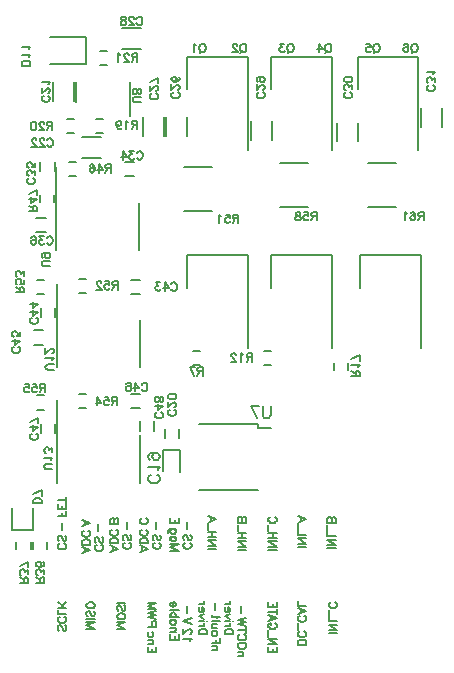
<source format=gbo>
%FSLAX46Y46*%
%MOMM*%
%ADD11C,0.150000*%
%ADD10C,0.153000*%
G01*
G01*
%LPD*%
D10*
X6716666Y14633333D02*
X6650000Y14666667D01*
D10*
X6783333Y14566667D02*
X6716666Y14633333D01*
D10*
X6816666Y14500000D02*
X6783333Y14566667D01*
D10*
X6816666Y14366667D02*
X6816666Y14500000D01*
D10*
X6783333Y14300000D02*
X6816666Y14366667D01*
D10*
X6716666Y14233333D02*
X6783333Y14300000D01*
D10*
X6650000Y14200000D02*
X6716666Y14233333D01*
D10*
X6550000Y14166667D02*
X6650000Y14200000D01*
D10*
X6383333Y14166667D02*
X6550000Y14166667D01*
D10*
X6283333Y14200000D02*
X6383333Y14166667D01*
D10*
X6216666Y14233333D02*
X6283333Y14200000D01*
D10*
X6150000Y14300000D02*
X6216666Y14233333D01*
D10*
X6116666Y14366667D02*
X6150000Y14300000D01*
D10*
X6116666Y14500000D02*
X6116666Y14366667D01*
D10*
X6150000Y14566667D02*
X6116666Y14500000D01*
D10*
X6216666Y14633333D02*
X6150000Y14566667D01*
D10*
X6283333Y14666667D02*
X6216666Y14633333D01*
D10*
X6683333Y14900000D02*
X6650000Y14900000D01*
D10*
X6750000Y14933333D02*
X6683333Y14900000D01*
D10*
X6783333Y14966667D02*
X6750000Y14933333D01*
D10*
X6816666Y15033333D02*
X6783333Y14966667D01*
D10*
X6816666Y15166667D02*
X6816666Y15033333D01*
D10*
X6783333Y15233333D02*
X6816666Y15166667D01*
D10*
X6750000Y15266667D02*
X6783333Y15233333D01*
D10*
X6683333Y15300000D02*
X6750000Y15266667D01*
D10*
X6616666Y15300000D02*
X6683333Y15300000D01*
D10*
X6550000Y15266667D02*
X6616666Y15300000D01*
D10*
X6450000Y15200000D02*
X6550000Y15266667D01*
D10*
X6116666Y14866667D02*
X6450000Y15200000D01*
D10*
X6116666Y15333333D02*
X6116666Y14866667D01*
D10*
X6116666Y15666667D02*
X6816666Y16000000D01*
D10*
X6816666Y16000000D02*
X6816666Y15533333D01*
D10*
X5066666Y9666667D02*
X5033333Y9600000D01*
D10*
X5133333Y9733333D02*
X5066666Y9666667D01*
D10*
X5200000Y9766667D02*
X5133333Y9733333D01*
D10*
X5333333Y9766667D02*
X5200000Y9766667D01*
D10*
X5400000Y9733333D02*
X5333333Y9766667D01*
D10*
X5466666Y9666667D02*
X5400000Y9733333D01*
D10*
X5500000Y9600000D02*
X5466666Y9666667D01*
D10*
X5533333Y9500000D02*
X5500000Y9600000D01*
D10*
X5533333Y9333333D02*
X5533333Y9500000D01*
D10*
X5500000Y9233333D02*
X5533333Y9333333D01*
D10*
X5466666Y9166667D02*
X5500000Y9233333D01*
D10*
X5400000Y9100000D02*
X5466666Y9166667D01*
D10*
X5333333Y9066667D02*
X5400000Y9100000D01*
D10*
X5200000Y9066667D02*
X5333333Y9066667D01*
D10*
X5133333Y9100000D02*
X5200000Y9066667D01*
D10*
X5066666Y9166667D02*
X5133333Y9100000D01*
D10*
X5033333Y9233333D02*
X5066666Y9166667D01*
D10*
X4400000Y9766667D02*
X4766666Y9766667D01*
D10*
X4600000Y9500000D02*
X4400000Y9766667D01*
D10*
X4500000Y9500000D02*
X4600000Y9500000D01*
D10*
X4433333Y9466667D02*
X4500000Y9500000D01*
D10*
X4400000Y9433333D02*
X4433333Y9466667D01*
D10*
X4366666Y9333333D02*
X4400000Y9433333D01*
D10*
X4366666Y9266667D02*
X4366666Y9333333D01*
D10*
X4400000Y9166667D02*
X4366666Y9266667D01*
D10*
X4466666Y9100000D02*
X4400000Y9166667D01*
D10*
X4566666Y9066667D02*
X4466666Y9100000D01*
D10*
X4666666Y9066667D02*
X4566666Y9066667D01*
D10*
X4766666Y9100000D02*
X4666666Y9066667D01*
D10*
X4800000Y9133333D02*
X4766666Y9100000D01*
D10*
X4833333Y9200000D02*
X4800000Y9133333D01*
D10*
X4166666Y9300000D02*
X3833333Y9766667D01*
D10*
X3666666Y9300000D02*
X4166666Y9300000D01*
D10*
X3833333Y9066667D02*
X3833333Y9766667D01*
D10*
X5066666Y11666667D02*
X5066666Y12366667D01*
D10*
X4766666Y12366667D02*
X5066666Y12366667D01*
D10*
X4666666Y12333333D02*
X4766666Y12366667D01*
D10*
X4633333Y12300000D02*
X4666666Y12333333D01*
D10*
X4600000Y12233333D02*
X4633333Y12300000D01*
D10*
X4600000Y12166667D02*
X4600000Y12233333D01*
D10*
X4633333Y12100000D02*
X4600000Y12166667D01*
D10*
X4666666Y12066667D02*
X4633333Y12100000D01*
D10*
X4766666Y12033333D02*
X4666666Y12066667D01*
D10*
X5066666Y12033333D02*
X4766666Y12033333D01*
D10*
X4600000Y11666667D02*
X4833333Y12033333D01*
D10*
X4233333Y12266667D02*
X4300000Y12233333D01*
D10*
X4133333Y12366667D02*
X4233333Y12266667D01*
D10*
X4133333Y11666667D02*
X4133333Y12366667D01*
D10*
X3333333Y12033333D02*
X3300000Y12133333D01*
D10*
X3400000Y11966667D02*
X3333333Y12033333D01*
D10*
X3500000Y11933333D02*
X3400000Y11966667D01*
D10*
X3533333Y11933333D02*
X3500000Y11933333D01*
D10*
X3633333Y11966667D02*
X3533333Y11933333D01*
D10*
X3700000Y12033333D02*
X3633333Y11966667D01*
D10*
X3733333Y12133333D02*
X3700000Y12033333D01*
D10*
X3733333Y12166667D02*
X3733333Y12133333D01*
D10*
X3700000Y12266667D02*
X3733333Y12166667D01*
D10*
X3633333Y12333333D02*
X3700000Y12266667D01*
D10*
X3533333Y12366667D02*
X3633333Y12333333D01*
D10*
X3500000Y12366667D02*
X3533333Y12366667D01*
D10*
X3400000Y12333333D02*
X3500000Y12366667D01*
D10*
X3333333Y12266667D02*
X3400000Y12333333D01*
D10*
X3300000Y12133333D02*
X3333333Y12266667D01*
D10*
X3300000Y11966667D02*
X3300000Y12133333D01*
D10*
X3333333Y11800000D02*
X3300000Y11966667D01*
D10*
X3400000Y11700000D02*
X3333333Y11800000D01*
D10*
X3500000Y11666667D02*
X3400000Y11700000D01*
D10*
X3566666Y11666667D02*
X3500000Y11666667D01*
D10*
X3666666Y11700000D02*
X3566666Y11666667D01*
D10*
X3700000Y11766667D02*
X3666666Y11700000D01*
D10*
X-2733333Y-10633333D02*
X-2733333Y-9933333D01*
D10*
X-3033333Y-9933333D02*
X-2733333Y-9933333D01*
D10*
X-3133333Y-9966667D02*
X-3033333Y-9933333D01*
D10*
X-3166666Y-10000000D02*
X-3133333Y-9966667D01*
D10*
X-3200000Y-10066667D02*
X-3166666Y-10000000D01*
D10*
X-3200000Y-10133333D02*
X-3200000Y-10066667D01*
D10*
X-3166666Y-10200000D02*
X-3200000Y-10133333D01*
D10*
X-3133333Y-10233333D02*
X-3166666Y-10200000D01*
D10*
X-3033333Y-10266667D02*
X-3133333Y-10233333D01*
D10*
X-2733333Y-10266667D02*
X-3033333Y-10266667D01*
D10*
X-3200000Y-10633333D02*
X-2966666Y-10266667D01*
D10*
X-3466666Y-9933333D02*
X-3800000Y-9933333D01*
D10*
X-3433333Y-10233333D02*
X-3466666Y-9933333D01*
D10*
X-3466666Y-10200000D02*
X-3433333Y-10233333D01*
D10*
X-3566666Y-10166667D02*
X-3466666Y-10200000D01*
D10*
X-3666666Y-10166667D02*
X-3566666Y-10166667D01*
D10*
X-3766666Y-10200000D02*
X-3666666Y-10166667D01*
D10*
X-3833333Y-10266667D02*
X-3766666Y-10200000D01*
D10*
X-3866666Y-10366667D02*
X-3833333Y-10266667D01*
D10*
X-3866666Y-10433333D02*
X-3866666Y-10366667D01*
D10*
X-3833333Y-10533333D02*
X-3866666Y-10433333D01*
D10*
X-3766666Y-10600000D02*
X-3833333Y-10533333D01*
D10*
X-3666666Y-10633333D02*
X-3766666Y-10600000D01*
D10*
X-3566666Y-10633333D02*
X-3666666Y-10633333D01*
D10*
X-3466666Y-10600000D02*
X-3566666Y-10633333D01*
D10*
X-3433333Y-10566667D02*
X-3466666Y-10600000D01*
D10*
X-3400000Y-10500000D02*
X-3433333Y-10566667D01*
D10*
X-4133333Y-9933333D02*
X-4466666Y-9933333D01*
D10*
X-4100000Y-10233333D02*
X-4133333Y-9933333D01*
D10*
X-4133333Y-10200000D02*
X-4100000Y-10233333D01*
D10*
X-4233333Y-10166667D02*
X-4133333Y-10200000D01*
D10*
X-4333333Y-10166667D02*
X-4233333Y-10166667D01*
D10*
X-4433333Y-10200000D02*
X-4333333Y-10166667D01*
D10*
X-4500000Y-10266667D02*
X-4433333Y-10200000D01*
D10*
X-4533333Y-10366667D02*
X-4500000Y-10266667D01*
D10*
X-4533333Y-10433333D02*
X-4533333Y-10366667D01*
D10*
X-4500000Y-10533333D02*
X-4533333Y-10433333D01*
D10*
X-4433333Y-10600000D02*
X-4500000Y-10533333D01*
D10*
X-4333333Y-10633333D02*
X-4433333Y-10600000D01*
D10*
X-4233333Y-10633333D02*
X-4333333Y-10633333D01*
D10*
X-4133333Y-10600000D02*
X-4233333Y-10633333D01*
D10*
X-4100000Y-10566667D02*
X-4133333Y-10600000D01*
D10*
X-4066666Y-10500000D02*
X-4100000Y-10566667D01*
D10*
X6966666Y-23400000D02*
X6900000Y-23366666D01*
D10*
X7033333Y-23466666D02*
X6966666Y-23400000D01*
D10*
X7066666Y-23533334D02*
X7033333Y-23466666D01*
D10*
X7066666Y-23666666D02*
X7066666Y-23533334D01*
D10*
X7033333Y-23733334D02*
X7066666Y-23666666D01*
D10*
X6966666Y-23800000D02*
X7033333Y-23733334D01*
D10*
X6900000Y-23833334D02*
X6966666Y-23800000D01*
D10*
X6800000Y-23866666D02*
X6900000Y-23833334D01*
D10*
X6633333Y-23866666D02*
X6800000Y-23866666D01*
D10*
X6533333Y-23833334D02*
X6633333Y-23866666D01*
D10*
X6466666Y-23800000D02*
X6533333Y-23833334D01*
D10*
X6400000Y-23733334D02*
X6466666Y-23800000D01*
D10*
X6366666Y-23666666D02*
X6400000Y-23733334D01*
D10*
X6366666Y-23533334D02*
X6366666Y-23666666D01*
D10*
X6400000Y-23466666D02*
X6366666Y-23533334D01*
D10*
X6466666Y-23400000D02*
X6400000Y-23466666D01*
D10*
X6533333Y-23366666D02*
X6466666Y-23400000D01*
D10*
X7033333Y-22766666D02*
X6966666Y-22700000D01*
D10*
X7066666Y-22866666D02*
X7033333Y-22766666D01*
D10*
X7066666Y-23000000D02*
X7066666Y-22866666D01*
D10*
X7033333Y-23100000D02*
X7066666Y-23000000D01*
D10*
X6966666Y-23166666D02*
X7033333Y-23100000D01*
D10*
X6900000Y-23166666D02*
X6966666Y-23166666D01*
D10*
X6833333Y-23133334D02*
X6900000Y-23166666D01*
D10*
X6800000Y-23100000D02*
X6833333Y-23133334D01*
D10*
X6766666Y-23033334D02*
X6800000Y-23100000D01*
D10*
X6700000Y-22833334D02*
X6766666Y-23033334D01*
D10*
X6666666Y-22766666D02*
X6700000Y-22833334D01*
D10*
X6633333Y-22733334D02*
X6666666Y-22766666D01*
D10*
X6566666Y-22700000D02*
X6633333Y-22733334D01*
D10*
X6466666Y-22700000D02*
X6566666Y-22700000D01*
D10*
X6400000Y-22766666D02*
X6466666Y-22700000D01*
D10*
X6366666Y-22866666D02*
X6400000Y-22766666D01*
D10*
X6366666Y-23000000D02*
X6366666Y-22866666D01*
D10*
X6400000Y-23100000D02*
X6366666Y-23000000D01*
D10*
X6466666Y-23166666D02*
X6400000Y-23100000D01*
D10*
X6666666Y-21600000D02*
X6666666Y-22200000D01*
D10*
X5268666Y-24133334D02*
X5968666Y-23866666D01*
D10*
X5268666Y-23600000D02*
X5968666Y-23866666D01*
D10*
X5502000Y-23700000D02*
X5502000Y-24033334D01*
D10*
X5268666Y-23433334D02*
X5968666Y-23433334D01*
D10*
X5968666Y-23200000D02*
X5968666Y-23433334D01*
D10*
X5935333Y-23100000D02*
X5968666Y-23200000D01*
D10*
X5868666Y-23033334D02*
X5935333Y-23100000D01*
D10*
X5802000Y-23000000D02*
X5868666Y-23033334D01*
D10*
X5702000Y-22966666D02*
X5802000Y-23000000D01*
D10*
X5535333Y-22966666D02*
X5702000Y-22966666D01*
D10*
X5435333Y-23000000D02*
X5535333Y-22966666D01*
D10*
X5368666Y-23033334D02*
X5435333Y-23000000D01*
D10*
X5302000Y-23100000D02*
X5368666Y-23033334D01*
D10*
X5268666Y-23200000D02*
X5302000Y-23100000D01*
D10*
X5268666Y-23433334D02*
X5268666Y-23200000D01*
D10*
X5868666Y-22300000D02*
X5802000Y-22266666D01*
D10*
X5935333Y-22366666D02*
X5868666Y-22300000D01*
D10*
X5968666Y-22433334D02*
X5935333Y-22366666D01*
D10*
X5968666Y-22566666D02*
X5968666Y-22433334D01*
D10*
X5935333Y-22633334D02*
X5968666Y-22566666D01*
D10*
X5868666Y-22700000D02*
X5935333Y-22633334D01*
D10*
X5802000Y-22733334D02*
X5868666Y-22700000D01*
D10*
X5702000Y-22766666D02*
X5802000Y-22733334D01*
D10*
X5535333Y-22766666D02*
X5702000Y-22766666D01*
D10*
X5435333Y-22733334D02*
X5535333Y-22766666D01*
D10*
X5368666Y-22700000D02*
X5435333Y-22733334D01*
D10*
X5302000Y-22633334D02*
X5368666Y-22700000D01*
D10*
X5268666Y-22566666D02*
X5302000Y-22633334D01*
D10*
X5268666Y-22433334D02*
X5268666Y-22566666D01*
D10*
X5302000Y-22366666D02*
X5268666Y-22433334D01*
D10*
X5368666Y-22300000D02*
X5302000Y-22366666D01*
D10*
X5435333Y-22266666D02*
X5368666Y-22300000D01*
D10*
X5868666Y-21333334D02*
X5802000Y-21300000D01*
D10*
X5935333Y-21400000D02*
X5868666Y-21333334D01*
D10*
X5968666Y-21466666D02*
X5935333Y-21400000D01*
D10*
X5968666Y-21600000D02*
X5968666Y-21466666D01*
D10*
X5935333Y-21666666D02*
X5968666Y-21600000D01*
D10*
X5868666Y-21733334D02*
X5935333Y-21666666D01*
D10*
X5802000Y-21766666D02*
X5868666Y-21733334D01*
D10*
X5702000Y-21800000D02*
X5802000Y-21766666D01*
D10*
X5535333Y-21800000D02*
X5702000Y-21800000D01*
D10*
X5435333Y-21766666D02*
X5535333Y-21800000D01*
D10*
X5368666Y-21733334D02*
X5435333Y-21766666D01*
D10*
X5302000Y-21666666D02*
X5368666Y-21733334D01*
D10*
X5268666Y-21600000D02*
X5302000Y-21666666D01*
D10*
X5268666Y-21466666D02*
X5268666Y-21600000D01*
D10*
X5302000Y-21400000D02*
X5268666Y-21466666D01*
D10*
X5368666Y-21333334D02*
X5302000Y-21400000D01*
D10*
X5435333Y-21300000D02*
X5368666Y-21333334D01*
D10*
X-4688333Y16988334D02*
X-3988333Y16988334D01*
D10*
X-3988333Y17221666D02*
X-3988333Y16988334D01*
D10*
X-4021666Y17321666D02*
X-3988333Y17221666D01*
D10*
X-4088333Y17388334D02*
X-4021666Y17321666D01*
D10*
X-4155000Y17421666D02*
X-4088333Y17388334D01*
D10*
X-4255000Y17455000D02*
X-4155000Y17421666D01*
D10*
X-4421666Y17455000D02*
X-4255000Y17455000D01*
D10*
X-4521666Y17421666D02*
X-4421666Y17455000D01*
D10*
X-4588333Y17388334D02*
X-4521666Y17421666D01*
D10*
X-4655000Y17321666D02*
X-4588333Y17388334D01*
D10*
X-4688333Y17221666D02*
X-4655000Y17321666D01*
D10*
X-4688333Y16988334D02*
X-4688333Y17221666D01*
D10*
X-4088333Y17821666D02*
X-4121666Y17755000D01*
D10*
X-3988333Y17921666D02*
X-4088333Y17821666D01*
D10*
X-4688333Y17921666D02*
X-3988333Y17921666D01*
D10*
X-4088333Y18488334D02*
X-4121666Y18421666D01*
D10*
X-3988333Y18588334D02*
X-4088333Y18488334D01*
D10*
X-4688333Y18588334D02*
X-3988333Y18588334D01*
D10*
X13566667Y-32966666D02*
X14033333Y-32966666D01*
D10*
X14000000Y-32866666D02*
X13900000Y-32966666D01*
D10*
X14033333Y-32800000D02*
X14000000Y-32866666D01*
D10*
X14033333Y-32700000D02*
X14033333Y-32800000D01*
D10*
X14000000Y-32633332D02*
X14033333Y-32700000D01*
D10*
X13900000Y-32600000D02*
X14000000Y-32633332D01*
D10*
X13566667Y-32600000D02*
X13900000Y-32600000D01*
D10*
X14233333Y-32233334D02*
X14266667Y-32166666D01*
D10*
X14166667Y-32300000D02*
X14233333Y-32233334D01*
D10*
X14100000Y-32333334D02*
X14166667Y-32300000D01*
D10*
X14000000Y-32366666D02*
X14100000Y-32333334D01*
D10*
X13833333Y-32366666D02*
X14000000Y-32366666D01*
D10*
X13733333Y-32333334D02*
X13833333Y-32366666D01*
D10*
X13666667Y-32300000D02*
X13733333Y-32333334D01*
D10*
X13600000Y-32233334D02*
X13666667Y-32300000D01*
D10*
X13566667Y-32166666D02*
X13600000Y-32233334D01*
D10*
X13566667Y-32033334D02*
X13566667Y-32166666D01*
D10*
X13600000Y-31966666D02*
X13566667Y-32033334D01*
D10*
X13666667Y-31900000D02*
X13600000Y-31966666D01*
D10*
X13733333Y-31866666D02*
X13666667Y-31900000D01*
D10*
X13833333Y-31833334D02*
X13733333Y-31866666D01*
D10*
X14000000Y-31833334D02*
X13833333Y-31833334D01*
D10*
X14100000Y-31866666D02*
X14000000Y-31833334D01*
D10*
X14166667Y-31900000D02*
X14100000Y-31866666D01*
D10*
X14233333Y-31966666D02*
X14166667Y-31900000D01*
D10*
X14266667Y-32033334D02*
X14233333Y-31966666D01*
D10*
X14266667Y-32166666D02*
X14266667Y-32033334D01*
D10*
X14166667Y-31166666D02*
X14100000Y-31133334D01*
D10*
X14233333Y-31233334D02*
X14166667Y-31166666D01*
D10*
X14266667Y-31300000D02*
X14233333Y-31233334D01*
D10*
X14266667Y-31433334D02*
X14266667Y-31300000D01*
D10*
X14233333Y-31500000D02*
X14266667Y-31433334D01*
D10*
X14166667Y-31566666D02*
X14233333Y-31500000D01*
D10*
X14100000Y-31600000D02*
X14166667Y-31566666D01*
D10*
X14000000Y-31633334D02*
X14100000Y-31600000D01*
D10*
X13833333Y-31633334D02*
X14000000Y-31633334D01*
D10*
X13733333Y-31600000D02*
X13833333Y-31633334D01*
D10*
X13666667Y-31566666D02*
X13733333Y-31600000D01*
D10*
X13600000Y-31500000D02*
X13666667Y-31566666D01*
D10*
X13566667Y-31433334D02*
X13600000Y-31500000D01*
D10*
X13566667Y-31300000D02*
X13566667Y-31433334D01*
D10*
X13600000Y-31233334D02*
X13566667Y-31300000D01*
D10*
X13666667Y-31166666D02*
X13600000Y-31233334D01*
D10*
X13733333Y-31133334D02*
X13666667Y-31166666D01*
D10*
X13566667Y-30766666D02*
X14266667Y-30766666D01*
D10*
X14266667Y-30533334D02*
X14266667Y-31000000D01*
D10*
X13566667Y-30266666D02*
X14266667Y-30433334D01*
D10*
X13566667Y-30266666D02*
X14266667Y-30100000D01*
D10*
X13566667Y-29933334D02*
X14266667Y-30100000D01*
D10*
X13566667Y-29933334D02*
X14266667Y-29766666D01*
D10*
X13866667Y-28700000D02*
X13866667Y-29300000D01*
D10*
X12468667Y-31133334D02*
X13168667Y-31133334D01*
D10*
X13168667Y-30900000D02*
X13168667Y-31133334D01*
D10*
X13135333Y-30800000D02*
X13168667Y-30900000D01*
D10*
X13068667Y-30733334D02*
X13135333Y-30800000D01*
D10*
X13002000Y-30700000D02*
X13068667Y-30733334D01*
D10*
X12902000Y-30666666D02*
X13002000Y-30700000D01*
D10*
X12735333Y-30666666D02*
X12902000Y-30666666D01*
D10*
X12635333Y-30700000D02*
X12735333Y-30666666D01*
D10*
X12568667Y-30733334D02*
X12635333Y-30700000D01*
D10*
X12502000Y-30800000D02*
X12568667Y-30733334D01*
D10*
X12468667Y-30900000D02*
X12502000Y-30800000D01*
D10*
X12468667Y-31133334D02*
X12468667Y-30900000D01*
D10*
X12468667Y-30433334D02*
X12935333Y-30433334D01*
D10*
X12835333Y-30400000D02*
X12735333Y-30433334D01*
D10*
X12902000Y-30333334D02*
X12835333Y-30400000D01*
D10*
X12935333Y-30266666D02*
X12902000Y-30333334D01*
D10*
X12935333Y-30166666D02*
X12935333Y-30266666D01*
D10*
X13135333Y-30000000D02*
X13168667Y-30033334D01*
D10*
X13168667Y-29966666D02*
X13135333Y-30000000D01*
D10*
X13202000Y-30000000D02*
X13168667Y-29966666D01*
D10*
X13168667Y-30033334D02*
X13202000Y-30000000D01*
D10*
X12468667Y-30000000D02*
X12935333Y-30000000D01*
D10*
X12468667Y-29600000D02*
X12935333Y-29800000D01*
D10*
X12468667Y-29600000D02*
X12935333Y-29400000D01*
D10*
X12735333Y-28833334D02*
X12735333Y-29233334D01*
D10*
X12802000Y-28833334D02*
X12735333Y-28833334D01*
D10*
X12868667Y-28866666D02*
X12802000Y-28833334D01*
D10*
X12902000Y-28900000D02*
X12868667Y-28866666D01*
D10*
X12935333Y-28966666D02*
X12902000Y-28900000D01*
D10*
X12935333Y-29066666D02*
X12935333Y-28966666D01*
D10*
X12902000Y-29133334D02*
X12935333Y-29066666D01*
D10*
X12835333Y-29200000D02*
X12902000Y-29133334D01*
D10*
X12735333Y-29233334D02*
X12835333Y-29200000D01*
D10*
X12668667Y-29233334D02*
X12735333Y-29233334D01*
D10*
X12568667Y-29200000D02*
X12668667Y-29233334D01*
D10*
X12502000Y-29133334D02*
X12568667Y-29200000D01*
D10*
X12468667Y-29066666D02*
X12502000Y-29133334D01*
D10*
X12468667Y-28966666D02*
X12468667Y-29066666D01*
D10*
X12502000Y-28900000D02*
X12468667Y-28966666D01*
D10*
X12568667Y-28833334D02*
X12502000Y-28900000D01*
D10*
X12468667Y-28600000D02*
X12935333Y-28600000D01*
D10*
X12835333Y-28566666D02*
X12735333Y-28600000D01*
D10*
X12902000Y-28500000D02*
X12835333Y-28566666D01*
D10*
X12935333Y-28433334D02*
X12902000Y-28500000D01*
D10*
X12935333Y-28333334D02*
X12935333Y-28433334D01*
D10*
X4466666Y-23400000D02*
X4400000Y-23366666D01*
D10*
X4533333Y-23466666D02*
X4466666Y-23400000D01*
D10*
X4566666Y-23533334D02*
X4533333Y-23466666D01*
D10*
X4566666Y-23666666D02*
X4566666Y-23533334D01*
D10*
X4533333Y-23733334D02*
X4566666Y-23666666D01*
D10*
X4466666Y-23800000D02*
X4533333Y-23733334D01*
D10*
X4400000Y-23833334D02*
X4466666Y-23800000D01*
D10*
X4300000Y-23866666D02*
X4400000Y-23833334D01*
D10*
X4133333Y-23866666D02*
X4300000Y-23866666D01*
D10*
X4033333Y-23833334D02*
X4133333Y-23866666D01*
D10*
X3966666Y-23800000D02*
X4033333Y-23833334D01*
D10*
X3900000Y-23733334D02*
X3966666Y-23800000D01*
D10*
X3866666Y-23666666D02*
X3900000Y-23733334D01*
D10*
X3866666Y-23533334D02*
X3866666Y-23666666D01*
D10*
X3900000Y-23466666D02*
X3866666Y-23533334D01*
D10*
X3966666Y-23400000D02*
X3900000Y-23466666D01*
D10*
X4033333Y-23366666D02*
X3966666Y-23400000D01*
D10*
X4533333Y-22766666D02*
X4466666Y-22700000D01*
D10*
X4566666Y-22866666D02*
X4533333Y-22766666D01*
D10*
X4566666Y-23000000D02*
X4566666Y-22866666D01*
D10*
X4533333Y-23100000D02*
X4566666Y-23000000D01*
D10*
X4466666Y-23166666D02*
X4533333Y-23100000D01*
D10*
X4400000Y-23166666D02*
X4466666Y-23166666D01*
D10*
X4333333Y-23133334D02*
X4400000Y-23166666D01*
D10*
X4300000Y-23100000D02*
X4333333Y-23133334D01*
D10*
X4266666Y-23033334D02*
X4300000Y-23100000D01*
D10*
X4200000Y-22833334D02*
X4266666Y-23033334D01*
D10*
X4166666Y-22766666D02*
X4200000Y-22833334D01*
D10*
X4133333Y-22733334D02*
X4166666Y-22766666D01*
D10*
X4066666Y-22700000D02*
X4133333Y-22733334D01*
D10*
X3966666Y-22700000D02*
X4066666Y-22700000D01*
D10*
X3900000Y-22766666D02*
X3966666Y-22700000D01*
D10*
X3866666Y-22866666D02*
X3900000Y-22766666D01*
D10*
X3866666Y-23000000D02*
X3866666Y-22866666D01*
D10*
X3900000Y-23100000D02*
X3866666Y-23000000D01*
D10*
X3966666Y-23166666D02*
X3900000Y-23100000D01*
D10*
X4166666Y-21600000D02*
X4166666Y-22200000D01*
D10*
X2768666Y-24133334D02*
X3468666Y-23866666D01*
D10*
X2768666Y-23600000D02*
X3468666Y-23866666D01*
D10*
X3002000Y-23700000D02*
X3002000Y-24033334D01*
D10*
X2768666Y-23433334D02*
X3468666Y-23433334D01*
D10*
X3468666Y-23200000D02*
X3468666Y-23433334D01*
D10*
X3435333Y-23100000D02*
X3468666Y-23200000D01*
D10*
X3368666Y-23033334D02*
X3435333Y-23100000D01*
D10*
X3302000Y-23000000D02*
X3368666Y-23033334D01*
D10*
X3202000Y-22966666D02*
X3302000Y-23000000D01*
D10*
X3035333Y-22966666D02*
X3202000Y-22966666D01*
D10*
X2935333Y-23000000D02*
X3035333Y-22966666D01*
D10*
X2868666Y-23033334D02*
X2935333Y-23000000D01*
D10*
X2802000Y-23100000D02*
X2868666Y-23033334D01*
D10*
X2768666Y-23200000D02*
X2802000Y-23100000D01*
D10*
X2768666Y-23433334D02*
X2768666Y-23200000D01*
D10*
X3368666Y-22300000D02*
X3302000Y-22266666D01*
D10*
X3435333Y-22366666D02*
X3368666Y-22300000D01*
D10*
X3468666Y-22433334D02*
X3435333Y-22366666D01*
D10*
X3468666Y-22566666D02*
X3468666Y-22433334D01*
D10*
X3435333Y-22633334D02*
X3468666Y-22566666D01*
D10*
X3368666Y-22700000D02*
X3435333Y-22633334D01*
D10*
X3302000Y-22733334D02*
X3368666Y-22700000D01*
D10*
X3202000Y-22766666D02*
X3302000Y-22733334D01*
D10*
X3035333Y-22766666D02*
X3202000Y-22766666D01*
D10*
X2935333Y-22733334D02*
X3035333Y-22766666D01*
D10*
X2868666Y-22700000D02*
X2935333Y-22733334D01*
D10*
X2802000Y-22633334D02*
X2868666Y-22700000D01*
D10*
X2768666Y-22566666D02*
X2802000Y-22633334D01*
D10*
X2768666Y-22433334D02*
X2768666Y-22566666D01*
D10*
X2802000Y-22366666D02*
X2768666Y-22433334D01*
D10*
X2868666Y-22300000D02*
X2802000Y-22366666D01*
D10*
X2935333Y-22266666D02*
X2868666Y-22300000D01*
D10*
X2768666Y-21766666D02*
X3468666Y-21766666D01*
D10*
X3468666Y-21466666D02*
X3468666Y-21766666D01*
D10*
X3435333Y-21366666D02*
X3468666Y-21466666D01*
D10*
X3402000Y-21333334D02*
X3435333Y-21366666D01*
D10*
X3335333Y-21300000D02*
X3402000Y-21333334D01*
D10*
X3268666Y-21300000D02*
X3335333Y-21300000D01*
D10*
X3202000Y-21333334D02*
X3268666Y-21300000D01*
D10*
X3168666Y-21366666D02*
X3202000Y-21333334D01*
D10*
X3135333Y-21466666D02*
X3168666Y-21366666D01*
D10*
X3135333Y-21466666D02*
X3135333Y-21766666D01*
D10*
X3102000Y-21366666D02*
X3135333Y-21466666D01*
D10*
X3068666Y-21333334D02*
X3102000Y-21366666D01*
D10*
X3002000Y-21300000D02*
X3068666Y-21333334D01*
D10*
X2902000Y-21300000D02*
X3002000Y-21300000D01*
D10*
X2835333Y-21333334D02*
X2902000Y-21300000D01*
D10*
X2802000Y-21366666D02*
X2835333Y-21333334D01*
D10*
X2768666Y-21466666D02*
X2802000Y-21366666D01*
D10*
X2768666Y-21766666D02*
X2768666Y-21466666D01*
D10*
X-2433333Y14433333D02*
X-2500000Y14466667D01*
D10*
X-2366666Y14366667D02*
X-2433333Y14433333D01*
D10*
X-2333333Y14300000D02*
X-2366666Y14366667D01*
D10*
X-2333333Y14166667D02*
X-2333333Y14300000D01*
D10*
X-2366666Y14100000D02*
X-2333333Y14166667D01*
D10*
X-2433333Y14033333D02*
X-2366666Y14100000D01*
D10*
X-2500000Y14000000D02*
X-2433333Y14033333D01*
D10*
X-2600000Y13966667D02*
X-2500000Y14000000D01*
D10*
X-2766666Y13966667D02*
X-2600000Y13966667D01*
D10*
X-2866666Y14000000D02*
X-2766666Y13966667D01*
D10*
X-2933333Y14033333D02*
X-2866666Y14000000D01*
D10*
X-3000000Y14100000D02*
X-2933333Y14033333D01*
D10*
X-3033333Y14166667D02*
X-3000000Y14100000D01*
D10*
X-3033333Y14300000D02*
X-3033333Y14166667D01*
D10*
X-3000000Y14366667D02*
X-3033333Y14300000D01*
D10*
X-2933333Y14433333D02*
X-3000000Y14366667D01*
D10*
X-2866666Y14466667D02*
X-2933333Y14433333D01*
D10*
X-2466666Y14700000D02*
X-2500000Y14700000D01*
D10*
X-2400000Y14733333D02*
X-2466666Y14700000D01*
D10*
X-2366666Y14766667D02*
X-2400000Y14733333D01*
D10*
X-2333333Y14833333D02*
X-2366666Y14766667D01*
D10*
X-2333333Y14966667D02*
X-2333333Y14833333D01*
D10*
X-2366666Y15033333D02*
X-2333333Y14966667D01*
D10*
X-2400000Y15066667D02*
X-2366666Y15033333D01*
D10*
X-2466666Y15100000D02*
X-2400000Y15066667D01*
D10*
X-2533333Y15100000D02*
X-2466666Y15100000D01*
D10*
X-2600000Y15066667D02*
X-2533333Y15100000D01*
D10*
X-2700000Y15000000D02*
X-2600000Y15066667D01*
D10*
X-3033333Y14666667D02*
X-2700000Y15000000D01*
D10*
X-3033333Y15133333D02*
X-3033333Y14666667D01*
D10*
X-2433333Y15500000D02*
X-2466666Y15433333D01*
D10*
X-2333333Y15600000D02*
X-2433333Y15500000D01*
D10*
X-3033333Y15600000D02*
X-2333333Y15600000D01*
D10*
X-966666Y-30433334D02*
X-1033333Y-30366666D01*
D10*
X-933333Y-30533334D02*
X-966666Y-30433334D01*
D10*
X-933333Y-30666666D02*
X-933333Y-30533334D01*
D10*
X-966666Y-30766666D02*
X-933333Y-30666666D01*
D10*
X-1033333Y-30833334D02*
X-966666Y-30766666D01*
D10*
X-1100000Y-30833334D02*
X-1033333Y-30833334D01*
D10*
X-1166666Y-30800000D02*
X-1100000Y-30833334D01*
D10*
X-1200000Y-30766666D02*
X-1166666Y-30800000D01*
D10*
X-1233333Y-30700000D02*
X-1200000Y-30766666D01*
D10*
X-1300000Y-30500000D02*
X-1233333Y-30700000D01*
D10*
X-1333333Y-30433334D02*
X-1300000Y-30500000D01*
D10*
X-1366666Y-30400000D02*
X-1333333Y-30433334D01*
D10*
X-1433333Y-30366666D02*
X-1366666Y-30400000D01*
D10*
X-1533333Y-30366666D02*
X-1433333Y-30366666D01*
D10*
X-1600000Y-30433334D02*
X-1533333Y-30366666D01*
D10*
X-1633333Y-30533334D02*
X-1600000Y-30433334D01*
D10*
X-1633333Y-30666666D02*
X-1633333Y-30533334D01*
D10*
X-1600000Y-30766666D02*
X-1633333Y-30666666D01*
D10*
X-1533333Y-30833334D02*
X-1600000Y-30766666D01*
D10*
X-1033333Y-29700000D02*
X-1100000Y-29666666D01*
D10*
X-966666Y-29766666D02*
X-1033333Y-29700000D01*
D10*
X-933333Y-29833334D02*
X-966666Y-29766666D01*
D10*
X-933333Y-29966666D02*
X-933333Y-29833334D01*
D10*
X-966666Y-30033334D02*
X-933333Y-29966666D01*
D10*
X-1033333Y-30100000D02*
X-966666Y-30033334D01*
D10*
X-1100000Y-30133334D02*
X-1033333Y-30100000D01*
D10*
X-1200000Y-30166666D02*
X-1100000Y-30133334D01*
D10*
X-1366666Y-30166666D02*
X-1200000Y-30166666D01*
D10*
X-1466666Y-30133334D02*
X-1366666Y-30166666D01*
D10*
X-1533333Y-30100000D02*
X-1466666Y-30133334D01*
D10*
X-1600000Y-30033334D02*
X-1533333Y-30100000D01*
D10*
X-1633333Y-29966666D02*
X-1600000Y-30033334D01*
D10*
X-1633333Y-29833334D02*
X-1633333Y-29966666D01*
D10*
X-1600000Y-29766666D02*
X-1633333Y-29833334D01*
D10*
X-1533333Y-29700000D02*
X-1600000Y-29766666D01*
D10*
X-1466666Y-29666666D02*
X-1533333Y-29700000D01*
D10*
X-1633333Y-29433334D02*
X-933333Y-29433334D01*
D10*
X-1633333Y-29033334D02*
X-1633333Y-29433334D01*
D10*
X-1633333Y-28866666D02*
X-933333Y-28866666D01*
D10*
X-1400000Y-28866666D02*
X-933333Y-28400000D01*
D10*
X-1633333Y-28400000D02*
X-1233333Y-28700000D01*
D10*
X-2133333Y11566667D02*
X-2133333Y12266667D01*
D10*
X-2433333Y12266667D02*
X-2133333Y12266667D01*
D10*
X-2533333Y12233333D02*
X-2433333Y12266667D01*
D10*
X-2566666Y12200000D02*
X-2533333Y12233333D01*
D10*
X-2600000Y12133333D02*
X-2566666Y12200000D01*
D10*
X-2600000Y12066667D02*
X-2600000Y12133333D01*
D10*
X-2566666Y12000000D02*
X-2600000Y12066667D01*
D10*
X-2533333Y11966667D02*
X-2566666Y12000000D01*
D10*
X-2433333Y11933333D02*
X-2533333Y11966667D01*
D10*
X-2133333Y11933333D02*
X-2433333Y11933333D01*
D10*
X-2600000Y11566667D02*
X-2366666Y11933333D01*
D10*
X-2833333Y12133333D02*
X-2833333Y12100000D01*
D10*
X-2866666Y12200000D02*
X-2833333Y12133333D01*
D10*
X-2900000Y12233333D02*
X-2866666Y12200000D01*
D10*
X-2966666Y12266667D02*
X-2900000Y12233333D01*
D10*
X-3100000Y12266667D02*
X-2966666Y12266667D01*
D10*
X-3166666Y12233333D02*
X-3100000Y12266667D01*
D10*
X-3200000Y12200000D02*
X-3166666Y12233333D01*
D10*
X-3233333Y12133333D02*
X-3200000Y12200000D01*
D10*
X-3233333Y12066667D02*
X-3233333Y12133333D01*
D10*
X-3200000Y12000000D02*
X-3233333Y12066667D01*
D10*
X-3133333Y11900000D02*
X-3200000Y12000000D01*
D10*
X-2800000Y11566667D02*
X-3133333Y11900000D01*
D10*
X-3266666Y11566667D02*
X-2800000Y11566667D01*
D10*
X-3566666Y12233333D02*
X-3666666Y12266667D01*
D10*
X-3500000Y12133333D02*
X-3566666Y12233333D01*
D10*
X-3466666Y11966667D02*
X-3500000Y12133333D01*
D10*
X-3466666Y11866667D02*
X-3466666Y11966667D01*
D10*
X-3500000Y11700000D02*
X-3466666Y11866667D01*
D10*
X-3566666Y11600000D02*
X-3500000Y11700000D01*
D10*
X-3666666Y11566667D02*
X-3566666Y11600000D01*
D10*
X-3733333Y11566667D02*
X-3666666Y11566667D01*
D10*
X-3833333Y11600000D02*
X-3733333Y11566667D01*
D10*
X-3900000Y11700000D02*
X-3833333Y11600000D01*
D10*
X-3933333Y11866667D02*
X-3900000Y11700000D01*
D10*
X-3933333Y11966667D02*
X-3933333Y11866667D01*
D10*
X-3900000Y12133333D02*
X-3933333Y11966667D01*
D10*
X-3833333Y12233333D02*
X-3900000Y12133333D01*
D10*
X-3733333Y12266667D02*
X-3833333Y12233333D01*
D10*
X-3666666Y12266667D02*
X-3733333Y12266667D01*
D10*
X-3725000Y-20041662D02*
X-3025000Y-20041662D01*
D10*
X-3025000Y-19808330D02*
X-3025000Y-20041662D01*
D10*
X-3058333Y-19708330D02*
X-3025000Y-19808330D01*
D10*
X-3125000Y-19641662D02*
X-3058333Y-19708330D01*
D10*
X-3191667Y-19608330D02*
X-3125000Y-19641662D01*
D10*
X-3291667Y-19574996D02*
X-3191667Y-19608330D01*
D10*
X-3458333Y-19574996D02*
X-3291667Y-19574996D01*
D10*
X-3558333Y-19608330D02*
X-3458333Y-19574996D01*
D10*
X-3625000Y-19641662D02*
X-3558333Y-19608330D01*
D10*
X-3691667Y-19708330D02*
X-3625000Y-19641662D01*
D10*
X-3725000Y-19808330D02*
X-3691667Y-19708330D01*
D10*
X-3725000Y-20041662D02*
X-3725000Y-19808330D01*
D10*
X-3725000Y-19241662D02*
X-3025000Y-18908330D01*
D10*
X-3025000Y-18908330D02*
X-3025000Y-19374996D01*
D10*
X29316666Y3916666D02*
X29316666Y4616666D01*
D10*
X29016666Y4616666D02*
X29316666Y4616666D01*
D10*
X28916666Y4583333D02*
X29016666Y4616666D01*
D10*
X28883334Y4550000D02*
X28916666Y4583333D01*
D10*
X28850000Y4483333D02*
X28883334Y4550000D01*
D10*
X28850000Y4416666D02*
X28850000Y4483333D01*
D10*
X28883334Y4350000D02*
X28850000Y4416666D01*
D10*
X28916666Y4316666D02*
X28883334Y4350000D01*
D10*
X29016666Y4283333D02*
X28916666Y4316666D01*
D10*
X29316666Y4283333D02*
X29016666Y4283333D01*
D10*
X28850000Y3916666D02*
X29083334Y4283333D01*
D10*
X28250000Y4583333D02*
X28216666Y4516666D01*
D10*
X28350000Y4616666D02*
X28250000Y4583333D01*
D10*
X28416666Y4616666D02*
X28350000Y4616666D01*
D10*
X28516666Y4583333D02*
X28416666Y4616666D01*
D10*
X28583334Y4483333D02*
X28516666Y4583333D01*
D10*
X28616666Y4316666D02*
X28583334Y4483333D01*
D10*
X28616666Y4150000D02*
X28616666Y4316666D01*
D10*
X28583334Y4016666D02*
X28616666Y4150000D01*
D10*
X28516666Y3950000D02*
X28583334Y4016666D01*
D10*
X28416666Y3916666D02*
X28516666Y3950000D01*
D10*
X28383334Y3916666D02*
X28416666Y3916666D01*
D10*
X28283334Y3950000D02*
X28383334Y3916666D01*
D10*
X28216666Y4016666D02*
X28283334Y3950000D01*
D10*
X28183334Y4116666D02*
X28216666Y4016666D01*
D10*
X28183334Y4150000D02*
X28183334Y4116666D01*
D10*
X28216666Y4250000D02*
X28183334Y4150000D01*
D10*
X28283334Y4316666D02*
X28216666Y4250000D01*
D10*
X28383334Y4350000D02*
X28283334Y4316666D01*
D10*
X28416666Y4350000D02*
X28383334Y4350000D01*
D10*
X28516666Y4316666D02*
X28416666Y4350000D01*
D10*
X28583334Y4250000D02*
X28516666Y4316666D01*
D10*
X28616666Y4150000D02*
X28583334Y4250000D01*
D10*
X27816666Y4516666D02*
X27883334Y4483333D01*
D10*
X27716666Y4616666D02*
X27816666Y4516666D01*
D10*
X27716666Y3916666D02*
X27716666Y4616666D01*
D10*
X-3433333Y-14166667D02*
X-3500000Y-14133333D01*
D10*
X-3366666Y-14233333D02*
X-3433333Y-14166667D01*
D10*
X-3333333Y-14300000D02*
X-3366666Y-14233333D01*
D10*
X-3333333Y-14433333D02*
X-3333333Y-14300000D01*
D10*
X-3366666Y-14500000D02*
X-3333333Y-14433333D01*
D10*
X-3433333Y-14566667D02*
X-3366666Y-14500000D01*
D10*
X-3500000Y-14600000D02*
X-3433333Y-14566667D01*
D10*
X-3600000Y-14633333D02*
X-3500000Y-14600000D01*
D10*
X-3766666Y-14633333D02*
X-3600000Y-14633333D01*
D10*
X-3866666Y-14600000D02*
X-3766666Y-14633333D01*
D10*
X-3933333Y-14566667D02*
X-3866666Y-14600000D01*
D10*
X-4000000Y-14500000D02*
X-3933333Y-14566667D01*
D10*
X-4033333Y-14433333D02*
X-4000000Y-14500000D01*
D10*
X-4033333Y-14300000D02*
X-4033333Y-14433333D01*
D10*
X-4000000Y-14233333D02*
X-4033333Y-14300000D01*
D10*
X-3933333Y-14166667D02*
X-4000000Y-14233333D01*
D10*
X-3866666Y-14133333D02*
X-3933333Y-14166667D01*
D10*
X-3800000Y-13933333D02*
X-3333333Y-13600000D01*
D10*
X-3800000Y-13433333D02*
X-3800000Y-13933333D01*
D10*
X-4033333Y-13600000D02*
X-3333333Y-13600000D01*
D10*
X-4033333Y-13133333D02*
X-3333333Y-12800000D01*
D10*
X-3333333Y-12800000D02*
X-3333333Y-13266667D01*
D10*
X10633333Y-9233333D02*
X10633333Y-8533333D01*
D10*
X10333333Y-8533333D02*
X10633333Y-8533333D01*
D10*
X10233333Y-8566667D02*
X10333333Y-8533333D01*
D10*
X10200000Y-8600000D02*
X10233333Y-8566667D01*
D10*
X10166667Y-8666667D02*
X10200000Y-8600000D01*
D10*
X10166667Y-8733333D02*
X10166667Y-8666667D01*
D10*
X10200000Y-8800000D02*
X10166667Y-8733333D01*
D10*
X10233333Y-8833333D02*
X10200000Y-8800000D01*
D10*
X10333333Y-8866667D02*
X10233333Y-8833333D01*
D10*
X10633333Y-8866667D02*
X10333333Y-8866667D01*
D10*
X10166667Y-9233333D02*
X10400000Y-8866667D01*
D10*
X9833333Y-9233333D02*
X9500000Y-8533333D01*
D10*
X9500000Y-8533333D02*
X9966667Y-8533333D01*
D10*
X-4133333Y4700000D02*
X-3433333Y4700000D01*
D10*
X-3433333Y5000000D02*
X-3433333Y4700000D01*
D10*
X-3466666Y5100000D02*
X-3433333Y5000000D01*
D10*
X-3500000Y5133333D02*
X-3466666Y5100000D01*
D10*
X-3566666Y5166667D02*
X-3500000Y5133333D01*
D10*
X-3633333Y5166667D02*
X-3566666Y5166667D01*
D10*
X-3700000Y5133333D02*
X-3633333Y5166667D01*
D10*
X-3733333Y5100000D02*
X-3700000Y5133333D01*
D10*
X-3766666Y5000000D02*
X-3733333Y5100000D01*
D10*
X-3766666Y4700000D02*
X-3766666Y5000000D01*
D10*
X-4133333Y5166667D02*
X-3766666Y4933333D01*
D10*
X-3900000Y5366667D02*
X-3433333Y5700000D01*
D10*
X-3900000Y5866666D02*
X-3900000Y5366667D01*
D10*
X-4133333Y5700000D02*
X-3433333Y5700000D01*
D10*
X-4133333Y6166666D02*
X-3433333Y6500000D01*
D10*
X-3433333Y6500000D02*
X-3433333Y6033333D01*
D10*
X3366666Y-11733333D02*
X3366666Y-11033333D01*
D10*
X3066666Y-11033333D02*
X3366666Y-11033333D01*
D10*
X2966666Y-11066667D02*
X3066666Y-11033333D01*
D10*
X2933333Y-11100000D02*
X2966666Y-11066667D01*
D10*
X2900000Y-11166667D02*
X2933333Y-11100000D01*
D10*
X2900000Y-11233333D02*
X2900000Y-11166667D01*
D10*
X2933333Y-11300000D02*
X2900000Y-11233333D01*
D10*
X2966666Y-11333333D02*
X2933333Y-11300000D01*
D10*
X3066666Y-11366667D02*
X2966666Y-11333333D01*
D10*
X3366666Y-11366667D02*
X3066666Y-11366667D01*
D10*
X2900000Y-11733333D02*
X3133333Y-11366667D01*
D10*
X2633333Y-11033333D02*
X2300000Y-11033333D01*
D10*
X2666666Y-11333333D02*
X2633333Y-11033333D01*
D10*
X2633333Y-11300000D02*
X2666666Y-11333333D01*
D10*
X2533333Y-11266667D02*
X2633333Y-11300000D01*
D10*
X2433333Y-11266667D02*
X2533333Y-11266667D01*
D10*
X2333333Y-11300000D02*
X2433333Y-11266667D01*
D10*
X2266666Y-11366667D02*
X2333333Y-11300000D01*
D10*
X2233333Y-11466667D02*
X2266666Y-11366667D01*
D10*
X2233333Y-11533333D02*
X2233333Y-11466667D01*
D10*
X2266666Y-11633333D02*
X2233333Y-11533333D01*
D10*
X2333333Y-11700000D02*
X2266666Y-11633333D01*
D10*
X2433333Y-11733333D02*
X2333333Y-11700000D01*
D10*
X2533333Y-11733333D02*
X2433333Y-11733333D01*
D10*
X2633333Y-11700000D02*
X2533333Y-11733333D01*
D10*
X2666666Y-11666667D02*
X2633333Y-11700000D01*
D10*
X2700000Y-11600000D02*
X2666666Y-11666667D01*
D10*
X2033333Y-11500000D02*
X1700000Y-11033333D01*
D10*
X1533333Y-11500000D02*
X2033333Y-11500000D01*
D10*
X1700000Y-11733333D02*
X1700000Y-11033333D01*
D10*
X11366667Y-32466666D02*
X11833333Y-32466666D01*
D10*
X11800000Y-32366666D02*
X11700000Y-32466666D01*
D10*
X11833333Y-32300000D02*
X11800000Y-32366666D01*
D10*
X11833333Y-32200000D02*
X11833333Y-32300000D01*
D10*
X11800000Y-32133334D02*
X11833333Y-32200000D01*
D10*
X11700000Y-32100000D02*
X11800000Y-32133334D01*
D10*
X11366667Y-32100000D02*
X11700000Y-32100000D01*
D10*
X11366667Y-31833334D02*
X12066667Y-31833334D01*
D10*
X12066667Y-31400000D02*
X12066667Y-31833334D01*
D10*
X11733333Y-31566666D02*
X11733333Y-31833334D01*
D10*
X11366667Y-30866666D02*
X11833333Y-30866666D01*
D10*
X11800000Y-30933334D02*
X11733333Y-30866666D01*
D10*
X11833333Y-31000000D02*
X11800000Y-30933334D01*
D10*
X11833333Y-31100000D02*
X11833333Y-31000000D01*
D10*
X11800000Y-31166666D02*
X11833333Y-31100000D01*
D10*
X11733333Y-31233334D02*
X11800000Y-31166666D01*
D10*
X11633333Y-31266666D02*
X11733333Y-31233334D01*
D10*
X11566667Y-31266666D02*
X11633333Y-31266666D01*
D10*
X11466667Y-31233334D02*
X11566667Y-31266666D01*
D10*
X11400000Y-31166666D02*
X11466667Y-31233334D01*
D10*
X11366667Y-31100000D02*
X11400000Y-31166666D01*
D10*
X11366667Y-31000000D02*
X11366667Y-31100000D01*
D10*
X11400000Y-30933334D02*
X11366667Y-31000000D01*
D10*
X11466667Y-30866666D02*
X11400000Y-30933334D01*
D10*
X11500000Y-30600000D02*
X11833333Y-30600000D01*
D10*
X11400000Y-30566666D02*
X11500000Y-30600000D01*
D10*
X11366667Y-30500000D02*
X11400000Y-30566666D01*
D10*
X11366667Y-30400000D02*
X11366667Y-30500000D01*
D10*
X11400000Y-30333334D02*
X11366667Y-30400000D01*
D10*
X11500000Y-30233334D02*
X11400000Y-30333334D01*
D10*
X11366667Y-30233334D02*
X11833333Y-30233334D01*
D10*
X11366667Y-29966666D02*
X12066667Y-29966666D01*
D10*
X11500000Y-29666666D02*
X12066667Y-29666666D01*
D10*
X11400000Y-29633334D02*
X11500000Y-29666666D01*
D10*
X11366667Y-29566666D02*
X11400000Y-29633334D01*
D10*
X11366667Y-29500000D02*
X11366667Y-29566666D01*
D10*
X11833333Y-29533334D02*
X11833333Y-29766666D01*
D10*
X11666667Y-28433334D02*
X11666667Y-29033334D01*
D10*
X10268667Y-31133334D02*
X10968667Y-31133334D01*
D10*
X10968667Y-30900000D02*
X10968667Y-31133334D01*
D10*
X10935333Y-30800000D02*
X10968667Y-30900000D01*
D10*
X10868667Y-30733334D02*
X10935333Y-30800000D01*
D10*
X10802000Y-30700000D02*
X10868667Y-30733334D01*
D10*
X10702000Y-30666666D02*
X10802000Y-30700000D01*
D10*
X10535333Y-30666666D02*
X10702000Y-30666666D01*
D10*
X10435333Y-30700000D02*
X10535333Y-30666666D01*
D10*
X10368667Y-30733334D02*
X10435333Y-30700000D01*
D10*
X10302000Y-30800000D02*
X10368667Y-30733334D01*
D10*
X10268667Y-30900000D02*
X10302000Y-30800000D01*
D10*
X10268667Y-31133334D02*
X10268667Y-30900000D01*
D10*
X10268667Y-30433334D02*
X10735333Y-30433334D01*
D10*
X10635333Y-30400000D02*
X10535333Y-30433334D01*
D10*
X10702000Y-30333334D02*
X10635333Y-30400000D01*
D10*
X10735333Y-30266666D02*
X10702000Y-30333334D01*
D10*
X10735333Y-30166666D02*
X10735333Y-30266666D01*
D10*
X10935333Y-30000000D02*
X10968667Y-30033334D01*
D10*
X10968667Y-29966666D02*
X10935333Y-30000000D01*
D10*
X11002000Y-30000000D02*
X10968667Y-29966666D01*
D10*
X10968667Y-30033334D02*
X11002000Y-30000000D01*
D10*
X10268667Y-30000000D02*
X10735333Y-30000000D01*
D10*
X10268667Y-29600000D02*
X10735333Y-29800000D01*
D10*
X10268667Y-29600000D02*
X10735333Y-29400000D01*
D10*
X10535333Y-28833334D02*
X10535333Y-29233334D01*
D10*
X10602000Y-28833334D02*
X10535333Y-28833334D01*
D10*
X10668667Y-28866666D02*
X10602000Y-28833334D01*
D10*
X10702000Y-28900000D02*
X10668667Y-28866666D01*
D10*
X10735333Y-28966666D02*
X10702000Y-28900000D01*
D10*
X10735333Y-29066666D02*
X10735333Y-28966666D01*
D10*
X10702000Y-29133334D02*
X10735333Y-29066666D01*
D10*
X10635333Y-29200000D02*
X10702000Y-29133334D01*
D10*
X10535333Y-29233334D02*
X10635333Y-29200000D01*
D10*
X10468667Y-29233334D02*
X10535333Y-29233334D01*
D10*
X10368667Y-29200000D02*
X10468667Y-29233334D01*
D10*
X10302000Y-29133334D02*
X10368667Y-29200000D01*
D10*
X10268667Y-29066666D02*
X10302000Y-29133334D01*
D10*
X10268667Y-28966666D02*
X10268667Y-29066666D01*
D10*
X10302000Y-28900000D02*
X10268667Y-28966666D01*
D10*
X10368667Y-28833334D02*
X10302000Y-28900000D01*
D10*
X10268667Y-28600000D02*
X10735333Y-28600000D01*
D10*
X10635333Y-28566666D02*
X10535333Y-28600000D01*
D10*
X10702000Y-28500000D02*
X10635333Y-28566666D01*
D10*
X10735333Y-28433334D02*
X10702000Y-28500000D01*
D10*
X10735333Y-28333334D02*
X10735333Y-28433334D01*
D10*
X7166666Y-12366667D02*
X7100000Y-12333333D01*
D10*
X7233333Y-12433333D02*
X7166666Y-12366667D01*
D10*
X7266666Y-12500000D02*
X7233333Y-12433333D01*
D10*
X7266666Y-12633333D02*
X7266666Y-12500000D01*
D10*
X7233333Y-12700000D02*
X7266666Y-12633333D01*
D10*
X7166666Y-12766667D02*
X7233333Y-12700000D01*
D10*
X7100000Y-12800000D02*
X7166666Y-12766667D01*
D10*
X7000000Y-12833333D02*
X7100000Y-12800000D01*
D10*
X6833333Y-12833333D02*
X7000000Y-12833333D01*
D10*
X6733333Y-12800000D02*
X6833333Y-12833333D01*
D10*
X6666666Y-12766667D02*
X6733333Y-12800000D01*
D10*
X6600000Y-12700000D02*
X6666666Y-12766667D01*
D10*
X6566666Y-12633333D02*
X6600000Y-12700000D01*
D10*
X6566666Y-12500000D02*
X6566666Y-12633333D01*
D10*
X6600000Y-12433333D02*
X6566666Y-12500000D01*
D10*
X6666666Y-12366667D02*
X6600000Y-12433333D01*
D10*
X6733333Y-12333333D02*
X6666666Y-12366667D01*
D10*
X6800000Y-12133333D02*
X7266666Y-11800000D01*
D10*
X6800000Y-11633333D02*
X6800000Y-12133333D01*
D10*
X6566666Y-11800000D02*
X7266666Y-11800000D01*
D10*
X7233333Y-11400000D02*
X7266666Y-11300000D01*
D10*
X7166666Y-11433333D02*
X7233333Y-11400000D01*
D10*
X7100000Y-11433333D02*
X7166666Y-11433333D01*
D10*
X7033333Y-11400000D02*
X7100000Y-11433333D01*
D10*
X7000000Y-11333333D02*
X7033333Y-11400000D01*
D10*
X6966666Y-11200000D02*
X7000000Y-11333333D01*
D10*
X6933333Y-11100000D02*
X6966666Y-11200000D01*
D10*
X6866666Y-11033333D02*
X6933333Y-11100000D01*
D10*
X6800000Y-11000000D02*
X6866666Y-11033333D01*
D10*
X6700000Y-11000000D02*
X6800000Y-11000000D01*
D10*
X6633333Y-11033333D02*
X6700000Y-11000000D01*
D10*
X6600000Y-11066667D02*
X6633333Y-11033333D01*
D10*
X6566666Y-11166667D02*
X6600000Y-11066667D01*
D10*
X6566666Y-11300000D02*
X6566666Y-11166667D01*
D10*
X6600000Y-11400000D02*
X6566666Y-11300000D01*
D10*
X6633333Y-11433333D02*
X6600000Y-11400000D01*
D10*
X6700000Y-11466667D02*
X6633333Y-11433333D01*
D10*
X6800000Y-11466667D02*
X6700000Y-11466667D01*
D10*
X6866666Y-11433333D02*
X6800000Y-11466667D01*
D10*
X6933333Y-11366667D02*
X6866666Y-11433333D01*
D10*
X6966666Y-11266667D02*
X6933333Y-11366667D01*
D10*
X7000000Y-11133333D02*
X6966666Y-11266667D01*
D10*
X7033333Y-11066667D02*
X7000000Y-11133333D01*
D10*
X7100000Y-11033333D02*
X7033333Y-11066667D01*
D10*
X7166666Y-11033333D02*
X7100000Y-11033333D01*
D10*
X7233333Y-11066667D02*
X7166666Y-11033333D01*
D10*
X7266666Y-11166667D02*
X7233333Y-11066667D01*
D10*
X7266666Y-11300000D02*
X7266666Y-11166667D01*
D10*
X3366666Y-30633334D02*
X4066666Y-30633334D01*
D10*
X3366666Y-30366666D02*
X4066666Y-30633334D01*
D10*
X3366666Y-30366666D02*
X4066666Y-30100000D01*
D10*
X3366666Y-30100000D02*
X4066666Y-30100000D01*
D10*
X4033333Y-29733334D02*
X4066666Y-29666666D01*
D10*
X3966666Y-29800000D02*
X4033333Y-29733334D01*
D10*
X3900000Y-29833334D02*
X3966666Y-29800000D01*
D10*
X3800000Y-29866666D02*
X3900000Y-29833334D01*
D10*
X3633333Y-29866666D02*
X3800000Y-29866666D01*
D10*
X3533333Y-29833334D02*
X3633333Y-29866666D01*
D10*
X3466666Y-29800000D02*
X3533333Y-29833334D01*
D10*
X3400000Y-29733334D02*
X3466666Y-29800000D01*
D10*
X3366666Y-29666666D02*
X3400000Y-29733334D01*
D10*
X3366666Y-29533334D02*
X3366666Y-29666666D01*
D10*
X3400000Y-29466666D02*
X3366666Y-29533334D01*
D10*
X3466666Y-29400000D02*
X3400000Y-29466666D01*
D10*
X3533333Y-29366666D02*
X3466666Y-29400000D01*
D10*
X3633333Y-29333334D02*
X3533333Y-29366666D01*
D10*
X3800000Y-29333334D02*
X3633333Y-29333334D01*
D10*
X3900000Y-29366666D02*
X3800000Y-29333334D01*
D10*
X3966666Y-29400000D02*
X3900000Y-29366666D01*
D10*
X4033333Y-29466666D02*
X3966666Y-29400000D01*
D10*
X4066666Y-29533334D02*
X4033333Y-29466666D01*
D10*
X4066666Y-29666666D02*
X4066666Y-29533334D01*
D10*
X4033333Y-28733334D02*
X3966666Y-28666666D01*
D10*
X4066666Y-28833334D02*
X4033333Y-28733334D01*
D10*
X4066666Y-28966666D02*
X4066666Y-28833334D01*
D10*
X4033333Y-29066666D02*
X4066666Y-28966666D01*
D10*
X3966666Y-29133334D02*
X4033333Y-29066666D01*
D10*
X3900000Y-29133334D02*
X3966666Y-29133334D01*
D10*
X3833333Y-29100000D02*
X3900000Y-29133334D01*
D10*
X3800000Y-29066666D02*
X3833333Y-29100000D01*
D10*
X3766666Y-29000000D02*
X3800000Y-29066666D01*
D10*
X3700000Y-28800000D02*
X3766666Y-29000000D01*
D10*
X3666666Y-28733334D02*
X3700000Y-28800000D01*
D10*
X3633333Y-28700000D02*
X3666666Y-28733334D01*
D10*
X3566666Y-28666666D02*
X3633333Y-28700000D01*
D10*
X3466666Y-28666666D02*
X3566666Y-28666666D01*
D10*
X3400000Y-28733334D02*
X3466666Y-28666666D01*
D10*
X3366666Y-28833334D02*
X3400000Y-28733334D01*
D10*
X3366666Y-28966666D02*
X3366666Y-28833334D01*
D10*
X3400000Y-29066666D02*
X3366666Y-28966666D01*
D10*
X3466666Y-29133334D02*
X3400000Y-29066666D01*
D10*
X3366666Y-28433334D02*
X4066666Y-28433334D01*
D10*
X9566667Y-23400000D02*
X9500000Y-23366666D01*
D10*
X9633333Y-23466666D02*
X9566667Y-23400000D01*
D10*
X9666667Y-23533334D02*
X9633333Y-23466666D01*
D10*
X9666667Y-23666666D02*
X9666667Y-23533334D01*
D10*
X9633333Y-23733334D02*
X9666667Y-23666666D01*
D10*
X9566667Y-23800000D02*
X9633333Y-23733334D01*
D10*
X9500000Y-23833334D02*
X9566667Y-23800000D01*
D10*
X9400000Y-23866666D02*
X9500000Y-23833334D01*
D10*
X9233333Y-23866666D02*
X9400000Y-23866666D01*
D10*
X9133333Y-23833334D02*
X9233333Y-23866666D01*
D10*
X9066667Y-23800000D02*
X9133333Y-23833334D01*
D10*
X9000000Y-23733334D02*
X9066667Y-23800000D01*
D10*
X8966667Y-23666666D02*
X9000000Y-23733334D01*
D10*
X8966667Y-23533334D02*
X8966667Y-23666666D01*
D10*
X9000000Y-23466666D02*
X8966667Y-23533334D01*
D10*
X9066667Y-23400000D02*
X9000000Y-23466666D01*
D10*
X9133333Y-23366666D02*
X9066667Y-23400000D01*
D10*
X9633333Y-22766666D02*
X9566667Y-22700000D01*
D10*
X9666667Y-22866666D02*
X9633333Y-22766666D01*
D10*
X9666667Y-23000000D02*
X9666667Y-22866666D01*
D10*
X9633333Y-23100000D02*
X9666667Y-23000000D01*
D10*
X9566667Y-23166666D02*
X9633333Y-23100000D01*
D10*
X9500000Y-23166666D02*
X9566667Y-23166666D01*
D10*
X9433333Y-23133334D02*
X9500000Y-23166666D01*
D10*
X9400000Y-23100000D02*
X9433333Y-23133334D01*
D10*
X9366667Y-23033334D02*
X9400000Y-23100000D01*
D10*
X9300000Y-22833334D02*
X9366667Y-23033334D01*
D10*
X9266667Y-22766666D02*
X9300000Y-22833334D01*
D10*
X9233333Y-22733334D02*
X9266667Y-22766666D01*
D10*
X9166667Y-22700000D02*
X9233333Y-22733334D01*
D10*
X9066667Y-22700000D02*
X9166667Y-22700000D01*
D10*
X9000000Y-22766666D02*
X9066667Y-22700000D01*
D10*
X8966667Y-22866666D02*
X9000000Y-22766666D01*
D10*
X8966667Y-23000000D02*
X8966667Y-22866666D01*
D10*
X9000000Y-23100000D02*
X8966667Y-23000000D01*
D10*
X9066667Y-23166666D02*
X9000000Y-23100000D01*
D10*
X9266667Y-21600000D02*
X9266667Y-22200000D01*
D10*
X7868666Y-24033334D02*
X8568667Y-24033334D01*
D10*
X7868666Y-23766666D02*
X8568667Y-24033334D01*
D10*
X7868666Y-23766666D02*
X8568667Y-23500000D01*
D10*
X7868666Y-23500000D02*
X8568667Y-23500000D01*
D10*
X7868666Y-22866666D02*
X8335333Y-22866666D01*
D10*
X8302000Y-22933334D02*
X8235333Y-22866666D01*
D10*
X8335333Y-23000000D02*
X8302000Y-22933334D01*
D10*
X8335333Y-23100000D02*
X8335333Y-23000000D01*
D10*
X8302000Y-23166666D02*
X8335333Y-23100000D01*
D10*
X8235333Y-23233334D02*
X8302000Y-23166666D01*
D10*
X8135333Y-23266666D02*
X8235333Y-23233334D01*
D10*
X8068666Y-23266666D02*
X8135333Y-23266666D01*
D10*
X7968666Y-23233334D02*
X8068666Y-23266666D01*
D10*
X7902000Y-23166666D02*
X7968666Y-23233334D01*
D10*
X7868666Y-23100000D02*
X7902000Y-23166666D01*
D10*
X7868666Y-23000000D02*
X7868666Y-23100000D01*
D10*
X7902000Y-22933334D02*
X7868666Y-23000000D01*
D10*
X7968666Y-22866666D02*
X7902000Y-22933334D01*
D10*
X7802000Y-22233334D02*
X8335333Y-22233334D01*
D10*
X7702000Y-22266666D02*
X7802000Y-22233334D01*
D10*
X7668666Y-22300000D02*
X7702000Y-22266666D01*
D10*
X7635333Y-22366666D02*
X7668666Y-22300000D01*
D10*
X7635333Y-22466666D02*
X7635333Y-22366666D01*
D10*
X7668666Y-22533334D02*
X7635333Y-22466666D01*
D10*
X8302000Y-22300000D02*
X8235333Y-22233334D01*
D10*
X8335333Y-22366666D02*
X8302000Y-22300000D01*
D10*
X8335333Y-22466666D02*
X8335333Y-22366666D01*
D10*
X8302000Y-22533334D02*
X8335333Y-22466666D01*
D10*
X8235333Y-22600000D02*
X8302000Y-22533334D01*
D10*
X8135333Y-22633334D02*
X8235333Y-22600000D01*
D10*
X8068666Y-22633334D02*
X8135333Y-22633334D01*
D10*
X7968666Y-22600000D02*
X8068666Y-22633334D01*
D10*
X7902000Y-22533334D02*
X7968666Y-22600000D01*
D10*
X7868666Y-22466666D02*
X7902000Y-22533334D01*
D10*
X7868666Y-22366666D02*
X7868666Y-22466666D01*
D10*
X7902000Y-22300000D02*
X7868666Y-22366666D01*
D10*
X7968666Y-22233334D02*
X7902000Y-22300000D01*
D10*
X7868666Y-21700000D02*
X8568667Y-21700000D01*
D10*
X8568667Y-21266666D02*
X8568667Y-21700000D01*
D10*
X8235333Y-21433334D02*
X8235333Y-21700000D01*
D10*
X7868666Y-21266666D02*
X7868666Y-21700000D01*
D10*
X21266666Y-31033334D02*
X21966666Y-31033334D01*
D10*
X21266666Y-30766666D02*
X21966666Y-30766666D01*
D10*
X21266666Y-30300000D02*
X21966666Y-30766666D01*
D10*
X21266666Y-30300000D02*
X21966666Y-30300000D01*
D10*
X21266666Y-30033334D02*
X21966666Y-30033334D01*
D10*
X21266666Y-29633334D02*
X21266666Y-30033334D01*
D10*
X21266666Y-29033334D02*
X21266666Y-29566666D01*
D10*
X21866666Y-28433334D02*
X21800000Y-28400000D01*
D10*
X21933334Y-28500000D02*
X21866666Y-28433334D01*
D10*
X21966666Y-28566666D02*
X21933334Y-28500000D01*
D10*
X21966666Y-28700000D02*
X21966666Y-28566666D01*
D10*
X21933334Y-28766666D02*
X21966666Y-28700000D01*
D10*
X21866666Y-28833334D02*
X21933334Y-28766666D01*
D10*
X21800000Y-28866666D02*
X21866666Y-28833334D01*
D10*
X21700000Y-28900000D02*
X21800000Y-28866666D01*
D10*
X21533334Y-28900000D02*
X21700000Y-28900000D01*
D10*
X21433334Y-28866666D02*
X21533334Y-28900000D01*
D10*
X21366666Y-28833334D02*
X21433334Y-28866666D01*
D10*
X21300000Y-28766666D02*
X21366666Y-28833334D01*
D10*
X21266666Y-28700000D02*
X21300000Y-28766666D01*
D10*
X21266666Y-28566666D02*
X21266666Y-28700000D01*
D10*
X21300000Y-28500000D02*
X21266666Y-28566666D01*
D10*
X21366666Y-28433334D02*
X21300000Y-28500000D01*
D10*
X21433334Y-28400000D02*
X21366666Y-28433334D01*
D10*
X10716667Y18833334D02*
X10650000Y18866666D01*
D10*
X10783333Y18766666D02*
X10716667Y18833334D01*
D10*
X10816667Y18700000D02*
X10783333Y18766666D01*
D10*
X10850000Y18600000D02*
X10816667Y18700000D01*
D10*
X10850000Y18433334D02*
X10850000Y18600000D01*
D10*
X10816667Y18333334D02*
X10850000Y18433334D01*
D10*
X10783333Y18266666D02*
X10816667Y18333334D01*
D10*
X10716667Y18200000D02*
X10783333Y18266666D01*
D10*
X10650000Y18166666D02*
X10716667Y18200000D01*
D10*
X10516667Y18166666D02*
X10650000Y18166666D01*
D10*
X10450000Y18200000D02*
X10516667Y18166666D01*
D10*
X10383333Y18266666D02*
X10450000Y18200000D01*
D10*
X10350000Y18333334D02*
X10383333Y18266666D01*
D10*
X10316667Y18433334D02*
X10350000Y18333334D01*
D10*
X10316667Y18600000D02*
X10316667Y18433334D01*
D10*
X10350000Y18700000D02*
X10316667Y18600000D01*
D10*
X10383333Y18766666D02*
X10350000Y18700000D01*
D10*
X10450000Y18833334D02*
X10383333Y18766666D01*
D10*
X10516667Y18866666D02*
X10450000Y18833334D01*
D10*
X10650000Y18866666D02*
X10516667Y18866666D01*
D10*
X10350000Y18100000D02*
X10550000Y18300000D01*
D10*
X9950000Y18766666D02*
X10016667Y18733334D01*
D10*
X9850000Y18866666D02*
X9950000Y18766666D01*
D10*
X9850000Y18166666D02*
X9850000Y18866666D01*
D10*
X-1033333Y-23466666D02*
X-1100000Y-23433334D01*
D10*
X-966666Y-23533334D02*
X-1033333Y-23466666D01*
D10*
X-933333Y-23600000D02*
X-966666Y-23533334D01*
D10*
X-933333Y-23733332D02*
X-933333Y-23600000D01*
D10*
X-966666Y-23800000D02*
X-933333Y-23733332D01*
D10*
X-1033333Y-23866666D02*
X-966666Y-23800000D01*
D10*
X-1100000Y-23900000D02*
X-1033333Y-23866666D01*
D10*
X-1200000Y-23933332D02*
X-1100000Y-23900000D01*
D10*
X-1366666Y-23933332D02*
X-1200000Y-23933332D01*
D10*
X-1466666Y-23900000D02*
X-1366666Y-23933332D01*
D10*
X-1533333Y-23866666D02*
X-1466666Y-23900000D01*
D10*
X-1600000Y-23800000D02*
X-1533333Y-23866666D01*
D10*
X-1633333Y-23733332D02*
X-1600000Y-23800000D01*
D10*
X-1633333Y-23600000D02*
X-1633333Y-23733332D01*
D10*
X-1600000Y-23533334D02*
X-1633333Y-23600000D01*
D10*
X-1533333Y-23466666D02*
X-1600000Y-23533334D01*
D10*
X-1466666Y-23433334D02*
X-1533333Y-23466666D01*
D10*
X-966666Y-22833334D02*
X-1033333Y-22766666D01*
D10*
X-933333Y-22933334D02*
X-966666Y-22833334D01*
D10*
X-933333Y-23066666D02*
X-933333Y-22933334D01*
D10*
X-966666Y-23166666D02*
X-933333Y-23066666D01*
D10*
X-1033333Y-23233334D02*
X-966666Y-23166666D01*
D10*
X-1100000Y-23233334D02*
X-1033333Y-23233334D01*
D10*
X-1166666Y-23200000D02*
X-1100000Y-23233334D01*
D10*
X-1200000Y-23166666D02*
X-1166666Y-23200000D01*
D10*
X-1233333Y-23100000D02*
X-1200000Y-23166666D01*
D10*
X-1300000Y-22900000D02*
X-1233333Y-23100000D01*
D10*
X-1333333Y-22833334D02*
X-1300000Y-22900000D01*
D10*
X-1366666Y-22800000D02*
X-1333333Y-22833334D01*
D10*
X-1433333Y-22766666D02*
X-1366666Y-22800000D01*
D10*
X-1533333Y-22766666D02*
X-1433333Y-22766666D01*
D10*
X-1600000Y-22833334D02*
X-1533333Y-22766666D01*
D10*
X-1633333Y-22933334D02*
X-1600000Y-22833334D01*
D10*
X-1633333Y-23066666D02*
X-1633333Y-22933334D01*
D10*
X-1600000Y-23166666D02*
X-1633333Y-23066666D01*
D10*
X-1533333Y-23233334D02*
X-1600000Y-23166666D01*
D10*
X-1333333Y-21666666D02*
X-1333333Y-22266666D01*
D10*
X-1633333Y-21133334D02*
X-933333Y-21133334D01*
D10*
X-933333Y-20700000D02*
X-933333Y-21133334D01*
D10*
X-1266666Y-20866666D02*
X-1266666Y-21133334D01*
D10*
X-1633333Y-20533334D02*
X-933333Y-20533334D01*
D10*
X-933333Y-20100000D02*
X-933333Y-20533334D01*
D10*
X-1266666Y-20266666D02*
X-1266666Y-20533334D01*
D10*
X-1633333Y-20100000D02*
X-1633333Y-20533334D01*
D10*
X-1633333Y-19766666D02*
X-933333Y-19766666D01*
D10*
X-933333Y-19533334D02*
X-933333Y-20000000D01*
D10*
X21166666Y-23833334D02*
X21866666Y-23833334D01*
D10*
X21166666Y-23566666D02*
X21866666Y-23566666D01*
D10*
X21166666Y-23100000D02*
X21866666Y-23566666D01*
D10*
X21166666Y-23100000D02*
X21866666Y-23100000D01*
D10*
X21166666Y-22833334D02*
X21866666Y-22833334D01*
D10*
X21166666Y-22433334D02*
X21166666Y-22833334D01*
D10*
X21166666Y-21833334D02*
X21166666Y-22366666D01*
D10*
X21166666Y-21666666D02*
X21866666Y-21666666D01*
D10*
X21866666Y-21366666D02*
X21866666Y-21666666D01*
D10*
X21833334Y-21266666D02*
X21866666Y-21366666D01*
D10*
X21800000Y-21233334D02*
X21833334Y-21266666D01*
D10*
X21733334Y-21200000D02*
X21800000Y-21233334D01*
D10*
X21666666Y-21200000D02*
X21733334Y-21200000D01*
D10*
X21600000Y-21233334D02*
X21666666Y-21200000D01*
D10*
X21566666Y-21266666D02*
X21600000Y-21233334D01*
D10*
X21533334Y-21366666D02*
X21566666Y-21266666D01*
D10*
X21533334Y-21366666D02*
X21533334Y-21666666D01*
D10*
X21500000Y-21266666D02*
X21533334Y-21366666D01*
D10*
X21466666Y-21233334D02*
X21500000Y-21266666D01*
D10*
X21400000Y-21200000D02*
X21466666Y-21233334D01*
D10*
X21300000Y-21200000D02*
X21400000Y-21200000D01*
D10*
X21233334Y-21233334D02*
X21300000Y-21200000D01*
D10*
X21200000Y-21266666D02*
X21233334Y-21233334D01*
D10*
X21166666Y-21366666D02*
X21200000Y-21266666D01*
D10*
X21166666Y-21666666D02*
X21166666Y-21366666D01*
D10*
X5066666Y17366666D02*
X5066666Y18066666D01*
D10*
X4766666Y18066666D02*
X5066666Y18066666D01*
D10*
X4666666Y18033334D02*
X4766666Y18066666D01*
D10*
X4633333Y18000000D02*
X4666666Y18033334D01*
D10*
X4600000Y17933334D02*
X4633333Y18000000D01*
D10*
X4600000Y17866666D02*
X4600000Y17933334D01*
D10*
X4633333Y17800000D02*
X4600000Y17866666D01*
D10*
X4666666Y17766666D02*
X4633333Y17800000D01*
D10*
X4766666Y17733334D02*
X4666666Y17766666D01*
D10*
X5066666Y17733334D02*
X4766666Y17733334D01*
D10*
X4600000Y17366666D02*
X4833333Y17733334D01*
D10*
X4366666Y17933334D02*
X4366666Y17900000D01*
D10*
X4333333Y18000000D02*
X4366666Y17933334D01*
D10*
X4300000Y18033334D02*
X4333333Y18000000D01*
D10*
X4233333Y18066666D02*
X4300000Y18033334D01*
D10*
X4100000Y18066666D02*
X4233333Y18066666D01*
D10*
X4033333Y18033334D02*
X4100000Y18066666D01*
D10*
X4000000Y18000000D02*
X4033333Y18033334D01*
D10*
X3966666Y17933334D02*
X4000000Y18000000D01*
D10*
X3966666Y17866666D02*
X3966666Y17933334D01*
D10*
X4000000Y17800000D02*
X3966666Y17866666D01*
D10*
X4066666Y17700000D02*
X4000000Y17800000D01*
D10*
X4400000Y17366666D02*
X4066666Y17700000D01*
D10*
X3933333Y17366666D02*
X4400000Y17366666D01*
D10*
X3566666Y17966666D02*
X3633333Y17933334D01*
D10*
X3466666Y18066666D02*
X3566666Y17966666D01*
D10*
X3466666Y17366666D02*
X3466666Y18066666D01*
D10*
X3400000Y-1933333D02*
X3400000Y-1233333D01*
D10*
X3100000Y-1233333D02*
X3400000Y-1233333D01*
D10*
X3000000Y-1266666D02*
X3100000Y-1233333D01*
D10*
X2966666Y-1300000D02*
X3000000Y-1266666D01*
D10*
X2933333Y-1366666D02*
X2966666Y-1300000D01*
D10*
X2933333Y-1433333D02*
X2933333Y-1366666D01*
D10*
X2966666Y-1500000D02*
X2933333Y-1433333D01*
D10*
X3000000Y-1533333D02*
X2966666Y-1500000D01*
D10*
X3100000Y-1566666D02*
X3000000Y-1533333D01*
D10*
X3400000Y-1566666D02*
X3100000Y-1566666D01*
D10*
X2933333Y-1933333D02*
X3166666Y-1566666D01*
D10*
X2666666Y-1233333D02*
X2333333Y-1233333D01*
D10*
X2700000Y-1533333D02*
X2666666Y-1233333D01*
D10*
X2666666Y-1500000D02*
X2700000Y-1533333D01*
D10*
X2566666Y-1466666D02*
X2666666Y-1500000D01*
D10*
X2466666Y-1466666D02*
X2566666Y-1466666D01*
D10*
X2366666Y-1500000D02*
X2466666Y-1466666D01*
D10*
X2300000Y-1566666D02*
X2366666Y-1500000D01*
D10*
X2266666Y-1666666D02*
X2300000Y-1566666D01*
D10*
X2266666Y-1733333D02*
X2266666Y-1666666D01*
D10*
X2300000Y-1833333D02*
X2266666Y-1733333D01*
D10*
X2366666Y-1900000D02*
X2300000Y-1833333D01*
D10*
X2466666Y-1933333D02*
X2366666Y-1900000D01*
D10*
X2566666Y-1933333D02*
X2466666Y-1933333D01*
D10*
X2666666Y-1900000D02*
X2566666Y-1933333D01*
D10*
X2700000Y-1866666D02*
X2666666Y-1900000D01*
D10*
X2733333Y-1800000D02*
X2700000Y-1866666D01*
D10*
X2033333Y-1366666D02*
X2033333Y-1400000D01*
D10*
X2000000Y-1300000D02*
X2033333Y-1366666D01*
D10*
X1966666Y-1266666D02*
X2000000Y-1300000D01*
D10*
X1900000Y-1233333D02*
X1966666Y-1266666D01*
D10*
X1766666Y-1233333D02*
X1900000Y-1233333D01*
D10*
X1700000Y-1266666D02*
X1766666Y-1233333D01*
D10*
X1666666Y-1300000D02*
X1700000Y-1266666D01*
D10*
X1633333Y-1366666D02*
X1666666Y-1300000D01*
D10*
X1633333Y-1433333D02*
X1633333Y-1366666D01*
D10*
X1666666Y-1500000D02*
X1633333Y-1433333D01*
D10*
X1733333Y-1600000D02*
X1666666Y-1500000D01*
D10*
X2066666Y-1933333D02*
X1733333Y-1600000D01*
D10*
X1600000Y-1933333D02*
X2066666Y-1933333D01*
D10*
X14800000Y-8033333D02*
X14800000Y-7333333D01*
D10*
X14500000Y-7333333D02*
X14800000Y-7333333D01*
D10*
X14400000Y-7366666D02*
X14500000Y-7333333D01*
D10*
X14366667Y-7400000D02*
X14400000Y-7366666D01*
D10*
X14333333Y-7466666D02*
X14366667Y-7400000D01*
D10*
X14333333Y-7533333D02*
X14333333Y-7466666D01*
D10*
X14366667Y-7600000D02*
X14333333Y-7533333D01*
D10*
X14400000Y-7633333D02*
X14366667Y-7600000D01*
D10*
X14500000Y-7666666D02*
X14400000Y-7633333D01*
D10*
X14800000Y-7666666D02*
X14500000Y-7666666D01*
D10*
X14333333Y-8033333D02*
X14566667Y-7666666D01*
D10*
X13966667Y-7433333D02*
X14033333Y-7466666D01*
D10*
X13866667Y-7333333D02*
X13966667Y-7433333D01*
D10*
X13866667Y-8033333D02*
X13866667Y-7333333D01*
D10*
X13433333Y-7466666D02*
X13433333Y-7500000D01*
D10*
X13400000Y-7400000D02*
X13433333Y-7466666D01*
D10*
X13366667Y-7366666D02*
X13400000Y-7400000D01*
D10*
X13300000Y-7333333D02*
X13366667Y-7366666D01*
D10*
X13166667Y-7333333D02*
X13300000Y-7333333D01*
D10*
X13100000Y-7366666D02*
X13166667Y-7333333D01*
D10*
X13066667Y-7400000D02*
X13100000Y-7366666D01*
D10*
X13033333Y-7466666D02*
X13066667Y-7400000D01*
D10*
X13033333Y-7533333D02*
X13033333Y-7466666D01*
D10*
X13066667Y-7600000D02*
X13033333Y-7533333D01*
D10*
X13133333Y-7700000D02*
X13066667Y-7600000D01*
D10*
X13466667Y-8033333D02*
X13133333Y-7700000D01*
D10*
X13000000Y-8033333D02*
X13466667Y-8033333D01*
D10*
X7966666Y-1433333D02*
X7933333Y-1500000D01*
D10*
X8033333Y-1366666D02*
X7966666Y-1433333D01*
D10*
X8100000Y-1333333D02*
X8033333Y-1366666D01*
D10*
X8233333Y-1333333D02*
X8100000Y-1333333D01*
D10*
X8300000Y-1366666D02*
X8233333Y-1333333D01*
D10*
X8366666Y-1433333D02*
X8300000Y-1366666D01*
D10*
X8400000Y-1500000D02*
X8366666Y-1433333D01*
D10*
X8433333Y-1600000D02*
X8400000Y-1500000D01*
D10*
X8433333Y-1766666D02*
X8433333Y-1600000D01*
D10*
X8400000Y-1866666D02*
X8433333Y-1766666D01*
D10*
X8366666Y-1933333D02*
X8400000Y-1866666D01*
D10*
X8300000Y-2000000D02*
X8366666Y-1933333D01*
D10*
X8233333Y-2033333D02*
X8300000Y-2000000D01*
D10*
X8100000Y-2033333D02*
X8233333Y-2033333D01*
D10*
X8033333Y-2000000D02*
X8100000Y-2033333D01*
D10*
X7966666Y-1933333D02*
X8033333Y-2000000D01*
D10*
X7933333Y-1866666D02*
X7966666Y-1933333D01*
D10*
X7733333Y-1800000D02*
X7400000Y-1333333D01*
D10*
X7233333Y-1800000D02*
X7733333Y-1800000D01*
D10*
X7400000Y-2033333D02*
X7400000Y-1333333D01*
D10*
X6633333Y-1333333D02*
X7000000Y-1333333D01*
D10*
X6833333Y-1600000D02*
X6633333Y-1333333D01*
D10*
X6733333Y-1600000D02*
X6833333Y-1600000D01*
D10*
X6666666Y-1633333D02*
X6733333Y-1600000D01*
D10*
X6633333Y-1666666D02*
X6666666Y-1633333D01*
D10*
X6600000Y-1766666D02*
X6633333Y-1666666D01*
D10*
X6600000Y-1833333D02*
X6600000Y-1766666D01*
D10*
X6633333Y-1933333D02*
X6600000Y-1833333D01*
D10*
X6700000Y-2000000D02*
X6633333Y-1933333D01*
D10*
X6800000Y-2033333D02*
X6700000Y-2000000D01*
D10*
X6900000Y-2033333D02*
X6800000Y-2033333D01*
D10*
X7000000Y-2000000D02*
X6900000Y-2033333D01*
D10*
X7033333Y-1966666D02*
X7000000Y-2000000D01*
D10*
X7066666Y-1900000D02*
X7033333Y-1966666D01*
D10*
X-2508333Y-8733333D02*
X-2008333Y-8733333D01*
D10*
X-2608333Y-8700000D02*
X-2508333Y-8733333D01*
D10*
X-2675000Y-8633333D02*
X-2608333Y-8700000D01*
D10*
X-2708333Y-8533333D02*
X-2675000Y-8633333D01*
D10*
X-2708333Y-8466667D02*
X-2708333Y-8533333D01*
D10*
X-2675000Y-8366666D02*
X-2708333Y-8466667D01*
D10*
X-2608333Y-8300000D02*
X-2675000Y-8366666D01*
D10*
X-2508333Y-8266666D02*
X-2608333Y-8300000D01*
D10*
X-2008333Y-8266666D02*
X-2508333Y-8266666D01*
D10*
X-2108333Y-7866666D02*
X-2141666Y-7933333D01*
D10*
X-2008333Y-7766666D02*
X-2108333Y-7866666D01*
D10*
X-2708333Y-7766666D02*
X-2008333Y-7766666D01*
D10*
X-2141666Y-7333333D02*
X-2175000Y-7333333D01*
D10*
X-2075000Y-7300000D02*
X-2141666Y-7333333D01*
D10*
X-2041666Y-7266666D02*
X-2075000Y-7300000D01*
D10*
X-2008333Y-7200000D02*
X-2041666Y-7266666D01*
D10*
X-2008333Y-7066666D02*
X-2008333Y-7200000D01*
D10*
X-2041666Y-7000000D02*
X-2008333Y-7066666D01*
D10*
X-2075000Y-6966666D02*
X-2041666Y-7000000D01*
D10*
X-2141666Y-6933333D02*
X-2075000Y-6966666D01*
D10*
X-2208333Y-6933333D02*
X-2141666Y-6933333D01*
D10*
X-2275000Y-6966666D02*
X-2208333Y-6933333D01*
D10*
X-2375000Y-7033333D02*
X-2275000Y-6966666D01*
D10*
X-2708333Y-7366666D02*
X-2375000Y-7033333D01*
D10*
X-2708333Y-6900000D02*
X-2708333Y-7366666D01*
D10*
X16166667Y-32600000D02*
X16866666Y-32600000D01*
D10*
X16866666Y-32166666D02*
X16866666Y-32600000D01*
D10*
X16533333Y-32333334D02*
X16533333Y-32600000D01*
D10*
X16166667Y-32166666D02*
X16166667Y-32600000D01*
D10*
X16166667Y-31966666D02*
X16866666Y-31966666D01*
D10*
X16166667Y-31500000D02*
X16866666Y-31966666D01*
D10*
X16166667Y-31500000D02*
X16866666Y-31500000D01*
D10*
X16166667Y-30800000D02*
X16166667Y-31333334D01*
D10*
X16766667Y-30200000D02*
X16700000Y-30166666D01*
D10*
X16833334Y-30266666D02*
X16766667Y-30200000D01*
D10*
X16866666Y-30333334D02*
X16833334Y-30266666D01*
D10*
X16866666Y-30466666D02*
X16866666Y-30333334D01*
D10*
X16833334Y-30533334D02*
X16866666Y-30466666D01*
D10*
X16766667Y-30600000D02*
X16833334Y-30533334D01*
D10*
X16700000Y-30633334D02*
X16766667Y-30600000D01*
D10*
X16600000Y-30666666D02*
X16700000Y-30633334D01*
D10*
X16433333Y-30666666D02*
X16600000Y-30666666D01*
D10*
X16333333Y-30633334D02*
X16433333Y-30666666D01*
D10*
X16266667Y-30600000D02*
X16333333Y-30633334D01*
D10*
X16200000Y-30533334D02*
X16266667Y-30600000D01*
D10*
X16166667Y-30466666D02*
X16200000Y-30533334D01*
D10*
X16166667Y-30333334D02*
X16166667Y-30466666D01*
D10*
X16200000Y-30266666D02*
X16166667Y-30333334D01*
D10*
X16266667Y-30200000D02*
X16200000Y-30266666D01*
D10*
X16333333Y-30166666D02*
X16266667Y-30200000D01*
D10*
X16433333Y-30166666D02*
X16333333Y-30166666D01*
D10*
X16433333Y-30166666D02*
X16433333Y-30333334D01*
D10*
X16166667Y-30033334D02*
X16866666Y-29766666D01*
D10*
X16166667Y-29500000D02*
X16866666Y-29766666D01*
D10*
X16400000Y-29600000D02*
X16400000Y-29933334D01*
D10*
X16166667Y-29200000D02*
X16866666Y-29200000D01*
D10*
X16866666Y-28966666D02*
X16866666Y-29433334D01*
D10*
X16166667Y-28800000D02*
X16866666Y-28800000D01*
D10*
X16866666Y-28366666D02*
X16866666Y-28800000D01*
D10*
X16533333Y-28533334D02*
X16533333Y-28800000D01*
D10*
X16166667Y-28366666D02*
X16166667Y-28800000D01*
D10*
X-3433333Y-4366666D02*
X-3500000Y-4333333D01*
D10*
X-3366666Y-4433333D02*
X-3433333Y-4366666D01*
D10*
X-3333333Y-4500000D02*
X-3366666Y-4433333D01*
D10*
X-3333333Y-4633333D02*
X-3333333Y-4500000D01*
D10*
X-3366666Y-4700000D02*
X-3333333Y-4633333D01*
D10*
X-3433333Y-4766666D02*
X-3366666Y-4700000D01*
D10*
X-3500000Y-4800000D02*
X-3433333Y-4766666D01*
D10*
X-3600000Y-4833333D02*
X-3500000Y-4800000D01*
D10*
X-3766666Y-4833333D02*
X-3600000Y-4833333D01*
D10*
X-3866666Y-4800000D02*
X-3766666Y-4833333D01*
D10*
X-3933333Y-4766666D02*
X-3866666Y-4800000D01*
D10*
X-4000000Y-4700000D02*
X-3933333Y-4766666D01*
D10*
X-4033333Y-4633333D02*
X-4000000Y-4700000D01*
D10*
X-4033333Y-4500000D02*
X-4033333Y-4633333D01*
D10*
X-4000000Y-4433333D02*
X-4033333Y-4500000D01*
D10*
X-3933333Y-4366666D02*
X-4000000Y-4433333D01*
D10*
X-3866666Y-4333333D02*
X-3933333Y-4366666D01*
D10*
X-3800000Y-4133333D02*
X-3333333Y-3800000D01*
D10*
X-3800000Y-3633333D02*
X-3800000Y-4133333D01*
D10*
X-4033333Y-3800000D02*
X-3333333Y-3800000D01*
D10*
X-3800000Y-3466666D02*
X-3333333Y-3133333D01*
D10*
X-3800000Y-2966666D02*
X-3800000Y-3466666D01*
D10*
X-4033333Y-3133333D02*
X-3333333Y-3133333D01*
D10*
X5466666Y-9933333D02*
X5433333Y-10000000D01*
D10*
X5533333Y-9866667D02*
X5466666Y-9933333D01*
D10*
X5600000Y-9833333D02*
X5533333Y-9866667D01*
D10*
X5733333Y-9833333D02*
X5600000Y-9833333D01*
D10*
X5800000Y-9866667D02*
X5733333Y-9833333D01*
D10*
X5866666Y-9933333D02*
X5800000Y-9866667D01*
D10*
X5900000Y-10000000D02*
X5866666Y-9933333D01*
D10*
X5933333Y-10100000D02*
X5900000Y-10000000D01*
D10*
X5933333Y-10266667D02*
X5933333Y-10100000D01*
D10*
X5900000Y-10366667D02*
X5933333Y-10266667D01*
D10*
X5866666Y-10433333D02*
X5900000Y-10366667D01*
D10*
X5800000Y-10500000D02*
X5866666Y-10433333D01*
D10*
X5733333Y-10533333D02*
X5800000Y-10500000D01*
D10*
X5600000Y-10533333D02*
X5733333Y-10533333D01*
D10*
X5533333Y-10500000D02*
X5600000Y-10533333D01*
D10*
X5466666Y-10433333D02*
X5533333Y-10500000D01*
D10*
X5433333Y-10366667D02*
X5466666Y-10433333D01*
D10*
X5233333Y-10300000D02*
X4900000Y-9833333D01*
D10*
X4733333Y-10300000D02*
X5233333Y-10300000D01*
D10*
X4900000Y-10533333D02*
X4900000Y-9833333D01*
D10*
X4166666Y-9866667D02*
X4133333Y-9933333D01*
D10*
X4266666Y-9833333D02*
X4166666Y-9866667D01*
D10*
X4333333Y-9833333D02*
X4266666Y-9833333D01*
D10*
X4433333Y-9866667D02*
X4333333Y-9833333D01*
D10*
X4500000Y-9966667D02*
X4433333Y-9866667D01*
D10*
X4533333Y-10133333D02*
X4500000Y-9966667D01*
D10*
X4533333Y-10300000D02*
X4533333Y-10133333D01*
D10*
X4500000Y-10433333D02*
X4533333Y-10300000D01*
D10*
X4433333Y-10500000D02*
X4500000Y-10433333D01*
D10*
X4333333Y-10533333D02*
X4433333Y-10500000D01*
D10*
X4300000Y-10533333D02*
X4333333Y-10533333D01*
D10*
X4200000Y-10500000D02*
X4300000Y-10533333D01*
D10*
X4133333Y-10433333D02*
X4200000Y-10500000D01*
D10*
X4100000Y-10333333D02*
X4133333Y-10433333D01*
D10*
X4100000Y-10300000D02*
X4100000Y-10333333D01*
D10*
X4133333Y-10200000D02*
X4100000Y-10300000D01*
D10*
X4200000Y-10133333D02*
X4133333Y-10200000D01*
D10*
X4300000Y-10100000D02*
X4200000Y-10133333D01*
D10*
X4333333Y-10100000D02*
X4300000Y-10100000D01*
D10*
X4433333Y-10133333D02*
X4333333Y-10100000D01*
D10*
X4500000Y-10200000D02*
X4433333Y-10133333D01*
D10*
X4533333Y-10300000D02*
X4500000Y-10200000D01*
D10*
X-4900000Y-26766662D02*
X-4200000Y-26766662D01*
D10*
X-4200000Y-26466662D02*
X-4200000Y-26766662D01*
D10*
X-4233333Y-26366662D02*
X-4200000Y-26466662D01*
D10*
X-4266667Y-26333330D02*
X-4233333Y-26366662D01*
D10*
X-4333333Y-26299996D02*
X-4266667Y-26333330D01*
D10*
X-4400000Y-26299996D02*
X-4333333Y-26299996D01*
D10*
X-4466667Y-26333330D02*
X-4400000Y-26299996D01*
D10*
X-4500000Y-26366662D02*
X-4466667Y-26333330D01*
D10*
X-4533333Y-26466662D02*
X-4500000Y-26366662D01*
D10*
X-4533333Y-26766662D02*
X-4533333Y-26466662D01*
D10*
X-4900000Y-26299996D02*
X-4533333Y-26533330D01*
D10*
X-4200000Y-25666662D02*
X-4200000Y-26033330D01*
D10*
X-4466667Y-25866662D02*
X-4200000Y-25666662D01*
D10*
X-4466667Y-25766662D02*
X-4466667Y-25866662D01*
D10*
X-4500000Y-25699996D02*
X-4466667Y-25766662D01*
D10*
X-4533333Y-25666662D02*
X-4500000Y-25699996D01*
D10*
X-4633333Y-25633330D02*
X-4533333Y-25666662D01*
D10*
X-4700000Y-25633330D02*
X-4633333Y-25633330D01*
D10*
X-4800000Y-25666662D02*
X-4700000Y-25633330D01*
D10*
X-4866667Y-25733330D02*
X-4800000Y-25666662D01*
D10*
X-4900000Y-25833330D02*
X-4866667Y-25733330D01*
D10*
X-4900000Y-25933330D02*
X-4900000Y-25833330D01*
D10*
X-4866667Y-26033330D02*
X-4900000Y-25933330D01*
D10*
X-4833333Y-26066662D02*
X-4866667Y-26033330D01*
D10*
X-4766667Y-26099996D02*
X-4833333Y-26066662D01*
D10*
X-4900000Y-25299996D02*
X-4200000Y-24966662D01*
D10*
X-4200000Y-24966662D02*
X-4200000Y-25433330D01*
D10*
X25466666Y18833334D02*
X25400000Y18866666D01*
D10*
X25533334Y18766666D02*
X25466666Y18833334D01*
D10*
X25566666Y18700000D02*
X25533334Y18766666D01*
D10*
X25600000Y18600000D02*
X25566666Y18700000D01*
D10*
X25600000Y18433334D02*
X25600000Y18600000D01*
D10*
X25566666Y18333334D02*
X25600000Y18433334D01*
D10*
X25533334Y18266666D02*
X25566666Y18333334D01*
D10*
X25466666Y18200000D02*
X25533334Y18266666D01*
D10*
X25400000Y18166666D02*
X25466666Y18200000D01*
D10*
X25266666Y18166666D02*
X25400000Y18166666D01*
D10*
X25200000Y18200000D02*
X25266666Y18166666D01*
D10*
X25133334Y18266666D02*
X25200000Y18200000D01*
D10*
X25100000Y18333334D02*
X25133334Y18266666D01*
D10*
X25066666Y18433334D02*
X25100000Y18333334D01*
D10*
X25066666Y18600000D02*
X25066666Y18433334D01*
D10*
X25100000Y18700000D02*
X25066666Y18600000D01*
D10*
X25133334Y18766666D02*
X25100000Y18700000D01*
D10*
X25200000Y18833334D02*
X25133334Y18766666D01*
D10*
X25266666Y18866666D02*
X25200000Y18833334D01*
D10*
X25400000Y18866666D02*
X25266666Y18866666D01*
D10*
X25100000Y18100000D02*
X25300000Y18300000D01*
D10*
X24800000Y18866666D02*
X24466666Y18866666D01*
D10*
X24833334Y18566666D02*
X24800000Y18866666D01*
D10*
X24800000Y18600000D02*
X24833334Y18566666D01*
D10*
X24700000Y18633334D02*
X24800000Y18600000D01*
D10*
X24600000Y18633334D02*
X24700000Y18633334D01*
D10*
X24500000Y18600000D02*
X24600000Y18633334D01*
D10*
X24433334Y18533334D02*
X24500000Y18600000D01*
D10*
X24400000Y18433334D02*
X24433334Y18533334D01*
D10*
X24400000Y18366666D02*
X24400000Y18433334D01*
D10*
X24433334Y18266666D02*
X24400000Y18366666D01*
D10*
X24500000Y18200000D02*
X24433334Y18266666D01*
D10*
X24600000Y18166666D02*
X24500000Y18200000D01*
D10*
X24700000Y18166666D02*
X24600000Y18166666D01*
D10*
X24800000Y18200000D02*
X24700000Y18166666D01*
D10*
X24833334Y18233334D02*
X24800000Y18200000D01*
D10*
X24866666Y18300000D02*
X24833334Y18233334D01*
D10*
X16166667Y-24000000D02*
X16866666Y-24000000D01*
D10*
X16166667Y-23733334D02*
X16866666Y-23733334D01*
D10*
X16166667Y-23266666D02*
X16866666Y-23733334D01*
D10*
X16166667Y-23266666D02*
X16866666Y-23266666D01*
D10*
X16166667Y-23000000D02*
X16866666Y-23000000D01*
D10*
X16166667Y-22533334D02*
X16866666Y-22533334D01*
D10*
X16533333Y-22533334D02*
X16533333Y-23000000D01*
D10*
X16166667Y-21833334D02*
X16166667Y-22366666D01*
D10*
X16766667Y-21233334D02*
X16700000Y-21200000D01*
D10*
X16833334Y-21300000D02*
X16766667Y-21233334D01*
D10*
X16866666Y-21366666D02*
X16833334Y-21300000D01*
D10*
X16866666Y-21500000D02*
X16866666Y-21366666D01*
D10*
X16833334Y-21566666D02*
X16866666Y-21500000D01*
D10*
X16766667Y-21633334D02*
X16833334Y-21566666D01*
D10*
X16700000Y-21666666D02*
X16766667Y-21633334D01*
D10*
X16600000Y-21700000D02*
X16700000Y-21666666D01*
D10*
X16433333Y-21700000D02*
X16600000Y-21700000D01*
D10*
X16333333Y-21666666D02*
X16433333Y-21700000D01*
D10*
X16266667Y-21633334D02*
X16333333Y-21666666D01*
D10*
X16200000Y-21566666D02*
X16266667Y-21633334D01*
D10*
X16166667Y-21500000D02*
X16200000Y-21566666D01*
D10*
X16166667Y-21366666D02*
X16166667Y-21500000D01*
D10*
X16200000Y-21300000D02*
X16166667Y-21366666D01*
D10*
X16266667Y-21233334D02*
X16200000Y-21300000D01*
D10*
X16333333Y-21200000D02*
X16266667Y-21233334D01*
D10*
X2830000Y7966666D02*
X2830000Y8666667D01*
D10*
X2530000Y8666667D02*
X2830000Y8666667D01*
D10*
X2430000Y8633333D02*
X2530000Y8666667D01*
D10*
X2396666Y8600000D02*
X2430000Y8633333D01*
D10*
X2363333Y8533333D02*
X2396666Y8600000D01*
D10*
X2363333Y8466667D02*
X2363333Y8533333D01*
D10*
X2396666Y8400000D02*
X2363333Y8466667D01*
D10*
X2430000Y8366666D02*
X2396666Y8400000D01*
D10*
X2530000Y8333333D02*
X2430000Y8366666D01*
D10*
X2830000Y8333333D02*
X2530000Y8333333D01*
D10*
X2363333Y7966666D02*
X2596666Y8333333D01*
D10*
X2163333Y8200000D02*
X1830000Y8666667D01*
D10*
X1663333Y8200000D02*
X2163333Y8200000D01*
D10*
X1830000Y7966666D02*
X1830000Y8666667D01*
D10*
X1096666Y8633333D02*
X1063333Y8566667D01*
D10*
X1196666Y8666667D02*
X1096666Y8633333D01*
D10*
X1263333Y8666667D02*
X1196666Y8666667D01*
D10*
X1363333Y8633333D02*
X1263333Y8666667D01*
D10*
X1430000Y8533333D02*
X1363333Y8633333D01*
D10*
X1463333Y8366666D02*
X1430000Y8533333D01*
D10*
X1463333Y8200000D02*
X1463333Y8366666D01*
D10*
X1430000Y8066666D02*
X1463333Y8200000D01*
D10*
X1363333Y8000000D02*
X1430000Y8066666D01*
D10*
X1263333Y7966666D02*
X1363333Y8000000D01*
D10*
X1230000Y7966666D02*
X1263333Y7966666D01*
D10*
X1130000Y8000000D02*
X1230000Y7966666D01*
D10*
X1063333Y8066666D02*
X1130000Y8000000D01*
D10*
X1030000Y8166666D02*
X1063333Y8066666D01*
D10*
X1030000Y8200000D02*
X1030000Y8166666D01*
D10*
X1063333Y8300000D02*
X1030000Y8200000D01*
D10*
X1130000Y8366666D02*
X1063333Y8300000D01*
D10*
X1230000Y8400000D02*
X1130000Y8366666D01*
D10*
X1263333Y8400000D02*
X1230000Y8400000D01*
D10*
X1363333Y8366666D02*
X1263333Y8400000D01*
D10*
X1430000Y8300000D02*
X1363333Y8366666D01*
D10*
X1463333Y8200000D02*
X1430000Y8300000D01*
D10*
X-2533333Y10766667D02*
X-2566666Y10700000D01*
D10*
X-2466666Y10833333D02*
X-2533333Y10766667D01*
D10*
X-2400000Y10866667D02*
X-2466666Y10833333D01*
D10*
X-2266666Y10866667D02*
X-2400000Y10866667D01*
D10*
X-2200000Y10833333D02*
X-2266666Y10866667D01*
D10*
X-2133333Y10766667D02*
X-2200000Y10833333D01*
D10*
X-2100000Y10700000D02*
X-2133333Y10766667D01*
D10*
X-2066666Y10600000D02*
X-2100000Y10700000D01*
D10*
X-2066666Y10433333D02*
X-2066666Y10600000D01*
D10*
X-2100000Y10333333D02*
X-2066666Y10433333D01*
D10*
X-2133333Y10266667D02*
X-2100000Y10333333D01*
D10*
X-2200000Y10200000D02*
X-2133333Y10266667D01*
D10*
X-2266666Y10166667D02*
X-2200000Y10200000D01*
D10*
X-2400000Y10166667D02*
X-2266666Y10166667D01*
D10*
X-2466666Y10200000D02*
X-2400000Y10166667D01*
D10*
X-2533333Y10266667D02*
X-2466666Y10200000D01*
D10*
X-2566666Y10333333D02*
X-2533333Y10266667D01*
D10*
X-2800000Y10733333D02*
X-2800000Y10700000D01*
D10*
X-2833333Y10800000D02*
X-2800000Y10733333D01*
D10*
X-2866666Y10833333D02*
X-2833333Y10800000D01*
D10*
X-2933333Y10866667D02*
X-2866666Y10833333D01*
D10*
X-3066666Y10866667D02*
X-2933333Y10866667D01*
D10*
X-3133333Y10833333D02*
X-3066666Y10866667D01*
D10*
X-3166666Y10800000D02*
X-3133333Y10833333D01*
D10*
X-3200000Y10733333D02*
X-3166666Y10800000D01*
D10*
X-3200000Y10666667D02*
X-3200000Y10733333D01*
D10*
X-3166666Y10600000D02*
X-3200000Y10666667D01*
D10*
X-3100000Y10500000D02*
X-3166666Y10600000D01*
D10*
X-2766666Y10166667D02*
X-3100000Y10500000D01*
D10*
X-3233333Y10166667D02*
X-2766666Y10166667D01*
D10*
X-3466666Y10733333D02*
X-3466666Y10700000D01*
D10*
X-3500000Y10800000D02*
X-3466666Y10733333D01*
D10*
X-3533333Y10833333D02*
X-3500000Y10800000D01*
D10*
X-3600000Y10866667D02*
X-3533333Y10833333D01*
D10*
X-3733333Y10866667D02*
X-3600000Y10866667D01*
D10*
X-3800000Y10833333D02*
X-3733333Y10866667D01*
D10*
X-3833333Y10800000D02*
X-3800000Y10833333D01*
D10*
X-3866666Y10733333D02*
X-3833333Y10800000D01*
D10*
X-3866666Y10666667D02*
X-3866666Y10733333D01*
D10*
X-3833333Y10600000D02*
X-3866666Y10666667D01*
D10*
X-3766666Y10500000D02*
X-3833333Y10600000D01*
D10*
X-3433333Y10166667D02*
X-3766666Y10500000D01*
D10*
X-3900000Y10166667D02*
X-3433333Y10166667D01*
D10*
X766666Y-30633334D02*
X1466666Y-30633334D01*
D10*
X766666Y-30366666D02*
X1466666Y-30633334D01*
D10*
X766666Y-30366666D02*
X1466666Y-30100000D01*
D10*
X766666Y-30100000D02*
X1466666Y-30100000D01*
D10*
X766666Y-29833334D02*
X1466666Y-29833334D01*
D10*
X1433333Y-29200000D02*
X1366666Y-29133334D01*
D10*
X1466666Y-29300000D02*
X1433333Y-29200000D01*
D10*
X1466666Y-29433334D02*
X1466666Y-29300000D01*
D10*
X1433333Y-29533334D02*
X1466666Y-29433334D01*
D10*
X1366666Y-29600000D02*
X1433333Y-29533334D01*
D10*
X1300000Y-29600000D02*
X1366666Y-29600000D01*
D10*
X1233333Y-29566666D02*
X1300000Y-29600000D01*
D10*
X1200000Y-29533334D02*
X1233333Y-29566666D01*
D10*
X1166666Y-29466666D02*
X1200000Y-29533334D01*
D10*
X1100000Y-29266666D02*
X1166666Y-29466666D01*
D10*
X1066666Y-29200000D02*
X1100000Y-29266666D01*
D10*
X1033333Y-29166666D02*
X1066666Y-29200000D01*
D10*
X966666Y-29133334D02*
X1033333Y-29166666D01*
D10*
X866666Y-29133334D02*
X966666Y-29133334D01*
D10*
X800000Y-29200000D02*
X866666Y-29133334D01*
D10*
X766666Y-29300000D02*
X800000Y-29200000D01*
D10*
X766666Y-29433334D02*
X766666Y-29300000D01*
D10*
X800000Y-29533334D02*
X766666Y-29433334D01*
D10*
X866666Y-29600000D02*
X800000Y-29533334D01*
D10*
X1433333Y-28800000D02*
X1466666Y-28733334D01*
D10*
X1366666Y-28866666D02*
X1433333Y-28800000D01*
D10*
X1300000Y-28900000D02*
X1366666Y-28866666D01*
D10*
X1200000Y-28933334D02*
X1300000Y-28900000D01*
D10*
X1033333Y-28933334D02*
X1200000Y-28933334D01*
D10*
X933333Y-28900000D02*
X1033333Y-28933334D01*
D10*
X866666Y-28866666D02*
X933333Y-28900000D01*
D10*
X800000Y-28800000D02*
X866666Y-28866666D01*
D10*
X766666Y-28733334D02*
X800000Y-28800000D01*
D10*
X766666Y-28600000D02*
X766666Y-28733334D01*
D10*
X800000Y-28533334D02*
X766666Y-28600000D01*
D10*
X866666Y-28466666D02*
X800000Y-28533334D01*
D10*
X933333Y-28433334D02*
X866666Y-28466666D01*
D10*
X1033333Y-28400000D02*
X933333Y-28433334D01*
D10*
X1200000Y-28400000D02*
X1033333Y-28400000D01*
D10*
X1300000Y-28433334D02*
X1200000Y-28400000D01*
D10*
X1366666Y-28466666D02*
X1300000Y-28433334D01*
D10*
X1433333Y-28533334D02*
X1366666Y-28466666D01*
D10*
X1466666Y-28600000D02*
X1433333Y-28533334D01*
D10*
X1466666Y-28733334D02*
X1466666Y-28600000D01*
D10*
X30166666Y15333333D02*
X30100000Y15366667D01*
D10*
X30233334Y15266667D02*
X30166666Y15333333D01*
D10*
X30266666Y15200000D02*
X30233334Y15266667D01*
D10*
X30266666Y15066667D02*
X30266666Y15200000D01*
D10*
X30233334Y15000000D02*
X30266666Y15066667D01*
D10*
X30166666Y14933333D02*
X30233334Y15000000D01*
D10*
X30100000Y14900000D02*
X30166666Y14933333D01*
D10*
X30000000Y14866667D02*
X30100000Y14900000D01*
D10*
X29833334Y14866667D02*
X30000000Y14866667D01*
D10*
X29733334Y14900000D02*
X29833334Y14866667D01*
D10*
X29666666Y14933333D02*
X29733334Y14900000D01*
D10*
X29600000Y15000000D02*
X29666666Y14933333D01*
D10*
X29566666Y15066667D02*
X29600000Y15000000D01*
D10*
X29566666Y15200000D02*
X29566666Y15066667D01*
D10*
X29600000Y15266667D02*
X29566666Y15200000D01*
D10*
X29666666Y15333333D02*
X29600000Y15266667D01*
D10*
X29733334Y15366667D02*
X29666666Y15333333D01*
D10*
X30266666Y16000000D02*
X30266666Y15633333D01*
D10*
X30000000Y15800000D02*
X30266666Y16000000D01*
D10*
X30000000Y15900000D02*
X30000000Y15800000D01*
D10*
X29966666Y15966667D02*
X30000000Y15900000D01*
D10*
X29933334Y16000000D02*
X29966666Y15966667D01*
D10*
X29833334Y16033333D02*
X29933334Y16000000D01*
D10*
X29766666Y16033333D02*
X29833334Y16033333D01*
D10*
X29666666Y16000000D02*
X29766666Y16033333D01*
D10*
X29600000Y15933333D02*
X29666666Y16000000D01*
D10*
X29566666Y15833333D02*
X29600000Y15933333D01*
D10*
X29566666Y15733333D02*
X29566666Y15833333D01*
D10*
X29600000Y15633333D02*
X29566666Y15733333D01*
D10*
X29633334Y15600000D02*
X29600000Y15633333D01*
D10*
X29700000Y15566667D02*
X29633334Y15600000D01*
D10*
X30166666Y16400000D02*
X30133334Y16333333D01*
D10*
X30266666Y16500000D02*
X30166666Y16400000D01*
D10*
X29566666Y16500000D02*
X30266666Y16500000D01*
D10*
X5033333Y21066666D02*
X5000000Y21000000D01*
D10*
X5100000Y21133334D02*
X5033333Y21066666D01*
D10*
X5166666Y21166666D02*
X5100000Y21133334D01*
D10*
X5300000Y21166666D02*
X5166666Y21166666D01*
D10*
X5366666Y21133334D02*
X5300000Y21166666D01*
D10*
X5433333Y21066666D02*
X5366666Y21133334D01*
D10*
X5466666Y21000000D02*
X5433333Y21066666D01*
D10*
X5500000Y20900000D02*
X5466666Y21000000D01*
D10*
X5500000Y20733334D02*
X5500000Y20900000D01*
D10*
X5466666Y20633334D02*
X5500000Y20733334D01*
D10*
X5433333Y20566666D02*
X5466666Y20633334D01*
D10*
X5366666Y20500000D02*
X5433333Y20566666D01*
D10*
X5300000Y20466666D02*
X5366666Y20500000D01*
D10*
X5166666Y20466666D02*
X5300000Y20466666D01*
D10*
X5100000Y20500000D02*
X5166666Y20466666D01*
D10*
X5033333Y20566666D02*
X5100000Y20500000D01*
D10*
X5000000Y20633334D02*
X5033333Y20566666D01*
D10*
X4766666Y21033334D02*
X4766666Y21000000D01*
D10*
X4733333Y21100000D02*
X4766666Y21033334D01*
D10*
X4700000Y21133334D02*
X4733333Y21100000D01*
D10*
X4633333Y21166666D02*
X4700000Y21133334D01*
D10*
X4500000Y21166666D02*
X4633333Y21166666D01*
D10*
X4433333Y21133334D02*
X4500000Y21166666D01*
D10*
X4400000Y21100000D02*
X4433333Y21133334D01*
D10*
X4366667Y21033334D02*
X4400000Y21100000D01*
D10*
X4366667Y20966666D02*
X4366667Y21033334D01*
D10*
X4400000Y20900000D02*
X4366667Y20966666D01*
D10*
X4466667Y20800000D02*
X4400000Y20900000D01*
D10*
X4800000Y20466666D02*
X4466667Y20800000D01*
D10*
X4333333Y20466666D02*
X4800000Y20466666D01*
D10*
X4066666Y21133334D02*
X3966666Y21166666D01*
D10*
X4100000Y21066666D02*
X4066666Y21133334D01*
D10*
X4100000Y21000000D02*
X4100000Y21066666D01*
D10*
X4066666Y20933334D02*
X4100000Y21000000D01*
D10*
X4000000Y20900000D02*
X4066666Y20933334D01*
D10*
X3866666Y20866666D02*
X4000000Y20900000D01*
D10*
X3766666Y20833334D02*
X3866666Y20866666D01*
D10*
X3700000Y20766666D02*
X3766666Y20833334D01*
D10*
X3666666Y20700000D02*
X3700000Y20766666D01*
D10*
X3666666Y20600000D02*
X3666666Y20700000D01*
D10*
X3700000Y20533334D02*
X3666666Y20600000D01*
D10*
X3733333Y20500000D02*
X3700000Y20533334D01*
D10*
X3833333Y20466666D02*
X3733333Y20500000D01*
D10*
X3966666Y20466666D02*
X3833333Y20466666D01*
D10*
X4066666Y20500000D02*
X3966666Y20466666D01*
D10*
X4100000Y20533334D02*
X4066666Y20500000D01*
D10*
X4133333Y20600000D02*
X4100000Y20533334D01*
D10*
X4133333Y20700000D02*
X4133333Y20600000D01*
D10*
X4100000Y20766666D02*
X4133333Y20700000D01*
D10*
X4033333Y20833334D02*
X4100000Y20766666D01*
D10*
X3933333Y20866666D02*
X4033333Y20833334D01*
D10*
X3800000Y20900000D02*
X3933333Y20866666D01*
D10*
X3733333Y20933334D02*
X3800000Y20900000D01*
D10*
X3700000Y21000000D02*
X3733333Y20933334D01*
D10*
X3700000Y21066666D02*
X3700000Y21000000D01*
D10*
X3733333Y21133334D02*
X3700000Y21066666D01*
D10*
X3833333Y21166666D02*
X3733333Y21133334D01*
D10*
X3966666Y21166666D02*
X3833333Y21166666D01*
D10*
X14166667Y18833334D02*
X14100000Y18866666D01*
D10*
X14233333Y18766666D02*
X14166667Y18833334D01*
D10*
X14266667Y18700000D02*
X14233333Y18766666D01*
D10*
X14300000Y18600000D02*
X14266667Y18700000D01*
D10*
X14300000Y18433334D02*
X14300000Y18600000D01*
D10*
X14266667Y18333334D02*
X14300000Y18433334D01*
D10*
X14233333Y18266666D02*
X14266667Y18333334D01*
D10*
X14166667Y18200000D02*
X14233333Y18266666D01*
D10*
X14100000Y18166666D02*
X14166667Y18200000D01*
D10*
X13966667Y18166666D02*
X14100000Y18166666D01*
D10*
X13900000Y18200000D02*
X13966667Y18166666D01*
D10*
X13833333Y18266666D02*
X13900000Y18200000D01*
D10*
X13800000Y18333334D02*
X13833333Y18266666D01*
D10*
X13766667Y18433334D02*
X13800000Y18333334D01*
D10*
X13766667Y18600000D02*
X13766667Y18433334D01*
D10*
X13800000Y18700000D02*
X13766667Y18600000D01*
D10*
X13833333Y18766666D02*
X13800000Y18700000D01*
D10*
X13900000Y18833334D02*
X13833333Y18766666D01*
D10*
X13966667Y18866666D02*
X13900000Y18833334D01*
D10*
X14100000Y18866666D02*
X13966667Y18866666D01*
D10*
X13800000Y18100000D02*
X14000000Y18300000D01*
D10*
X13533333Y18733334D02*
X13533333Y18700000D01*
D10*
X13500000Y18800000D02*
X13533333Y18733334D01*
D10*
X13466667Y18833334D02*
X13500000Y18800000D01*
D10*
X13400000Y18866666D02*
X13466667Y18833334D01*
D10*
X13266667Y18866666D02*
X13400000Y18866666D01*
D10*
X13200000Y18833334D02*
X13266667Y18866666D01*
D10*
X13166667Y18800000D02*
X13200000Y18833334D01*
D10*
X13133333Y18733334D02*
X13166667Y18800000D01*
D10*
X13133333Y18666666D02*
X13133333Y18733334D01*
D10*
X13166667Y18600000D02*
X13133333Y18666666D01*
D10*
X13233333Y18500000D02*
X13166667Y18600000D01*
D10*
X13566667Y18166666D02*
X13233333Y18500000D01*
D10*
X13100000Y18166666D02*
X13566667Y18166666D01*
D10*
X20250000Y3916666D02*
X20250000Y4616666D01*
D10*
X19950000Y4616666D02*
X20250000Y4616666D01*
D10*
X19850000Y4583333D02*
X19950000Y4616666D01*
D10*
X19816666Y4550000D02*
X19850000Y4583333D01*
D10*
X19783334Y4483333D02*
X19816666Y4550000D01*
D10*
X19783334Y4416666D02*
X19783334Y4483333D01*
D10*
X19816666Y4350000D02*
X19783334Y4416666D01*
D10*
X19850000Y4316666D02*
X19816666Y4350000D01*
D10*
X19950000Y4283333D02*
X19850000Y4316666D01*
D10*
X20250000Y4283333D02*
X19950000Y4283333D01*
D10*
X19783334Y3916666D02*
X20016666Y4283333D01*
D10*
X19516666Y4616666D02*
X19183334Y4616666D01*
D10*
X19550000Y4316666D02*
X19516666Y4616666D01*
D10*
X19516666Y4350000D02*
X19550000Y4316666D01*
D10*
X19416666Y4383333D02*
X19516666Y4350000D01*
D10*
X19316666Y4383333D02*
X19416666Y4383333D01*
D10*
X19216666Y4350000D02*
X19316666Y4383333D01*
D10*
X19150000Y4283333D02*
X19216666Y4350000D01*
D10*
X19116666Y4183333D02*
X19150000Y4283333D01*
D10*
X19116666Y4116666D02*
X19116666Y4183333D01*
D10*
X19150000Y4016666D02*
X19116666Y4116666D01*
D10*
X19216666Y3950000D02*
X19150000Y4016666D01*
D10*
X19316666Y3916666D02*
X19216666Y3950000D01*
D10*
X19416666Y3916666D02*
X19316666Y3916666D01*
D10*
X19516666Y3950000D02*
X19416666Y3916666D01*
D10*
X19550000Y3983333D02*
X19516666Y3950000D01*
D10*
X19583334Y4050000D02*
X19550000Y3983333D01*
D10*
X18850000Y4583333D02*
X18750000Y4616666D01*
D10*
X18883334Y4516666D02*
X18850000Y4583333D01*
D10*
X18883334Y4450000D02*
X18883334Y4516666D01*
D10*
X18850000Y4383333D02*
X18883334Y4450000D01*
D10*
X18783334Y4350000D02*
X18850000Y4383333D01*
D10*
X18650000Y4316666D02*
X18783334Y4350000D01*
D10*
X18550000Y4283333D02*
X18650000Y4316666D01*
D10*
X18483334Y4216666D02*
X18550000Y4283333D01*
D10*
X18450000Y4150000D02*
X18483334Y4216666D01*
D10*
X18450000Y4050000D02*
X18450000Y4150000D01*
D10*
X18483334Y3983333D02*
X18450000Y4050000D01*
D10*
X18516666Y3950000D02*
X18483334Y3983333D01*
D10*
X18616666Y3916666D02*
X18516666Y3950000D01*
D10*
X18750000Y3916666D02*
X18616666Y3916666D01*
D10*
X18850000Y3950000D02*
X18750000Y3916666D01*
D10*
X18883334Y3983333D02*
X18850000Y3950000D01*
D10*
X18916666Y4050000D02*
X18883334Y3983333D01*
D10*
X18916666Y4150000D02*
X18916666Y4050000D01*
D10*
X18883334Y4216666D02*
X18916666Y4150000D01*
D10*
X18816666Y4283333D02*
X18883334Y4216666D01*
D10*
X18716666Y4316666D02*
X18816666Y4283333D01*
D10*
X18583334Y4350000D02*
X18716666Y4316666D01*
D10*
X18516666Y4383333D02*
X18583334Y4350000D01*
D10*
X18483334Y4450000D02*
X18516666Y4383333D01*
D10*
X18483334Y4516666D02*
X18483334Y4450000D01*
D10*
X18516666Y4583333D02*
X18483334Y4516666D01*
D10*
X18616666Y4616666D02*
X18516666Y4583333D01*
D10*
X18750000Y4616666D02*
X18616666Y4616666D01*
D10*
X8566667Y14733333D02*
X8500000Y14766667D01*
D10*
X8633333Y14666667D02*
X8566667Y14733333D01*
D10*
X8666667Y14600000D02*
X8633333Y14666667D01*
D10*
X8666667Y14466667D02*
X8666667Y14600000D01*
D10*
X8633333Y14400000D02*
X8666667Y14466667D01*
D10*
X8566667Y14333333D02*
X8633333Y14400000D01*
D10*
X8500000Y14300000D02*
X8566667Y14333333D01*
D10*
X8400000Y14266667D02*
X8500000Y14300000D01*
D10*
X8233333Y14266667D02*
X8400000Y14266667D01*
D10*
X8133333Y14300000D02*
X8233333Y14266667D01*
D10*
X8066666Y14333333D02*
X8133333Y14300000D01*
D10*
X8000000Y14400000D02*
X8066666Y14333333D01*
D10*
X7966666Y14466667D02*
X8000000Y14400000D01*
D10*
X7966666Y14600000D02*
X7966666Y14466667D01*
D10*
X8000000Y14666667D02*
X7966666Y14600000D01*
D10*
X8066666Y14733333D02*
X8000000Y14666667D01*
D10*
X8133333Y14766667D02*
X8066666Y14733333D01*
D10*
X8533333Y15000000D02*
X8500000Y15000000D01*
D10*
X8600000Y15033333D02*
X8533333Y15000000D01*
D10*
X8633333Y15066667D02*
X8600000Y15033333D01*
D10*
X8666667Y15133333D02*
X8633333Y15066667D01*
D10*
X8666667Y15266667D02*
X8666667Y15133333D01*
D10*
X8633333Y15333333D02*
X8666667Y15266667D01*
D10*
X8600000Y15366667D02*
X8633333Y15333333D01*
D10*
X8533333Y15400000D02*
X8600000Y15366667D01*
D10*
X8466667Y15400000D02*
X8533333Y15400000D01*
D10*
X8400000Y15366667D02*
X8466667Y15400000D01*
D10*
X8300000Y15300000D02*
X8400000Y15366667D01*
D10*
X7966666Y14966667D02*
X8300000Y15300000D01*
D10*
X7966666Y15433333D02*
X7966666Y14966667D01*
D10*
X8633333Y16033333D02*
X8566667Y16066667D01*
D10*
X8666667Y15933333D02*
X8633333Y16033333D01*
D10*
X8666667Y15866667D02*
X8666667Y15933333D01*
D10*
X8633333Y15766667D02*
X8666667Y15866667D01*
D10*
X8533333Y15700000D02*
X8633333Y15766667D01*
D10*
X8366666Y15666667D02*
X8533333Y15700000D01*
D10*
X8200000Y15666667D02*
X8366666Y15666667D01*
D10*
X8066666Y15700000D02*
X8200000Y15666667D01*
D10*
X8000000Y15766667D02*
X8066666Y15700000D01*
D10*
X7966666Y15866667D02*
X8000000Y15766667D01*
D10*
X7966666Y15900000D02*
X7966666Y15866667D01*
D10*
X8000000Y16000000D02*
X7966666Y15900000D01*
D10*
X8066666Y16066667D02*
X8000000Y16000000D01*
D10*
X8166666Y16100000D02*
X8066666Y16066667D01*
D10*
X8200000Y16100000D02*
X8166666Y16100000D01*
D10*
X8300000Y16066667D02*
X8200000Y16100000D01*
D10*
X8366666Y16000000D02*
X8300000Y16066667D01*
D10*
X8400000Y15900000D02*
X8366666Y16000000D01*
D10*
X8400000Y15866667D02*
X8400000Y15900000D01*
D10*
X8366666Y15766667D02*
X8400000Y15866667D01*
D10*
X8300000Y15700000D02*
X8366666Y15766667D01*
D10*
X8200000Y15666667D02*
X8300000Y15700000D01*
D10*
X-5233333Y-2166666D02*
X-4533333Y-2166666D01*
D10*
X-4533333Y-1866666D02*
X-4533333Y-2166666D01*
D10*
X-4566666Y-1766666D02*
X-4533333Y-1866666D01*
D10*
X-4600000Y-1733333D02*
X-4566666Y-1766666D01*
D10*
X-4666666Y-1700000D02*
X-4600000Y-1733333D01*
D10*
X-4733333Y-1700000D02*
X-4666666Y-1700000D01*
D10*
X-4800000Y-1733333D02*
X-4733333Y-1700000D01*
D10*
X-4833333Y-1766666D02*
X-4800000Y-1733333D01*
D10*
X-4866666Y-1866666D02*
X-4833333Y-1766666D01*
D10*
X-4866666Y-2166666D02*
X-4866666Y-1866666D01*
D10*
X-5233333Y-1700000D02*
X-4866666Y-1933333D01*
D10*
X-4533333Y-1433333D02*
X-4533333Y-1100000D01*
D10*
X-4833333Y-1466666D02*
X-4533333Y-1433333D01*
D10*
X-4800000Y-1433333D02*
X-4833333Y-1466666D01*
D10*
X-4766666Y-1333333D02*
X-4800000Y-1433333D01*
D10*
X-4766666Y-1233333D02*
X-4766666Y-1333333D01*
D10*
X-4800000Y-1133333D02*
X-4766666Y-1233333D01*
D10*
X-4866666Y-1066666D02*
X-4800000Y-1133333D01*
D10*
X-4966666Y-1033333D02*
X-4866666Y-1066666D01*
D10*
X-5033333Y-1033333D02*
X-4966666Y-1033333D01*
D10*
X-5133333Y-1066666D02*
X-5033333Y-1033333D01*
D10*
X-5200000Y-1133333D02*
X-5133333Y-1066666D01*
D10*
X-5233333Y-1233333D02*
X-5200000Y-1133333D01*
D10*
X-5233333Y-1333333D02*
X-5233333Y-1233333D01*
D10*
X-5200000Y-1433333D02*
X-5233333Y-1333333D01*
D10*
X-5166666Y-1466666D02*
X-5200000Y-1433333D01*
D10*
X-5100000Y-1500000D02*
X-5166666Y-1466666D01*
D10*
X-4533333Y-400000D02*
X-4533333Y-766666D01*
D10*
X-4800000Y-600000D02*
X-4533333Y-400000D01*
D10*
X-4800000Y-500000D02*
X-4800000Y-600000D01*
D10*
X-4833333Y-433333D02*
X-4800000Y-500000D01*
D10*
X-4866666Y-400000D02*
X-4833333Y-433333D01*
D10*
X-4966666Y-366666D02*
X-4866666Y-400000D01*
D10*
X-5033333Y-366666D02*
X-4966666Y-366666D01*
D10*
X-5133333Y-400000D02*
X-5033333Y-366666D01*
D10*
X-5200000Y-466666D02*
X-5133333Y-400000D01*
D10*
X-5233333Y-566666D02*
X-5200000Y-466666D01*
D10*
X-5233333Y-666666D02*
X-5233333Y-566666D01*
D10*
X-5200000Y-766666D02*
X-5233333Y-666666D01*
D10*
X-5166666Y-800000D02*
X-5200000Y-766666D01*
D10*
X-5100000Y-833333D02*
X-5166666Y-800000D01*
D10*
X5966666Y-32600000D02*
X6666666Y-32600000D01*
D10*
X6666666Y-32166666D02*
X6666666Y-32600000D01*
D10*
X6333333Y-32333334D02*
X6333333Y-32600000D01*
D10*
X5966666Y-32166666D02*
X5966666Y-32600000D01*
D10*
X5966666Y-31966666D02*
X6433333Y-31966666D01*
D10*
X6400000Y-31866666D02*
X6300000Y-31966666D01*
D10*
X6433333Y-31800000D02*
X6400000Y-31866666D01*
D10*
X6433333Y-31700000D02*
X6433333Y-31800000D01*
D10*
X6400000Y-31633334D02*
X6433333Y-31700000D01*
D10*
X6300000Y-31600000D02*
X6400000Y-31633334D01*
D10*
X5966666Y-31600000D02*
X6300000Y-31600000D01*
D10*
X6400000Y-31033334D02*
X6333333Y-30966666D01*
D10*
X6433333Y-31100000D02*
X6400000Y-31033334D01*
D10*
X6433333Y-31200000D02*
X6433333Y-31100000D01*
D10*
X6400000Y-31266666D02*
X6433333Y-31200000D01*
D10*
X6333333Y-31333334D02*
X6400000Y-31266666D01*
D10*
X6233333Y-31366666D02*
X6333333Y-31333334D01*
D10*
X6166666Y-31366666D02*
X6233333Y-31366666D01*
D10*
X6066666Y-31333334D02*
X6166666Y-31366666D01*
D10*
X6000000Y-31266666D02*
X6066666Y-31333334D01*
D10*
X5966666Y-31200000D02*
X6000000Y-31266666D01*
D10*
X5966666Y-31100000D02*
X5966666Y-31200000D01*
D10*
X6000000Y-31033334D02*
X5966666Y-31100000D01*
D10*
X6066666Y-30966666D02*
X6000000Y-31033334D01*
D10*
X5966666Y-30466666D02*
X6666666Y-30466666D01*
D10*
X6666666Y-30166666D02*
X6666666Y-30466666D01*
D10*
X6633333Y-30066666D02*
X6666666Y-30166666D01*
D10*
X6600000Y-30033334D02*
X6633333Y-30066666D01*
D10*
X6533333Y-30000000D02*
X6600000Y-30033334D01*
D10*
X6433333Y-30000000D02*
X6533333Y-30000000D01*
D10*
X6366666Y-30033334D02*
X6433333Y-30000000D01*
D10*
X6333333Y-30066666D02*
X6366666Y-30033334D01*
D10*
X6300000Y-30166666D02*
X6333333Y-30066666D01*
D10*
X6300000Y-30466666D02*
X6300000Y-30166666D01*
D10*
X5966666Y-29666666D02*
X6666666Y-29833334D01*
D10*
X5966666Y-29666666D02*
X6666666Y-29500000D01*
D10*
X5966666Y-29333334D02*
X6666666Y-29500000D01*
D10*
X5966666Y-29333334D02*
X6666666Y-29166666D01*
D10*
X5966666Y-28966666D02*
X6666666Y-28966666D01*
D10*
X5966666Y-28700000D02*
X6666666Y-28966666D01*
D10*
X5966666Y-28700000D02*
X6666666Y-28433334D01*
D10*
X5966666Y-28433334D02*
X6666666Y-28433334D01*
D10*
X-3500000Y-26766662D02*
X-2800000Y-26766662D01*
D10*
X-2800000Y-26466662D02*
X-2800000Y-26766662D01*
D10*
X-2833333Y-26366662D02*
X-2800000Y-26466662D01*
D10*
X-2866667Y-26333330D02*
X-2833333Y-26366662D01*
D10*
X-2933333Y-26299996D02*
X-2866667Y-26333330D01*
D10*
X-3000000Y-26299996D02*
X-2933333Y-26299996D01*
D10*
X-3066667Y-26333330D02*
X-3000000Y-26299996D01*
D10*
X-3100000Y-26366662D02*
X-3066667Y-26333330D01*
D10*
X-3133333Y-26466662D02*
X-3100000Y-26366662D01*
D10*
X-3133333Y-26766662D02*
X-3133333Y-26466662D01*
D10*
X-3500000Y-26299996D02*
X-3133333Y-26533330D01*
D10*
X-2800000Y-25666662D02*
X-2800000Y-26033330D01*
D10*
X-3066667Y-25866662D02*
X-2800000Y-25666662D01*
D10*
X-3066667Y-25766662D02*
X-3066667Y-25866662D01*
D10*
X-3100000Y-25699996D02*
X-3066667Y-25766662D01*
D10*
X-3133333Y-25666662D02*
X-3100000Y-25699996D01*
D10*
X-3233333Y-25633330D02*
X-3133333Y-25666662D01*
D10*
X-3300000Y-25633330D02*
X-3233333Y-25633330D01*
D10*
X-3400000Y-25666662D02*
X-3300000Y-25633330D01*
D10*
X-3466667Y-25733330D02*
X-3400000Y-25666662D01*
D10*
X-3500000Y-25833330D02*
X-3466667Y-25733330D01*
D10*
X-3500000Y-25933330D02*
X-3500000Y-25833330D01*
D10*
X-3466667Y-26033330D02*
X-3500000Y-25933330D01*
D10*
X-3433333Y-26066662D02*
X-3466667Y-26033330D01*
D10*
X-3366667Y-26099996D02*
X-3433333Y-26066662D01*
D10*
X-2833333Y-25033330D02*
X-2900000Y-24999996D01*
D10*
X-2800000Y-25133330D02*
X-2833333Y-25033330D01*
D10*
X-2800000Y-25199996D02*
X-2800000Y-25133330D01*
D10*
X-2833333Y-25299996D02*
X-2800000Y-25199996D01*
D10*
X-2933333Y-25366662D02*
X-2833333Y-25299996D01*
D10*
X-3100000Y-25399996D02*
X-2933333Y-25366662D01*
D10*
X-3266667Y-25399996D02*
X-3100000Y-25399996D01*
D10*
X-3400000Y-25366662D02*
X-3266667Y-25399996D01*
D10*
X-3466667Y-25299996D02*
X-3400000Y-25366662D01*
D10*
X-3500000Y-25199996D02*
X-3466667Y-25299996D01*
D10*
X-3500000Y-25166662D02*
X-3500000Y-25199996D01*
D10*
X-3466667Y-25066662D02*
X-3500000Y-25166662D01*
D10*
X-3400000Y-24999996D02*
X-3466667Y-25066662D01*
D10*
X-3300000Y-24966662D02*
X-3400000Y-24999996D01*
D10*
X-3266667Y-24966662D02*
X-3300000Y-24966662D01*
D10*
X-3166667Y-24999996D02*
X-3266667Y-24966662D01*
D10*
X-3100000Y-25066662D02*
X-3166667Y-24999996D01*
D10*
X-3066667Y-25166662D02*
X-3100000Y-25066662D01*
D10*
X-3066667Y-25199996D02*
X-3066667Y-25166662D01*
D10*
X-3100000Y-25299996D02*
X-3066667Y-25199996D01*
D10*
X-3166667Y-25366662D02*
X-3100000Y-25299996D01*
D10*
X-3266667Y-25399996D02*
X-3166667Y-25366662D01*
D10*
X-2566666Y2466666D02*
X-2600000Y2400000D01*
D10*
X-2500000Y2533333D02*
X-2566666Y2466666D01*
D10*
X-2433333Y2566666D02*
X-2500000Y2533333D01*
D10*
X-2300000Y2566666D02*
X-2433333Y2566666D01*
D10*
X-2233333Y2533333D02*
X-2300000Y2566666D01*
D10*
X-2166666Y2466666D02*
X-2233333Y2533333D01*
D10*
X-2133333Y2400000D02*
X-2166666Y2466666D01*
D10*
X-2100000Y2300000D02*
X-2133333Y2400000D01*
D10*
X-2100000Y2133333D02*
X-2100000Y2300000D01*
D10*
X-2133333Y2033333D02*
X-2100000Y2133333D01*
D10*
X-2166666Y1966666D02*
X-2133333Y2033333D01*
D10*
X-2233333Y1900000D02*
X-2166666Y1966666D01*
D10*
X-2300000Y1866666D02*
X-2233333Y1900000D01*
D10*
X-2433333Y1866666D02*
X-2300000Y1866666D01*
D10*
X-2500000Y1900000D02*
X-2433333Y1866666D01*
D10*
X-2566666Y1966666D02*
X-2500000Y1900000D01*
D10*
X-2600000Y2033333D02*
X-2566666Y1966666D01*
D10*
X-3233333Y2566666D02*
X-2866666Y2566666D01*
D10*
X-3033333Y2300000D02*
X-3233333Y2566666D01*
D10*
X-3133333Y2300000D02*
X-3033333Y2300000D01*
D10*
X-3200000Y2266666D02*
X-3133333Y2300000D01*
D10*
X-3233333Y2233333D02*
X-3200000Y2266666D01*
D10*
X-3266666Y2133333D02*
X-3233333Y2233333D01*
D10*
X-3266666Y2066666D02*
X-3266666Y2133333D01*
D10*
X-3233333Y1966666D02*
X-3266666Y2066666D01*
D10*
X-3166666Y1900000D02*
X-3233333Y1966666D01*
D10*
X-3066666Y1866666D02*
X-3166666Y1900000D01*
D10*
X-2966666Y1866666D02*
X-3066666Y1866666D01*
D10*
X-2866666Y1900000D02*
X-2966666Y1866666D01*
D10*
X-2833333Y1933333D02*
X-2866666Y1900000D01*
D10*
X-2800000Y2000000D02*
X-2833333Y1933333D01*
D10*
X-3866666Y2533333D02*
X-3900000Y2466666D01*
D10*
X-3766666Y2566666D02*
X-3866666Y2533333D01*
D10*
X-3700000Y2566666D02*
X-3766666Y2566666D01*
D10*
X-3600000Y2533333D02*
X-3700000Y2566666D01*
D10*
X-3533333Y2433333D02*
X-3600000Y2533333D01*
D10*
X-3500000Y2266666D02*
X-3533333Y2433333D01*
D10*
X-3500000Y2100000D02*
X-3500000Y2266666D01*
D10*
X-3533333Y1966666D02*
X-3500000Y2100000D01*
D10*
X-3600000Y1900000D02*
X-3533333Y1966666D01*
D10*
X-3700000Y1866666D02*
X-3600000Y1900000D01*
D10*
X-3733333Y1866666D02*
X-3700000Y1866666D01*
D10*
X-3833333Y1900000D02*
X-3733333Y1866666D01*
D10*
X-3900000Y1966666D02*
X-3833333Y1900000D01*
D10*
X-3933333Y2066666D02*
X-3900000Y1966666D01*
D10*
X-3933333Y2100000D02*
X-3933333Y2066666D01*
D10*
X-3900000Y2200000D02*
X-3933333Y2100000D01*
D10*
X-3833333Y2266666D02*
X-3900000Y2200000D01*
D10*
X-3733333Y2300000D02*
X-3833333Y2266666D01*
D10*
X-3700000Y2300000D02*
X-3733333Y2300000D01*
D10*
X-3600000Y2266666D02*
X-3700000Y2300000D01*
D10*
X-3533333Y2200000D02*
X-3600000Y2266666D01*
D10*
X-3500000Y2100000D02*
X-3533333Y2200000D01*
D10*
X9566667Y-31633334D02*
X9533333Y-31700000D01*
D10*
X9666667Y-31533334D02*
X9566667Y-31633334D01*
D10*
X8966667Y-31533334D02*
X9666667Y-31533334D01*
D10*
X9533333Y-31100000D02*
X9500000Y-31100000D01*
D10*
X9600000Y-31066666D02*
X9533333Y-31100000D01*
D10*
X9633333Y-31033334D02*
X9600000Y-31066666D01*
D10*
X9666667Y-30966666D02*
X9633333Y-31033334D01*
D10*
X9666667Y-30833334D02*
X9666667Y-30966666D01*
D10*
X9633333Y-30766666D02*
X9666667Y-30833334D01*
D10*
X9600000Y-30733334D02*
X9633333Y-30766666D01*
D10*
X9533333Y-30700000D02*
X9600000Y-30733334D01*
D10*
X9466667Y-30700000D02*
X9533333Y-30700000D01*
D10*
X9400000Y-30733334D02*
X9466667Y-30700000D01*
D10*
X9300000Y-30800000D02*
X9400000Y-30733334D01*
D10*
X8966667Y-31133334D02*
X9300000Y-30800000D01*
D10*
X8966667Y-30666666D02*
X8966667Y-31133334D01*
D10*
X8966667Y-30000000D02*
X9666667Y-30266666D01*
D10*
X8966667Y-30000000D02*
X9666667Y-29733334D01*
D10*
X9266667Y-28700000D02*
X9266667Y-29300000D01*
D10*
X7868666Y-31566666D02*
X8568667Y-31566666D01*
D10*
X8568667Y-31133334D02*
X8568667Y-31566666D01*
D10*
X8235333Y-31300000D02*
X8235333Y-31566666D01*
D10*
X7868666Y-31133334D02*
X7868666Y-31566666D01*
D10*
X7868666Y-30933334D02*
X8335333Y-30933334D01*
D10*
X8302000Y-30833334D02*
X8202000Y-30933334D01*
D10*
X8335333Y-30766666D02*
X8302000Y-30833334D01*
D10*
X8335333Y-30666666D02*
X8335333Y-30766666D01*
D10*
X8302000Y-30600000D02*
X8335333Y-30666666D01*
D10*
X8202000Y-30566666D02*
X8302000Y-30600000D01*
D10*
X7868666Y-30566666D02*
X8202000Y-30566666D01*
D10*
X7868666Y-29933334D02*
X8335333Y-29933334D01*
D10*
X8302000Y-30000000D02*
X8235333Y-29933334D01*
D10*
X8335333Y-30066666D02*
X8302000Y-30000000D01*
D10*
X8335333Y-30166666D02*
X8335333Y-30066666D01*
D10*
X8302000Y-30233334D02*
X8335333Y-30166666D01*
D10*
X8235333Y-30300000D02*
X8302000Y-30233334D01*
D10*
X8135333Y-30333334D02*
X8235333Y-30300000D01*
D10*
X8068666Y-30333334D02*
X8135333Y-30333334D01*
D10*
X7968666Y-30300000D02*
X8068666Y-30333334D01*
D10*
X7902000Y-30233334D02*
X7968666Y-30300000D01*
D10*
X7868666Y-30166666D02*
X7902000Y-30233334D01*
D10*
X7868666Y-30066666D02*
X7868666Y-30166666D01*
D10*
X7902000Y-30000000D02*
X7868666Y-30066666D01*
D10*
X7968666Y-29933334D02*
X7902000Y-30000000D01*
D10*
X7868666Y-29666666D02*
X8568667Y-29666666D01*
D10*
X8302000Y-29600000D02*
X8235333Y-29666666D01*
D10*
X8335333Y-29533334D02*
X8302000Y-29600000D01*
D10*
X8335333Y-29433334D02*
X8335333Y-29533334D01*
D10*
X8302000Y-29366666D02*
X8335333Y-29433334D01*
D10*
X8235333Y-29300000D02*
X8302000Y-29366666D01*
D10*
X8135333Y-29266666D02*
X8235333Y-29300000D01*
D10*
X8068666Y-29266666D02*
X8135333Y-29266666D01*
D10*
X7968666Y-29300000D02*
X8068666Y-29266666D01*
D10*
X7902000Y-29366666D02*
X7968666Y-29300000D01*
D10*
X7868666Y-29433334D02*
X7902000Y-29366666D01*
D10*
X7868666Y-29533334D02*
X7868666Y-29433334D01*
D10*
X7902000Y-29600000D02*
X7868666Y-29533334D01*
D10*
X7968666Y-29666666D02*
X7902000Y-29600000D01*
D10*
X7868666Y-29033334D02*
X8568667Y-29033334D01*
D10*
X8135333Y-28400000D02*
X8135333Y-28800000D01*
D10*
X8202000Y-28400000D02*
X8135333Y-28400000D01*
D10*
X8268666Y-28433334D02*
X8202000Y-28400000D01*
D10*
X8302000Y-28466666D02*
X8268666Y-28433334D01*
D10*
X8335333Y-28533334D02*
X8302000Y-28466666D01*
D10*
X8335333Y-28633334D02*
X8335333Y-28533334D01*
D10*
X8302000Y-28700000D02*
X8335333Y-28633334D01*
D10*
X8235333Y-28766666D02*
X8302000Y-28700000D01*
D10*
X8135333Y-28800000D02*
X8235333Y-28766666D01*
D10*
X8068666Y-28800000D02*
X8135333Y-28800000D01*
D10*
X7968666Y-28766666D02*
X8068666Y-28800000D01*
D10*
X7902000Y-28700000D02*
X7968666Y-28766666D01*
D10*
X7868666Y-28633334D02*
X7902000Y-28700000D01*
D10*
X7868666Y-28533334D02*
X7868666Y-28633334D01*
D10*
X7902000Y-28466666D02*
X7868666Y-28533334D01*
D10*
X7968666Y-28400000D02*
X7902000Y-28466666D01*
D10*
X2066666Y-23600000D02*
X2000000Y-23566666D01*
D10*
X2133333Y-23666666D02*
X2066666Y-23600000D01*
D10*
X2166666Y-23733334D02*
X2133333Y-23666666D01*
D10*
X2166666Y-23866666D02*
X2166666Y-23733334D01*
D10*
X2133333Y-23933334D02*
X2166666Y-23866666D01*
D10*
X2066666Y-24000000D02*
X2133333Y-23933334D01*
D10*
X2000000Y-24033334D02*
X2066666Y-24000000D01*
D10*
X1900000Y-24066666D02*
X2000000Y-24033334D01*
D10*
X1733333Y-24066666D02*
X1900000Y-24066666D01*
D10*
X1633333Y-24033334D02*
X1733333Y-24066666D01*
D10*
X1566666Y-24000000D02*
X1633333Y-24033334D01*
D10*
X1500000Y-23933334D02*
X1566666Y-24000000D01*
D10*
X1466666Y-23866666D02*
X1500000Y-23933334D01*
D10*
X1466666Y-23733334D02*
X1466666Y-23866666D01*
D10*
X1500000Y-23666666D02*
X1466666Y-23733334D01*
D10*
X1566666Y-23600000D02*
X1500000Y-23666666D01*
D10*
X1633333Y-23566666D02*
X1566666Y-23600000D01*
D10*
X2133333Y-22966666D02*
X2066666Y-22900000D01*
D10*
X2166666Y-23066666D02*
X2133333Y-22966666D01*
D10*
X2166666Y-23200000D02*
X2166666Y-23066666D01*
D10*
X2133333Y-23300000D02*
X2166666Y-23200000D01*
D10*
X2066666Y-23366666D02*
X2133333Y-23300000D01*
D10*
X2000000Y-23366666D02*
X2066666Y-23366666D01*
D10*
X1933333Y-23333334D02*
X2000000Y-23366666D01*
D10*
X1900000Y-23300000D02*
X1933333Y-23333334D01*
D10*
X1866666Y-23233334D02*
X1900000Y-23300000D01*
D10*
X1800000Y-23033334D02*
X1866666Y-23233334D01*
D10*
X1766666Y-22966666D02*
X1800000Y-23033334D01*
D10*
X1733333Y-22933334D02*
X1766666Y-22966666D01*
D10*
X1666666Y-22900000D02*
X1733333Y-22933334D01*
D10*
X1566666Y-22900000D02*
X1666666Y-22900000D01*
D10*
X1500000Y-22966666D02*
X1566666Y-22900000D01*
D10*
X1466666Y-23066666D02*
X1500000Y-22966666D01*
D10*
X1466666Y-23200000D02*
X1466666Y-23066666D01*
D10*
X1500000Y-23300000D02*
X1466666Y-23200000D01*
D10*
X1566666Y-23366666D02*
X1500000Y-23300000D01*
D10*
X1766666Y-21800000D02*
X1766666Y-22400000D01*
D10*
X368666Y-24233334D02*
X1068666Y-23966666D01*
D10*
X368666Y-23700000D02*
X1068666Y-23966666D01*
D10*
X602000Y-23800000D02*
X602000Y-24133334D01*
D10*
X368666Y-23533334D02*
X1068666Y-23533334D01*
D10*
X1068666Y-23300000D02*
X1068666Y-23533334D01*
D10*
X1035333Y-23200000D02*
X1068666Y-23300000D01*
D10*
X968666Y-23133334D02*
X1035333Y-23200000D01*
D10*
X902000Y-23100000D02*
X968666Y-23133334D01*
D10*
X802000Y-23066666D02*
X902000Y-23100000D01*
D10*
X635333Y-23066666D02*
X802000Y-23066666D01*
D10*
X535333Y-23100000D02*
X635333Y-23066666D01*
D10*
X468666Y-23133334D02*
X535333Y-23100000D01*
D10*
X402000Y-23200000D02*
X468666Y-23133334D01*
D10*
X368666Y-23300000D02*
X402000Y-23200000D01*
D10*
X368666Y-23533334D02*
X368666Y-23300000D01*
D10*
X968666Y-22400000D02*
X902000Y-22366666D01*
D10*
X1035333Y-22466666D02*
X968666Y-22400000D01*
D10*
X1068666Y-22533334D02*
X1035333Y-22466666D01*
D10*
X1068666Y-22666666D02*
X1068666Y-22533334D01*
D10*
X1035333Y-22733334D02*
X1068666Y-22666666D01*
D10*
X968666Y-22800000D02*
X1035333Y-22733334D01*
D10*
X902000Y-22833334D02*
X968666Y-22800000D01*
D10*
X802000Y-22866666D02*
X902000Y-22833334D01*
D10*
X635333Y-22866666D02*
X802000Y-22866666D01*
D10*
X535333Y-22833334D02*
X635333Y-22866666D01*
D10*
X468666Y-22800000D02*
X535333Y-22833334D01*
D10*
X402000Y-22733334D02*
X468666Y-22800000D01*
D10*
X368666Y-22666666D02*
X402000Y-22733334D01*
D10*
X368666Y-22533334D02*
X368666Y-22666666D01*
D10*
X402000Y-22466666D02*
X368666Y-22533334D01*
D10*
X468666Y-22400000D02*
X402000Y-22466666D01*
D10*
X535333Y-22366666D02*
X468666Y-22400000D01*
D10*
X368666Y-21966666D02*
X1068666Y-21700000D01*
D10*
X368666Y-21433334D02*
X1068666Y-21700000D01*
D10*
X602000Y-21533334D02*
X602000Y-21866666D01*
D10*
X4876666Y13913333D02*
X5376666Y13913333D01*
D10*
X4776666Y13946667D02*
X4876666Y13913333D01*
D10*
X4710000Y14013333D02*
X4776666Y13946667D01*
D10*
X4676666Y14113333D02*
X4710000Y14013333D01*
D10*
X4676666Y14180000D02*
X4676666Y14113333D01*
D10*
X4710000Y14280000D02*
X4676666Y14180000D01*
D10*
X4776666Y14346667D02*
X4710000Y14280000D01*
D10*
X4876666Y14380000D02*
X4776666Y14346667D01*
D10*
X5376666Y14380000D02*
X4876666Y14380000D01*
D10*
X5343333Y14680000D02*
X5376666Y14780000D01*
D10*
X5276666Y14646667D02*
X5343333Y14680000D01*
D10*
X5210000Y14646667D02*
X5276666Y14646667D01*
D10*
X5143333Y14680000D02*
X5210000Y14646667D01*
D10*
X5110000Y14746667D02*
X5143333Y14680000D01*
D10*
X5076666Y14880000D02*
X5110000Y14746667D01*
D10*
X5043333Y14980000D02*
X5076666Y14880000D01*
D10*
X4976666Y15046667D02*
X5043333Y14980000D01*
D10*
X4910000Y15080000D02*
X4976666Y15046667D01*
D10*
X4810000Y15080000D02*
X4910000Y15080000D01*
D10*
X4743333Y15046667D02*
X4810000Y15080000D01*
D10*
X4710000Y15013333D02*
X4743333Y15046667D01*
D10*
X4676666Y14913333D02*
X4710000Y15013333D01*
D10*
X4676666Y14780000D02*
X4676666Y14913333D01*
D10*
X4710000Y14680000D02*
X4676666Y14780000D01*
D10*
X4743333Y14646667D02*
X4710000Y14680000D01*
D10*
X4810000Y14613333D02*
X4743333Y14646667D01*
D10*
X4910000Y14613333D02*
X4810000Y14613333D01*
D10*
X4976666Y14646667D02*
X4910000Y14613333D01*
D10*
X5043333Y14713333D02*
X4976666Y14646667D01*
D10*
X5076666Y14813333D02*
X5043333Y14713333D01*
D10*
X5110000Y14946667D02*
X5076666Y14813333D01*
D10*
X5143333Y15013333D02*
X5110000Y14946667D01*
D10*
X5210000Y15046667D02*
X5143333Y15013333D01*
D10*
X5276666Y15046667D02*
X5210000Y15046667D01*
D10*
X5343333Y15013333D02*
X5276666Y15046667D01*
D10*
X5376666Y14913333D02*
X5343333Y15013333D01*
D10*
X5376666Y14780000D02*
X5376666Y14913333D01*
D10*
X23189178Y-9290838D02*
X23889178Y-9290838D01*
D10*
X23889178Y-8990838D02*
X23889178Y-9290838D01*
D10*
X23855846Y-8890838D02*
X23889178Y-8990838D01*
D10*
X23822512Y-8857504D02*
X23855846Y-8890838D01*
D10*
X23755846Y-8824171D02*
X23822512Y-8857504D01*
D10*
X23689178Y-8824171D02*
X23755846Y-8824171D01*
D10*
X23622512Y-8857504D02*
X23689178Y-8824171D01*
D10*
X23589178Y-8890838D02*
X23622512Y-8857504D01*
D10*
X23555846Y-8990838D02*
X23589178Y-8890838D01*
D10*
X23555846Y-9290838D02*
X23555846Y-8990838D01*
D10*
X23189178Y-8824171D02*
X23555846Y-9057504D01*
D10*
X23789178Y-8457504D02*
X23755846Y-8524171D01*
D10*
X23889178Y-8357504D02*
X23789178Y-8457504D01*
D10*
X23189178Y-8357504D02*
X23889178Y-8357504D01*
D10*
X23189178Y-7824171D02*
X23889178Y-7490838D01*
D10*
X23889178Y-7490838D02*
X23889178Y-7957504D01*
D10*
X18666666Y-32033334D02*
X19366666Y-32033334D01*
D10*
X19366666Y-31800000D02*
X19366666Y-32033334D01*
D10*
X19333334Y-31700000D02*
X19366666Y-31800000D01*
D10*
X19266666Y-31633334D02*
X19333334Y-31700000D01*
D10*
X19200000Y-31600000D02*
X19266666Y-31633334D01*
D10*
X19100000Y-31566666D02*
X19200000Y-31600000D01*
D10*
X18933334Y-31566666D02*
X19100000Y-31566666D01*
D10*
X18833334Y-31600000D02*
X18933334Y-31566666D01*
D10*
X18766666Y-31633334D02*
X18833334Y-31600000D01*
D10*
X18700000Y-31700000D02*
X18766666Y-31633334D01*
D10*
X18666666Y-31800000D02*
X18700000Y-31700000D01*
D10*
X18666666Y-32033334D02*
X18666666Y-31800000D01*
D10*
X19266666Y-30900000D02*
X19200000Y-30866666D01*
D10*
X19333334Y-30966666D02*
X19266666Y-30900000D01*
D10*
X19366666Y-31033334D02*
X19333334Y-30966666D01*
D10*
X19366666Y-31166666D02*
X19366666Y-31033334D01*
D10*
X19333334Y-31233334D02*
X19366666Y-31166666D01*
D10*
X19266666Y-31300000D02*
X19333334Y-31233334D01*
D10*
X19200000Y-31333334D02*
X19266666Y-31300000D01*
D10*
X19100000Y-31366666D02*
X19200000Y-31333334D01*
D10*
X18933334Y-31366666D02*
X19100000Y-31366666D01*
D10*
X18833334Y-31333334D02*
X18933334Y-31366666D01*
D10*
X18766666Y-31300000D02*
X18833334Y-31333334D01*
D10*
X18700000Y-31233334D02*
X18766666Y-31300000D01*
D10*
X18666666Y-31166666D02*
X18700000Y-31233334D01*
D10*
X18666666Y-31033334D02*
X18666666Y-31166666D01*
D10*
X18700000Y-30966666D02*
X18666666Y-31033334D01*
D10*
X18766666Y-30900000D02*
X18700000Y-30966666D01*
D10*
X18833334Y-30866666D02*
X18766666Y-30900000D01*
D10*
X18666666Y-30200000D02*
X18666666Y-30733334D01*
D10*
X19266666Y-29600000D02*
X19200000Y-29566666D01*
D10*
X19333334Y-29666666D02*
X19266666Y-29600000D01*
D10*
X19366666Y-29733334D02*
X19333334Y-29666666D01*
D10*
X19366666Y-29866666D02*
X19366666Y-29733334D01*
D10*
X19333334Y-29933334D02*
X19366666Y-29866666D01*
D10*
X19266666Y-30000000D02*
X19333334Y-29933334D01*
D10*
X19200000Y-30033334D02*
X19266666Y-30000000D01*
D10*
X19100000Y-30066666D02*
X19200000Y-30033334D01*
D10*
X18933334Y-30066666D02*
X19100000Y-30066666D01*
D10*
X18833334Y-30033334D02*
X18933334Y-30066666D01*
D10*
X18766666Y-30000000D02*
X18833334Y-30033334D01*
D10*
X18700000Y-29933334D02*
X18766666Y-30000000D01*
D10*
X18666666Y-29866666D02*
X18700000Y-29933334D01*
D10*
X18666666Y-29733334D02*
X18666666Y-29866666D01*
D10*
X18700000Y-29666666D02*
X18666666Y-29733334D01*
D10*
X18766666Y-29600000D02*
X18700000Y-29666666D01*
D10*
X18833334Y-29566666D02*
X18766666Y-29600000D01*
D10*
X18666666Y-29433334D02*
X19366666Y-29166666D01*
D10*
X18666666Y-28900000D02*
X19366666Y-29166666D01*
D10*
X18900000Y-29000000D02*
X18900000Y-29333334D01*
D10*
X18666666Y-28733334D02*
X19366666Y-28733334D01*
D10*
X18666666Y-28333334D02*
X18666666Y-28733334D01*
D10*
X8266666Y-12133333D02*
X8200000Y-12100000D01*
D10*
X8333333Y-12200000D02*
X8266666Y-12133333D01*
D10*
X8366666Y-12266667D02*
X8333333Y-12200000D01*
D10*
X8366666Y-12400000D02*
X8366666Y-12266667D01*
D10*
X8333333Y-12466667D02*
X8366666Y-12400000D01*
D10*
X8266666Y-12533333D02*
X8333333Y-12466667D01*
D10*
X8200000Y-12566667D02*
X8266666Y-12533333D01*
D10*
X8100000Y-12600000D02*
X8200000Y-12566667D01*
D10*
X7933333Y-12600000D02*
X8100000Y-12600000D01*
D10*
X7833333Y-12566667D02*
X7933333Y-12600000D01*
D10*
X7766666Y-12533333D02*
X7833333Y-12566667D01*
D10*
X7700000Y-12466667D02*
X7766666Y-12533333D01*
D10*
X7666666Y-12400000D02*
X7700000Y-12466667D01*
D10*
X7666666Y-12266667D02*
X7666666Y-12400000D01*
D10*
X7700000Y-12200000D02*
X7666666Y-12266667D01*
D10*
X7766666Y-12133333D02*
X7700000Y-12200000D01*
D10*
X7833333Y-12100000D02*
X7766666Y-12133333D01*
D10*
X8233333Y-11866667D02*
X8200000Y-11866667D01*
D10*
X8300000Y-11833333D02*
X8233333Y-11866667D01*
D10*
X8333333Y-11800000D02*
X8300000Y-11833333D01*
D10*
X8366666Y-11733333D02*
X8333333Y-11800000D01*
D10*
X8366666Y-11600000D02*
X8366666Y-11733333D01*
D10*
X8333333Y-11533333D02*
X8366666Y-11600000D01*
D10*
X8300000Y-11500000D02*
X8333333Y-11533333D01*
D10*
X8233333Y-11466667D02*
X8300000Y-11500000D01*
D10*
X8166666Y-11466667D02*
X8233333Y-11466667D01*
D10*
X8100000Y-11500000D02*
X8166666Y-11466667D01*
D10*
X8000000Y-11566667D02*
X8100000Y-11500000D01*
D10*
X7666666Y-11900000D02*
X8000000Y-11566667D01*
D10*
X7666666Y-11433333D02*
X7666666Y-11900000D01*
D10*
X8333333Y-11133333D02*
X8366666Y-11033333D01*
D10*
X8233333Y-11200000D02*
X8333333Y-11133333D01*
D10*
X8066666Y-11233333D02*
X8233333Y-11200000D01*
D10*
X7966666Y-11233333D02*
X8066666Y-11233333D01*
D10*
X7800000Y-11200000D02*
X7966666Y-11233333D01*
D10*
X7700000Y-11133333D02*
X7800000Y-11200000D01*
D10*
X7666666Y-11033333D02*
X7700000Y-11133333D01*
D10*
X7666666Y-10966667D02*
X7666666Y-11033333D01*
D10*
X7700000Y-10866667D02*
X7666666Y-10966667D01*
D10*
X7800000Y-10800000D02*
X7700000Y-10866667D01*
D10*
X7966666Y-10766667D02*
X7800000Y-10800000D01*
D10*
X8066666Y-10766667D02*
X7966666Y-10766667D01*
D10*
X8233333Y-10800000D02*
X8066666Y-10766667D01*
D10*
X8333333Y-10866667D02*
X8233333Y-10800000D01*
D10*
X8366666Y-10966667D02*
X8333333Y-10866667D01*
D10*
X8366666Y-11033333D02*
X8366666Y-10966667D01*
D10*
X15766667Y14733333D02*
X15700000Y14766667D01*
D10*
X15833333Y14666667D02*
X15766667Y14733333D01*
D10*
X15866667Y14600000D02*
X15833333Y14666667D01*
D10*
X15866667Y14466667D02*
X15866667Y14600000D01*
D10*
X15833333Y14400000D02*
X15866667Y14466667D01*
D10*
X15766667Y14333333D02*
X15833333Y14400000D01*
D10*
X15700000Y14300000D02*
X15766667Y14333333D01*
D10*
X15600000Y14266667D02*
X15700000Y14300000D01*
D10*
X15433333Y14266667D02*
X15600000Y14266667D01*
D10*
X15333333Y14300000D02*
X15433333Y14266667D01*
D10*
X15266667Y14333333D02*
X15333333Y14300000D01*
D10*
X15200000Y14400000D02*
X15266667Y14333333D01*
D10*
X15166667Y14466667D02*
X15200000Y14400000D01*
D10*
X15166667Y14600000D02*
X15166667Y14466667D01*
D10*
X15200000Y14666667D02*
X15166667Y14600000D01*
D10*
X15266667Y14733333D02*
X15200000Y14666667D01*
D10*
X15333333Y14766667D02*
X15266667Y14733333D01*
D10*
X15733333Y15000000D02*
X15700000Y15000000D01*
D10*
X15800000Y15033333D02*
X15733333Y15000000D01*
D10*
X15833333Y15066667D02*
X15800000Y15033333D01*
D10*
X15866667Y15133333D02*
X15833333Y15066667D01*
D10*
X15866667Y15266667D02*
X15866667Y15133333D01*
D10*
X15833333Y15333333D02*
X15866667Y15266667D01*
D10*
X15800000Y15366667D02*
X15833333Y15333333D01*
D10*
X15733333Y15400000D02*
X15800000Y15366667D01*
D10*
X15666667Y15400000D02*
X15733333Y15400000D01*
D10*
X15600000Y15366667D02*
X15666667Y15400000D01*
D10*
X15500000Y15300000D02*
X15600000Y15366667D01*
D10*
X15166667Y14966667D02*
X15500000Y15300000D01*
D10*
X15166667Y15433333D02*
X15166667Y14966667D01*
D10*
X15533333Y16033333D02*
X15633333Y16066667D01*
D10*
X15466667Y15966667D02*
X15533333Y16033333D01*
D10*
X15433333Y15866667D02*
X15466667Y15966667D01*
D10*
X15433333Y15833333D02*
X15433333Y15866667D01*
D10*
X15466667Y15733333D02*
X15433333Y15833333D01*
D10*
X15533333Y15666667D02*
X15466667Y15733333D01*
D10*
X15633333Y15633333D02*
X15533333Y15666667D01*
D10*
X15666667Y15633333D02*
X15633333Y15633333D01*
D10*
X15766667Y15666667D02*
X15666667Y15633333D01*
D10*
X15833333Y15733333D02*
X15766667Y15666667D01*
D10*
X15866667Y15833333D02*
X15833333Y15733333D01*
D10*
X15866667Y15866667D02*
X15866667Y15833333D01*
D10*
X15833333Y15966667D02*
X15866667Y15866667D01*
D10*
X15766667Y16033333D02*
X15833333Y15966667D01*
D10*
X15633333Y16066667D02*
X15766667Y16033333D01*
D10*
X15466667Y16066667D02*
X15633333Y16066667D01*
D10*
X15300000Y16033333D02*
X15466667Y16066667D01*
D10*
X15200000Y15966667D02*
X15300000Y16033333D01*
D10*
X15166667Y15866667D02*
X15200000Y15966667D01*
D10*
X15166667Y15800000D02*
X15166667Y15866667D01*
D10*
X15200000Y15700000D02*
X15166667Y15800000D01*
D10*
X15266667Y15666667D02*
X15200000Y15700000D01*
D10*
X11066667Y-23900000D02*
X11766667Y-23900000D01*
D10*
X11066667Y-23633334D02*
X11766667Y-23633334D01*
D10*
X11066667Y-23166666D02*
X11766667Y-23633334D01*
D10*
X11066667Y-23166666D02*
X11766667Y-23166666D01*
D10*
X11066667Y-22900000D02*
X11766667Y-22900000D01*
D10*
X11066667Y-22433334D02*
X11766667Y-22433334D01*
D10*
X11433333Y-22433334D02*
X11433333Y-22900000D01*
D10*
X11066667Y-21733334D02*
X11066667Y-22266666D01*
D10*
X11066667Y-21666666D02*
X11766667Y-21400000D01*
D10*
X11066667Y-21133334D02*
X11766667Y-21400000D01*
D10*
X11300000Y-21233334D02*
X11300000Y-21566666D01*
D10*
X-2608333Y-17133334D02*
X-2108333Y-17133334D01*
D10*
X-2708333Y-17100000D02*
X-2608333Y-17133334D01*
D10*
X-2775000Y-17033334D02*
X-2708333Y-17100000D01*
D10*
X-2808333Y-16933334D02*
X-2775000Y-17033334D01*
D10*
X-2808333Y-16866666D02*
X-2808333Y-16933334D01*
D10*
X-2775000Y-16766667D02*
X-2808333Y-16866666D01*
D10*
X-2708333Y-16700000D02*
X-2775000Y-16766667D01*
D10*
X-2608333Y-16666667D02*
X-2708333Y-16700000D01*
D10*
X-2108333Y-16666667D02*
X-2608333Y-16666667D01*
D10*
X-2208333Y-16266667D02*
X-2241666Y-16333333D01*
D10*
X-2108333Y-16166667D02*
X-2208333Y-16266667D01*
D10*
X-2808333Y-16166667D02*
X-2108333Y-16166667D01*
D10*
X-2108333Y-15333333D02*
X-2108333Y-15700000D01*
D10*
X-2375000Y-15533333D02*
X-2108333Y-15333333D01*
D10*
X-2375000Y-15433333D02*
X-2375000Y-15533333D01*
D10*
X-2408333Y-15366667D02*
X-2375000Y-15433333D01*
D10*
X-2441666Y-15333333D02*
X-2408333Y-15366667D01*
D10*
X-2541666Y-15300000D02*
X-2441666Y-15333333D01*
D10*
X-2608333Y-15300000D02*
X-2541666Y-15300000D01*
D10*
X-2708333Y-15333333D02*
X-2608333Y-15300000D01*
D10*
X-2775000Y-15400000D02*
X-2708333Y-15333333D01*
D10*
X-2808333Y-15500000D02*
X-2775000Y-15400000D01*
D10*
X-2808333Y-15600000D02*
X-2808333Y-15500000D01*
D10*
X-2775000Y-15700000D02*
X-2808333Y-15600000D01*
D10*
X-2741666Y-15733333D02*
X-2775000Y-15700000D01*
D10*
X-2675000Y-15766667D02*
X-2741666Y-15733333D01*
D10*
X18166666Y18833334D02*
X18100000Y18866666D01*
D10*
X18233334Y18766666D02*
X18166666Y18833334D01*
D10*
X18266666Y18700000D02*
X18233334Y18766666D01*
D10*
X18300000Y18600000D02*
X18266666Y18700000D01*
D10*
X18300000Y18433334D02*
X18300000Y18600000D01*
D10*
X18266666Y18333334D02*
X18300000Y18433334D01*
D10*
X18233334Y18266666D02*
X18266666Y18333334D01*
D10*
X18166666Y18200000D02*
X18233334Y18266666D01*
D10*
X18100000Y18166666D02*
X18166666Y18200000D01*
D10*
X17966666Y18166666D02*
X18100000Y18166666D01*
D10*
X17900000Y18200000D02*
X17966666Y18166666D01*
D10*
X17833334Y18266666D02*
X17900000Y18200000D01*
D10*
X17800000Y18333334D02*
X17833334Y18266666D01*
D10*
X17766666Y18433334D02*
X17800000Y18333334D01*
D10*
X17766666Y18600000D02*
X17766666Y18433334D01*
D10*
X17800000Y18700000D02*
X17766666Y18600000D01*
D10*
X17833334Y18766666D02*
X17800000Y18700000D01*
D10*
X17900000Y18833334D02*
X17833334Y18766666D01*
D10*
X17966666Y18866666D02*
X17900000Y18833334D01*
D10*
X18100000Y18866666D02*
X17966666Y18866666D01*
D10*
X17800000Y18100000D02*
X18000000Y18300000D01*
D10*
X17133334Y18866666D02*
X17500000Y18866666D01*
D10*
X17333334Y18600000D02*
X17133334Y18866666D01*
D10*
X17233334Y18600000D02*
X17333334Y18600000D01*
D10*
X17166666Y18566666D02*
X17233334Y18600000D01*
D10*
X17133334Y18533334D02*
X17166666Y18566666D01*
D10*
X17100000Y18433334D02*
X17133334Y18533334D01*
D10*
X17100000Y18366666D02*
X17100000Y18433334D01*
D10*
X17133334Y18266666D02*
X17100000Y18366666D01*
D10*
X17200000Y18200000D02*
X17133334Y18266666D01*
D10*
X17300000Y18166666D02*
X17200000Y18200000D01*
D10*
X17400000Y18166666D02*
X17300000Y18166666D01*
D10*
X17500000Y18200000D02*
X17400000Y18166666D01*
D10*
X17533334Y18233334D02*
X17500000Y18200000D01*
D10*
X17566666Y18300000D02*
X17533334Y18233334D01*
D10*
X18666666Y-23733334D02*
X19366666Y-23733334D01*
D10*
X18666666Y-23466666D02*
X19366666Y-23466666D01*
D10*
X18666666Y-23000000D02*
X19366666Y-23466666D01*
D10*
X18666666Y-23000000D02*
X19366666Y-23000000D01*
D10*
X18666666Y-22733334D02*
X19366666Y-22733334D01*
D10*
X18666666Y-22333334D02*
X18666666Y-22733334D01*
D10*
X18666666Y-21733334D02*
X18666666Y-22266666D01*
D10*
X18666666Y-21666666D02*
X19366666Y-21400000D01*
D10*
X18666666Y-21133334D02*
X19366666Y-21400000D01*
D10*
X18900000Y-21233334D02*
X18900000Y-21566666D01*
D10*
X28666666Y18833334D02*
X28600000Y18866666D01*
D10*
X28733334Y18766666D02*
X28666666Y18833334D01*
D10*
X28766666Y18700000D02*
X28733334Y18766666D01*
D10*
X28800000Y18600000D02*
X28766666Y18700000D01*
D10*
X28800000Y18433334D02*
X28800000Y18600000D01*
D10*
X28766666Y18333334D02*
X28800000Y18433334D01*
D10*
X28733334Y18266666D02*
X28766666Y18333334D01*
D10*
X28666666Y18200000D02*
X28733334Y18266666D01*
D10*
X28600000Y18166666D02*
X28666666Y18200000D01*
D10*
X28466666Y18166666D02*
X28600000Y18166666D01*
D10*
X28400000Y18200000D02*
X28466666Y18166666D01*
D10*
X28333334Y18266666D02*
X28400000Y18200000D01*
D10*
X28300000Y18333334D02*
X28333334Y18266666D01*
D10*
X28266666Y18433334D02*
X28300000Y18333334D01*
D10*
X28266666Y18600000D02*
X28266666Y18433334D01*
D10*
X28300000Y18700000D02*
X28266666Y18600000D01*
D10*
X28333334Y18766666D02*
X28300000Y18700000D01*
D10*
X28400000Y18833334D02*
X28333334Y18766666D01*
D10*
X28466666Y18866666D02*
X28400000Y18833334D01*
D10*
X28600000Y18866666D02*
X28466666Y18866666D01*
D10*
X28300000Y18100000D02*
X28500000Y18300000D01*
D10*
X27666666Y18833334D02*
X27633334Y18766666D01*
D10*
X27766666Y18866666D02*
X27666666Y18833334D01*
D10*
X27833334Y18866666D02*
X27766666Y18866666D01*
D10*
X27933334Y18833334D02*
X27833334Y18866666D01*
D10*
X28000000Y18733334D02*
X27933334Y18833334D01*
D10*
X28033334Y18566666D02*
X28000000Y18733334D01*
D10*
X28033334Y18400000D02*
X28033334Y18566666D01*
D10*
X28000000Y18266666D02*
X28033334Y18400000D01*
D10*
X27933334Y18200000D02*
X28000000Y18266666D01*
D10*
X27833334Y18166666D02*
X27933334Y18200000D01*
D10*
X27800000Y18166666D02*
X27833334Y18166666D01*
D10*
X27700000Y18200000D02*
X27800000Y18166666D01*
D10*
X27633334Y18266666D02*
X27700000Y18200000D01*
D10*
X27600000Y18366666D02*
X27633334Y18266666D01*
D10*
X27600000Y18400000D02*
X27600000Y18366666D01*
D10*
X27633334Y18500000D02*
X27600000Y18400000D01*
D10*
X27700000Y18566666D02*
X27633334Y18500000D01*
D10*
X27800000Y18600000D02*
X27700000Y18566666D01*
D10*
X27833334Y18600000D02*
X27800000Y18600000D01*
D10*
X27933334Y18566666D02*
X27833334Y18600000D01*
D10*
X28000000Y18500000D02*
X27933334Y18566666D01*
D10*
X28033334Y18400000D02*
X28000000Y18500000D01*
D10*
X23166666Y14733333D02*
X23100000Y14766667D01*
D10*
X23233334Y14666667D02*
X23166666Y14733333D01*
D10*
X23266666Y14600000D02*
X23233334Y14666667D01*
D10*
X23266666Y14466667D02*
X23266666Y14600000D01*
D10*
X23233334Y14400000D02*
X23266666Y14466667D01*
D10*
X23166666Y14333333D02*
X23233334Y14400000D01*
D10*
X23100000Y14300000D02*
X23166666Y14333333D01*
D10*
X23000000Y14266667D02*
X23100000Y14300000D01*
D10*
X22833334Y14266667D02*
X23000000Y14266667D01*
D10*
X22733334Y14300000D02*
X22833334Y14266667D01*
D10*
X22666666Y14333333D02*
X22733334Y14300000D01*
D10*
X22600000Y14400000D02*
X22666666Y14333333D01*
D10*
X22566666Y14466667D02*
X22600000Y14400000D01*
D10*
X22566666Y14600000D02*
X22566666Y14466667D01*
D10*
X22600000Y14666667D02*
X22566666Y14600000D01*
D10*
X22666666Y14733333D02*
X22600000Y14666667D01*
D10*
X22733334Y14766667D02*
X22666666Y14733333D01*
D10*
X23266666Y15400000D02*
X23266666Y15033333D01*
D10*
X23000000Y15200000D02*
X23266666Y15400000D01*
D10*
X23000000Y15300000D02*
X23000000Y15200000D01*
D10*
X22966666Y15366667D02*
X23000000Y15300000D01*
D10*
X22933334Y15400000D02*
X22966666Y15366667D01*
D10*
X22833334Y15433333D02*
X22933334Y15400000D01*
D10*
X22766666Y15433333D02*
X22833334Y15433333D01*
D10*
X22666666Y15400000D02*
X22766666Y15433333D01*
D10*
X22600000Y15333333D02*
X22666666Y15400000D01*
D10*
X22566666Y15233333D02*
X22600000Y15333333D01*
D10*
X22566666Y15133333D02*
X22566666Y15233333D01*
D10*
X22600000Y15033333D02*
X22566666Y15133333D01*
D10*
X22633334Y15000000D02*
X22600000Y15033333D01*
D10*
X22700000Y14966667D02*
X22633334Y15000000D01*
D10*
X23233334Y15733333D02*
X23266666Y15833333D01*
D10*
X23133334Y15666667D02*
X23233334Y15733333D01*
D10*
X22966666Y15633333D02*
X23133334Y15666667D01*
D10*
X22866666Y15633333D02*
X22966666Y15633333D01*
D10*
X22700000Y15666667D02*
X22866666Y15633333D01*
D10*
X22600000Y15733333D02*
X22700000Y15666667D01*
D10*
X22566666Y15833333D02*
X22600000Y15733333D01*
D10*
X22566666Y15900000D02*
X22566666Y15833333D01*
D10*
X22600000Y16000000D02*
X22566666Y15900000D01*
D10*
X22700000Y16066667D02*
X22600000Y16000000D01*
D10*
X22866666Y16100000D02*
X22700000Y16066667D01*
D10*
X22966666Y16100000D02*
X22866666Y16100000D01*
D10*
X23133334Y16066667D02*
X22966666Y16100000D01*
D10*
X23233334Y16000000D02*
X23133334Y16066667D01*
D10*
X23266666Y15900000D02*
X23233334Y16000000D01*
D10*
X23266666Y15833333D02*
X23266666Y15900000D01*
D10*
X13566667Y-24000000D02*
X14266667Y-24000000D01*
D10*
X13566667Y-23733334D02*
X14266667Y-23733334D01*
D10*
X13566667Y-23266666D02*
X14266667Y-23733334D01*
D10*
X13566667Y-23266666D02*
X14266667Y-23266666D01*
D10*
X13566667Y-23000000D02*
X14266667Y-23000000D01*
D10*
X13566667Y-22533334D02*
X14266667Y-22533334D01*
D10*
X13933333Y-22533334D02*
X13933333Y-23000000D01*
D10*
X13566667Y-21833334D02*
X13566667Y-22366666D01*
D10*
X13566667Y-21666666D02*
X14266667Y-21666666D01*
D10*
X14266667Y-21366666D02*
X14266667Y-21666666D01*
D10*
X14233333Y-21266666D02*
X14266667Y-21366666D01*
D10*
X14200000Y-21233334D02*
X14233333Y-21266666D01*
D10*
X14133333Y-21200000D02*
X14200000Y-21233334D01*
D10*
X14066667Y-21200000D02*
X14133333Y-21200000D01*
D10*
X14000000Y-21233334D02*
X14066667Y-21200000D01*
D10*
X13966667Y-21266666D02*
X14000000Y-21233334D01*
D10*
X13933333Y-21366666D02*
X13966667Y-21266666D01*
D10*
X13933333Y-21366666D02*
X13933333Y-21666666D01*
D10*
X13900000Y-21266666D02*
X13933333Y-21366666D01*
D10*
X13866667Y-21233334D02*
X13900000Y-21266666D01*
D10*
X13800000Y-21200000D02*
X13866667Y-21233334D01*
D10*
X13700000Y-21200000D02*
X13800000Y-21200000D01*
D10*
X13633333Y-21233334D02*
X13700000Y-21200000D01*
D10*
X13600000Y-21266666D02*
X13633333Y-21233334D01*
D10*
X13566667Y-21366666D02*
X13600000Y-21266666D01*
D10*
X13566667Y-21666666D02*
X13566667Y-21366666D01*
D10*
X13616667Y3716666D02*
X13616667Y4416666D01*
D10*
X13316667Y4416666D02*
X13616667Y4416666D01*
D10*
X13216667Y4383333D02*
X13316667Y4416666D01*
D10*
X13183333Y4350000D02*
X13216667Y4383333D01*
D10*
X13150000Y4283333D02*
X13183333Y4350000D01*
D10*
X13150000Y4216666D02*
X13150000Y4283333D01*
D10*
X13183333Y4150000D02*
X13150000Y4216666D01*
D10*
X13216667Y4116666D02*
X13183333Y4150000D01*
D10*
X13316667Y4083333D02*
X13216667Y4116666D01*
D10*
X13616667Y4083333D02*
X13316667Y4083333D01*
D10*
X13150000Y3716666D02*
X13383333Y4083333D01*
D10*
X12883333Y4416666D02*
X12550000Y4416666D01*
D10*
X12916667Y4116666D02*
X12883333Y4416666D01*
D10*
X12883333Y4150000D02*
X12916667Y4116666D01*
D10*
X12783333Y4183333D02*
X12883333Y4150000D01*
D10*
X12683333Y4183333D02*
X12783333Y4183333D01*
D10*
X12583333Y4150000D02*
X12683333Y4183333D01*
D10*
X12516667Y4083333D02*
X12583333Y4150000D01*
D10*
X12483333Y3983333D02*
X12516667Y4083333D01*
D10*
X12483333Y3916666D02*
X12483333Y3983333D01*
D10*
X12516667Y3816666D02*
X12483333Y3916666D01*
D10*
X12583333Y3750000D02*
X12516667Y3816666D01*
D10*
X12683333Y3716666D02*
X12583333Y3750000D01*
D10*
X12783333Y3716666D02*
X12683333Y3716666D01*
D10*
X12883333Y3750000D02*
X12783333Y3716666D01*
D10*
X12916667Y3783333D02*
X12883333Y3750000D01*
D10*
X12950000Y3850000D02*
X12916667Y3783333D01*
D10*
X12116667Y4316666D02*
X12183333Y4283333D01*
D10*
X12016667Y4416666D02*
X12116667Y4316666D01*
D10*
X12016667Y3716666D02*
X12016667Y4416666D01*
D10*
X21366666Y18833338D02*
X21300000Y18866670D01*
D10*
X21433334Y18766670D02*
X21366666Y18833338D01*
D10*
X21466666Y18700004D02*
X21433334Y18766670D01*
D10*
X21500000Y18600004D02*
X21466666Y18700004D01*
D10*
X21500000Y18433338D02*
X21500000Y18600004D01*
D10*
X21466666Y18333338D02*
X21500000Y18433338D01*
D10*
X21433334Y18266670D02*
X21466666Y18333338D01*
D10*
X21366666Y18200004D02*
X21433334Y18266670D01*
D10*
X21300000Y18166670D02*
X21366666Y18200004D01*
D10*
X21166666Y18166670D02*
X21300000Y18166670D01*
D10*
X21100000Y18200004D02*
X21166666Y18166670D01*
D10*
X21033334Y18266670D02*
X21100000Y18200004D01*
D10*
X21000000Y18333338D02*
X21033334Y18266670D01*
D10*
X20966666Y18433338D02*
X21000000Y18333338D01*
D10*
X20966666Y18600004D02*
X20966666Y18433338D01*
D10*
X21000000Y18700004D02*
X20966666Y18600004D01*
D10*
X21033334Y18766670D02*
X21000000Y18700004D01*
D10*
X21100000Y18833338D02*
X21033334Y18766670D01*
D10*
X21166666Y18866670D02*
X21100000Y18833338D01*
D10*
X21300000Y18866670D02*
X21166666Y18866670D01*
D10*
X21000000Y18100004D02*
X21200000Y18300004D01*
D10*
X20766666Y18400004D02*
X20433334Y18866670D01*
D10*
X20266666Y18400004D02*
X20766666Y18400004D01*
D10*
X20433334Y18166670D02*
X20433334Y18866670D01*
D10*
X-4933333Y-6833333D02*
X-5000000Y-6800000D01*
D10*
X-4866666Y-6900000D02*
X-4933333Y-6833333D01*
D10*
X-4833333Y-6966666D02*
X-4866666Y-6900000D01*
D10*
X-4833333Y-7100000D02*
X-4833333Y-6966666D01*
D10*
X-4866666Y-7166666D02*
X-4833333Y-7100000D01*
D10*
X-4933333Y-7233333D02*
X-4866666Y-7166666D01*
D10*
X-5000000Y-7266666D02*
X-4933333Y-7233333D01*
D10*
X-5100000Y-7300000D02*
X-5000000Y-7266666D01*
D10*
X-5266666Y-7300000D02*
X-5100000Y-7300000D01*
D10*
X-5366666Y-7266666D02*
X-5266666Y-7300000D01*
D10*
X-5433333Y-7233333D02*
X-5366666Y-7266666D01*
D10*
X-5500000Y-7166666D02*
X-5433333Y-7233333D01*
D10*
X-5533333Y-7100000D02*
X-5500000Y-7166666D01*
D10*
X-5533333Y-6966666D02*
X-5533333Y-7100000D01*
D10*
X-5500000Y-6900000D02*
X-5533333Y-6966666D01*
D10*
X-5433333Y-6833333D02*
X-5500000Y-6900000D01*
D10*
X-5366666Y-6800000D02*
X-5433333Y-6833333D01*
D10*
X-5300000Y-6600000D02*
X-4833333Y-6266667D01*
D10*
X-5300000Y-6100000D02*
X-5300000Y-6600000D01*
D10*
X-5533333Y-6266667D02*
X-4833333Y-6266667D01*
D10*
X-4833333Y-5866667D02*
X-4833333Y-5533333D01*
D10*
X-5133333Y-5900000D02*
X-4833333Y-5866667D01*
D10*
X-5100000Y-5866667D02*
X-5133333Y-5900000D01*
D10*
X-5066666Y-5766667D02*
X-5100000Y-5866667D01*
D10*
X-5066666Y-5666667D02*
X-5066666Y-5766667D01*
D10*
X-5100000Y-5566667D02*
X-5066666Y-5666667D01*
D10*
X-5166666Y-5500000D02*
X-5100000Y-5566667D01*
D10*
X-5266666Y-5466667D02*
X-5166666Y-5500000D01*
D10*
X-5333333Y-5466667D02*
X-5266666Y-5466667D01*
D10*
X-5433333Y-5500000D02*
X-5333333Y-5466667D01*
D10*
X-5500000Y-5566667D02*
X-5433333Y-5500000D01*
D10*
X-5533333Y-5666667D02*
X-5500000Y-5566667D01*
D10*
X-5533333Y-5766667D02*
X-5533333Y-5666667D01*
D10*
X-5500000Y-5866667D02*
X-5533333Y-5766667D01*
D10*
X-5466666Y-5900000D02*
X-5500000Y-5866667D01*
D10*
X-5400000Y-5933333D02*
X-5466666Y-5900000D01*
D10*
X-3663333Y7466666D02*
X-3730000Y7500000D01*
D10*
X-3596666Y7400000D02*
X-3663333Y7466666D01*
D10*
X-3563333Y7333333D02*
X-3596666Y7400000D01*
D10*
X-3563333Y7200000D02*
X-3563333Y7333333D01*
D10*
X-3596666Y7133333D02*
X-3563333Y7200000D01*
D10*
X-3663333Y7066666D02*
X-3596666Y7133333D01*
D10*
X-3730000Y7033333D02*
X-3663333Y7066666D01*
D10*
X-3830000Y7000000D02*
X-3730000Y7033333D01*
D10*
X-3996666Y7000000D02*
X-3830000Y7000000D01*
D10*
X-4096666Y7033333D02*
X-3996666Y7000000D01*
D10*
X-4163333Y7066666D02*
X-4096666Y7033333D01*
D10*
X-4230000Y7133333D02*
X-4163333Y7066666D01*
D10*
X-4263333Y7200000D02*
X-4230000Y7133333D01*
D10*
X-4263333Y7333333D02*
X-4263333Y7200000D01*
D10*
X-4230000Y7400000D02*
X-4263333Y7333333D01*
D10*
X-4163333Y7466666D02*
X-4230000Y7400000D01*
D10*
X-4096666Y7500000D02*
X-4163333Y7466666D01*
D10*
X-3563333Y8133333D02*
X-3563333Y7766666D01*
D10*
X-3830000Y7933333D02*
X-3563333Y8133333D01*
D10*
X-3830000Y8033333D02*
X-3830000Y7933333D01*
D10*
X-3863333Y8100000D02*
X-3830000Y8033333D01*
D10*
X-3896666Y8133333D02*
X-3863333Y8100000D01*
D10*
X-3996666Y8166666D02*
X-3896666Y8133333D01*
D10*
X-4063333Y8166666D02*
X-3996666Y8166666D01*
D10*
X-4163333Y8133333D02*
X-4063333Y8166666D01*
D10*
X-4230000Y8066666D02*
X-4163333Y8133333D01*
D10*
X-4263333Y7966666D02*
X-4230000Y8066666D01*
D10*
X-4263333Y7866666D02*
X-4263333Y7966666D01*
D10*
X-4230000Y7766666D02*
X-4263333Y7866666D01*
D10*
X-4196666Y7733333D02*
X-4230000Y7766666D01*
D10*
X-4130000Y7700000D02*
X-4196666Y7733333D01*
D10*
X-3563333Y8433333D02*
X-3563333Y8766667D01*
D10*
X-3863333Y8400000D02*
X-3563333Y8433333D01*
D10*
X-3830000Y8433333D02*
X-3863333Y8400000D01*
D10*
X-3796666Y8533333D02*
X-3830000Y8433333D01*
D10*
X-3796666Y8633333D02*
X-3796666Y8533333D01*
D10*
X-3830000Y8733333D02*
X-3796666Y8633333D01*
D10*
X-3896666Y8800000D02*
X-3830000Y8733333D01*
D10*
X-3996666Y8833333D02*
X-3896666Y8800000D01*
D10*
X-4063333Y8833333D02*
X-3996666Y8833333D01*
D10*
X-4163333Y8800000D02*
X-4063333Y8833333D01*
D10*
X-4230000Y8733333D02*
X-4163333Y8800000D01*
D10*
X-4263333Y8633333D02*
X-4230000Y8733333D01*
D10*
X-4263333Y8533333D02*
X-4263333Y8633333D01*
D10*
X-4230000Y8433333D02*
X-4263333Y8533333D01*
D10*
X-4196666Y8400000D02*
X-4230000Y8433333D01*
D10*
X-4130000Y8366666D02*
X-4196666Y8400000D01*
D10*
X-2808333Y33333D02*
X-2308333Y33333D01*
D10*
X-2908333Y66666D02*
X-2808333Y33333D01*
D10*
X-2975000Y133333D02*
X-2908333Y66666D01*
D10*
X-3008333Y233333D02*
X-2975000Y133333D01*
D10*
X-3008333Y300000D02*
X-3008333Y233333D01*
D10*
X-2975000Y400000D02*
X-3008333Y300000D01*
D10*
X-2908333Y466666D02*
X-2975000Y400000D01*
D10*
X-2808333Y500000D02*
X-2908333Y466666D01*
D10*
X-2308333Y500000D02*
X-2808333Y500000D01*
D10*
X-2641666Y1133333D02*
X-2541666Y1166666D01*
D10*
X-2708333Y1066666D02*
X-2641666Y1133333D01*
D10*
X-2741666Y966666D02*
X-2708333Y1066666D01*
D10*
X-2741666Y933333D02*
X-2741666Y966666D01*
D10*
X-2708333Y833333D02*
X-2741666Y933333D01*
D10*
X-2641666Y766666D02*
X-2708333Y833333D01*
D10*
X-2541666Y733333D02*
X-2641666Y766666D01*
D10*
X-2508333Y733333D02*
X-2541666Y733333D01*
D10*
X-2408333Y766666D02*
X-2508333Y733333D01*
D10*
X-2341666Y833333D02*
X-2408333Y766666D01*
D10*
X-2308333Y933333D02*
X-2341666Y833333D01*
D10*
X-2308333Y966666D02*
X-2308333Y933333D01*
D10*
X-2341666Y1066666D02*
X-2308333Y966666D01*
D10*
X-2408333Y1133333D02*
X-2341666Y1066666D01*
D10*
X-2541666Y1166666D02*
X-2408333Y1133333D01*
D10*
X-2708333Y1166666D02*
X-2541666Y1166666D01*
D10*
X-2875000Y1133333D02*
X-2708333Y1166666D01*
D10*
X-2975000Y1066666D02*
X-2875000Y1133333D01*
D10*
X-3008333Y966666D02*
X-2975000Y1066666D01*
D10*
X-3008333Y900000D02*
X-3008333Y966666D01*
D10*
X-2975000Y800000D02*
X-3008333Y900000D01*
D10*
X-2908333Y766666D02*
X-2975000Y800000D01*
D11*
X-300000Y15600000D02*
X-300000Y14000000D01*
D11*
X-2100000Y15600000D02*
X-2100000Y14000000D01*
D11*
X400000Y11000000D02*
X2000000Y11000000D01*
D11*
X400000Y9200000D02*
X2000000Y9200000D01*
D11*
X1900000Y18300000D02*
X2500000Y18300000D01*
D11*
X2500000Y17100000D02*
X1900000Y17100000D01*
D11*
X100000Y-10800000D02*
X700000Y-10800000D01*
D11*
X700000Y-12000000D02*
X100000Y-12000000D01*
D11*
X7350000Y12700000D02*
X7350000Y11100000D01*
D11*
X5550000Y12700000D02*
X5550000Y11100000D01*
D11*
X-3400000Y-1100000D02*
X-2800000Y-1100000D01*
D11*
X-2800000Y-2300000D02*
X-3400000Y-2300000D01*
D11*
X-3200000Y5500000D02*
X-3200000Y6100000D01*
D11*
X-2000000Y6100000D02*
X-2000000Y5500000D01*
D11*
X-3771667Y-20762362D02*
X-3771667Y-22274997D01*
D11*
X-5561667Y-22274997D02*
X-5561667Y-20762362D01*
D11*
X-3771667Y-20762362D02*
X-3771667Y-20399997D01*
D11*
X-5561667Y-20762362D02*
X-5561667Y-20399997D01*
D11*
X-3771667Y-22274997D02*
X-5561667Y-22274997D01*
D11*
X4500000Y-10800000D02*
X5300000Y-10800000D01*
D11*
X4500000Y-12000000D02*
X5300000Y-12000000D01*
D11*
X8715000Y-15550000D02*
X8715000Y-17400000D01*
D11*
X7400000Y-15550000D02*
X8715000Y-15550000D01*
D11*
X7400000Y-15550000D02*
X7275000Y-15540000D01*
D11*
X7275000Y-15540000D02*
X7275000Y-17340000D01*
D11*
X6830952Y-17665238D02*
X6735714Y-17617620D01*
D11*
X6926190Y-17760476D02*
X6830952Y-17665238D01*
D11*
X6973809Y-17855714D02*
X6926190Y-17760476D01*
D11*
X6973809Y-18046190D02*
X6973809Y-17855714D01*
D11*
X6926190Y-18141428D02*
X6973809Y-18046190D01*
D11*
X6830952Y-18236666D02*
X6926190Y-18141428D01*
D11*
X6735714Y-18284286D02*
X6830952Y-18236666D01*
D11*
X6592857Y-18331904D02*
X6735714Y-18284286D01*
D11*
X6354762Y-18331904D02*
X6592857Y-18331904D01*
D11*
X6211905Y-18284286D02*
X6354762Y-18331904D01*
D11*
X6116666Y-18236666D02*
X6211905Y-18284286D01*
D11*
X6021428Y-18141428D02*
X6116666Y-18236666D01*
D11*
X5973809Y-18046190D02*
X6021428Y-18141428D01*
D11*
X5973809Y-17855714D02*
X5973809Y-18046190D01*
D11*
X6021428Y-17760476D02*
X5973809Y-17855714D01*
D11*
X6116666Y-17665238D02*
X6021428Y-17760476D01*
D11*
X6211905Y-17617620D02*
X6116666Y-17665238D01*
D11*
X6830952Y-17093810D02*
X6783333Y-17189048D01*
D11*
X6973809Y-16950952D02*
X6830952Y-17093810D01*
D11*
X5973809Y-16950952D02*
X6973809Y-16950952D01*
D11*
X6497619Y-15808095D02*
X6640476Y-15760476D01*
D11*
X6402381Y-15903333D02*
X6497619Y-15808095D01*
D11*
X6354762Y-16046190D02*
X6402381Y-15903333D01*
D11*
X6354762Y-16093810D02*
X6354762Y-16046190D01*
D11*
X6402381Y-16236667D02*
X6354762Y-16093810D01*
D11*
X6497619Y-16331905D02*
X6402381Y-16236667D01*
D11*
X6640476Y-16379524D02*
X6497619Y-16331905D01*
D11*
X6688095Y-16379524D02*
X6640476Y-16379524D01*
D11*
X6830952Y-16331905D02*
X6688095Y-16379524D01*
D11*
X6926190Y-16236667D02*
X6830952Y-16331905D01*
D11*
X6973809Y-16093810D02*
X6926190Y-16236667D01*
D11*
X6973809Y-16046190D02*
X6973809Y-16093810D01*
D11*
X6926190Y-15903333D02*
X6973809Y-16046190D01*
D11*
X6830952Y-15808095D02*
X6926190Y-15903333D01*
D11*
X6640476Y-15760476D02*
X6830952Y-15808095D01*
D11*
X6402381Y-15760476D02*
X6640476Y-15760476D01*
D11*
X6164285Y-15808095D02*
X6402381Y-15760476D01*
D11*
X6021428Y-15903333D02*
X6164285Y-15808095D01*
D11*
X5973809Y-16046190D02*
X6021428Y-15903333D01*
D11*
X5973809Y-16141429D02*
X5973809Y-16046190D01*
D11*
X6021428Y-16284286D02*
X5973809Y-16141429D01*
D11*
X6116666Y-16331905D02*
X6021428Y-16284286D01*
D11*
X-5166667Y-23899997D02*
X-5166667Y-23299997D01*
D11*
X-3966667Y-23299997D02*
X-3966667Y-23899997D01*
D11*
X6500000Y-13100000D02*
X6500000Y-13900000D01*
D11*
X5300000Y-13100000D02*
X5300000Y-13900000D01*
D11*
X16425000Y17775000D02*
X16425000Y15020000D01*
D11*
X21575000Y15020000D02*
X21575000Y9900000D01*
D11*
X21575000Y17775000D02*
X21575000Y15020000D01*
D11*
X16425000Y17775000D02*
X21575000Y17775000D01*
D11*
X23800000Y12200000D02*
X23800000Y10600000D01*
D11*
X22000000Y12200000D02*
X22000000Y10600000D01*
D11*
X9275000Y974996D02*
X9275000Y-1780004D01*
D11*
X14425000Y-1780004D02*
X14425000Y-6900004D01*
D11*
X14425000Y974996D02*
X14425000Y-1780004D01*
D11*
X9275000Y974996D02*
X14425000Y974996D01*
D11*
X9300000Y12700000D02*
X9300000Y11100000D01*
D11*
X7500000Y12700000D02*
X7500000Y11100000D01*
D11*
X100000Y-1000000D02*
X700000Y-1000000D01*
D11*
X700000Y-2200000D02*
X100000Y-2200000D01*
D11*
X10400000Y-8300000D02*
X9800000Y-8300000D01*
D11*
X9800000Y-7100000D02*
X10400000Y-7100000D01*
D11*
X23925000Y975000D02*
X23925000Y-1780000D01*
D11*
X29075000Y-1780000D02*
X29075000Y-6900000D01*
D11*
X29075000Y975000D02*
X29075000Y-1780000D01*
D11*
X23925000Y975000D02*
X29075000Y975000D01*
D11*
X-3130000Y8100000D02*
X-3130000Y8900000D01*
D11*
X-1930000Y8100000D02*
X-1930000Y8900000D01*
D11*
X17115306Y8775000D02*
X19484694Y8775000D01*
D11*
X19484694Y5025000D02*
X17115306Y5025000D01*
D11*
X9015306Y8475000D02*
X11384694Y8475000D01*
D11*
X11384694Y4725000D02*
X9015306Y4725000D01*
D11*
X-900000Y12500000D02*
X-300000Y12500000D01*
D11*
X-300000Y11300000D02*
X-900000Y11300000D01*
D11*
X-2700000Y2900000D02*
X-3500000Y2900000D01*
D11*
X-2700000Y4100000D02*
X-3500000Y4100000D01*
D11*
X700000Y19420000D02*
X700000Y17200000D01*
D11*
X-700000Y17180000D02*
X-2300000Y17180000D01*
D11*
X-700000Y17180000D02*
X700000Y17180000D01*
D11*
X-700000Y19420000D02*
X700000Y19420000D01*
D11*
X-700000Y19420000D02*
X-2300000Y19420000D01*
D11*
X-1725000Y-18325000D02*
X-1725000Y-14275000D01*
D11*
X5325000Y-14275000D02*
X5325000Y-18325000D01*
D11*
X-1725000Y-14275000D02*
X-1725000Y-11300000D01*
D11*
X-700000Y8900000D02*
X-100000Y8900000D01*
D11*
X-100000Y7700000D02*
X-700000Y7700000D01*
D11*
X30900000Y13400000D02*
X30900000Y11800000D01*
D11*
X29100000Y13400000D02*
X29100000Y11800000D01*
D11*
X4000000Y8900000D02*
X4800000Y8900000D01*
D11*
X4000000Y7700000D02*
X4800000Y7700000D01*
D11*
X-1900000Y-3500000D02*
X-1900000Y-4300000D01*
D11*
X-3100000Y-3500000D02*
X-3100000Y-4300000D01*
D11*
X5400000Y18400000D02*
X3800000Y18400000D01*
D11*
X5400000Y20200000D02*
X3800000Y20200000D01*
D11*
X22922511Y-8124171D02*
X22922511Y-8724171D01*
D11*
X21722511Y-8724171D02*
X21722511Y-8124171D01*
D11*
X-3400000Y-10900000D02*
X-2800000Y-10900000D01*
D11*
X-2800000Y-12100000D02*
X-3400000Y-12100000D01*
D11*
X-1725000Y-8525000D02*
X-1725000Y-4475000D01*
D11*
X5325000Y-4475000D02*
X5325000Y-8525000D01*
D11*
X-1725000Y-4475000D02*
X-1725000Y-1500000D01*
D11*
X1600000Y12500000D02*
X2200000Y12500000D01*
D11*
X2200000Y11300000D02*
X1600000Y11300000D01*
D11*
X16425000Y975000D02*
X16425000Y-1780000D01*
D11*
X21575000Y-1780000D02*
X21575000Y-6900000D01*
D11*
X21575000Y975000D02*
X21575000Y-1780000D01*
D11*
X16425000Y975000D02*
X21575000Y975000D01*
D11*
X-3766667Y-23899997D02*
X-3766667Y-23299997D01*
D11*
X-2566667Y-23299997D02*
X-2566667Y-23899997D01*
D11*
X-90000Y13940000D02*
X-90000Y15660000D01*
D11*
X4475000Y15600000D02*
X4475000Y12725000D01*
D11*
X-1900000Y-13300000D02*
X-1900000Y-14100000D01*
D11*
X-3100000Y-13300000D02*
X-3100000Y-14100000D01*
D11*
X7400000Y-14500000D02*
X7400000Y-13700000D01*
D11*
X8600000Y-14500000D02*
X8600000Y-13700000D01*
D11*
X-1825000Y1375000D02*
X-1825000Y5425000D01*
D11*
X5225000Y5425000D02*
X5225000Y1375000D01*
D11*
X-1825000Y5425000D02*
X-1825000Y8400000D01*
D11*
X16400000Y-8300000D02*
X15800000Y-8300000D01*
D11*
X15800000Y-7100000D02*
X16400000Y-7100000D01*
D11*
X9275000Y17774996D02*
X9275000Y15019996D01*
D11*
X14425000Y15019996D02*
X14425000Y9899996D01*
D11*
X14425000Y17774996D02*
X14425000Y15019996D01*
D11*
X9275000Y17774996D02*
X14425000Y17774996D01*
D11*
X16500000Y12300000D02*
X16500000Y10700000D01*
D11*
X14700000Y12300000D02*
X14700000Y10700000D01*
D11*
X24615306Y8775000D02*
X26984694Y8775000D01*
D11*
X26984694Y5025000D02*
X24615306Y5025000D01*
D11*
X23725000Y17775000D02*
X23725000Y15020000D01*
D11*
X28875000Y15020000D02*
X28875000Y9900000D01*
D11*
X28875000Y17775000D02*
X28875000Y15020000D01*
D11*
X23725000Y17775000D02*
X28875000Y17775000D01*
D11*
X4500000Y-1100000D02*
X5300000Y-1100000D01*
D11*
X4500000Y-2300000D02*
X5300000Y-2300000D01*
D11*
X-2900000Y-6600000D02*
X-3700000Y-6600000D01*
D11*
X-2900000Y-5400000D02*
X-3700000Y-5400000D01*
D11*
X15275000Y-13649999D02*
X16360000Y-13650000D01*
D11*
X15275000Y-13325000D02*
X15275000Y-13649999D01*
D11*
X10325000Y-13325000D02*
X15275000Y-13325000D01*
D11*
X15275000Y-18875000D02*
X10325000Y-18875000D01*
D11*
X16359524Y-12540476D02*
X16359524Y-11826190D01*
D11*
X16311905Y-12683333D02*
X16359524Y-12540476D01*
D11*
X16216667Y-12778571D02*
X16311905Y-12683333D01*
D11*
X16073810Y-12826190D02*
X16216667Y-12778571D01*
D11*
X15978571Y-12826190D02*
X16073810Y-12826190D01*
D11*
X15835714Y-12778571D02*
X15978571Y-12826190D01*
D11*
X15740476Y-12683333D02*
X15835714Y-12778571D01*
D11*
X15692857Y-12540476D02*
X15740476Y-12683333D01*
D11*
X15692857Y-11826190D02*
X15692857Y-12540476D01*
D11*
X15169048Y-12826190D02*
X14692857Y-11826190D01*
D11*
X14692857Y-11826190D02*
X15359524Y-11826190D01*
G75*
M02*

</source>
